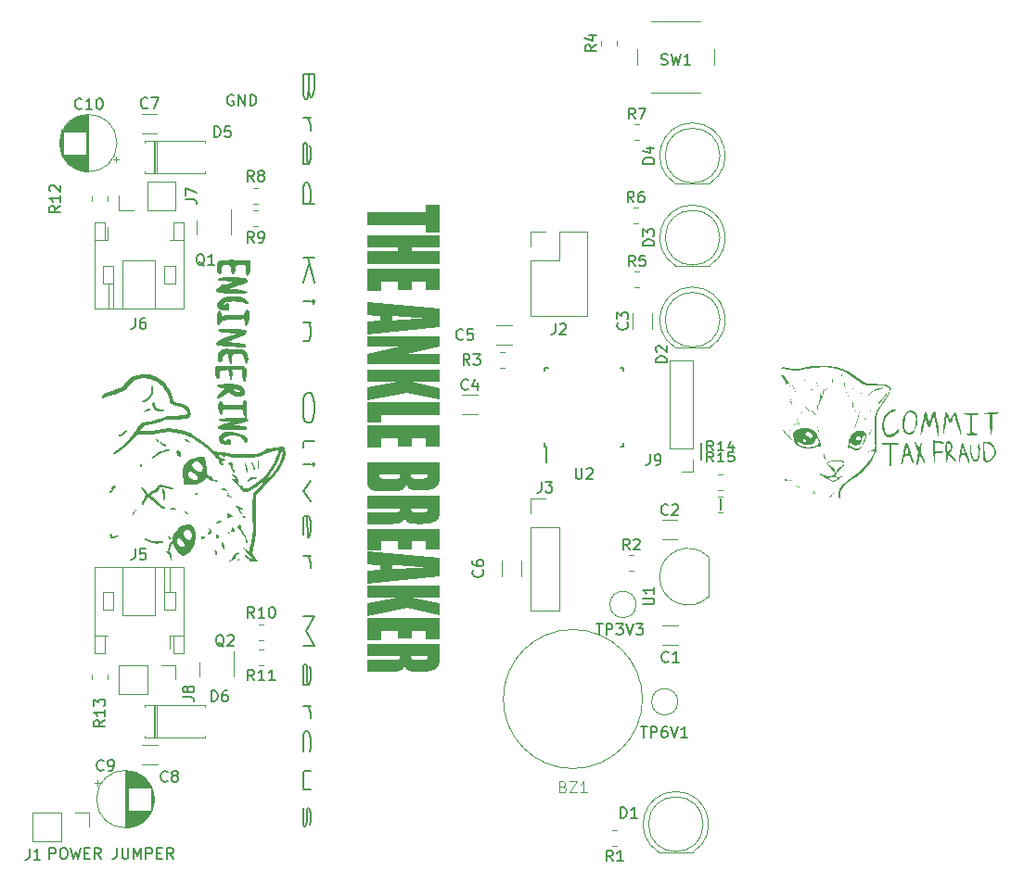
<source format=gbr>
%TF.GenerationSoftware,KiCad,Pcbnew,7.0.2-0*%
%TF.CreationDate,2023-09-22T13:09:17+12:00*%
%TF.ProjectId,MainBoard,4d61696e-426f-4617-9264-2e6b69636164,rev?*%
%TF.SameCoordinates,PX48ab840PY7b0df40*%
%TF.FileFunction,Legend,Top*%
%TF.FilePolarity,Positive*%
%FSLAX46Y46*%
G04 Gerber Fmt 4.6, Leading zero omitted, Abs format (unit mm)*
G04 Created by KiCad (PCBNEW 7.0.2-0) date 2023-09-22 13:09:17*
%MOMM*%
%LPD*%
G01*
G04 APERTURE LIST*
%ADD10C,0.150000*%
%ADD11C,0.100000*%
%ADD12C,0.300000*%
%ADD13C,0.120000*%
G04 APERTURE END LIST*
D10*
X62484000Y38608000D02*
X62484000Y37084000D01*
X64262000Y32512000D02*
X64262000Y33528000D01*
X19811904Y70416762D02*
X19716666Y70464381D01*
X19716666Y70464381D02*
X19573809Y70464381D01*
X19573809Y70464381D02*
X19430952Y70416762D01*
X19430952Y70416762D02*
X19335714Y70321524D01*
X19335714Y70321524D02*
X19288095Y70226286D01*
X19288095Y70226286D02*
X19240476Y70035810D01*
X19240476Y70035810D02*
X19240476Y69892953D01*
X19240476Y69892953D02*
X19288095Y69702477D01*
X19288095Y69702477D02*
X19335714Y69607239D01*
X19335714Y69607239D02*
X19430952Y69512000D01*
X19430952Y69512000D02*
X19573809Y69464381D01*
X19573809Y69464381D02*
X19669047Y69464381D01*
X19669047Y69464381D02*
X19811904Y69512000D01*
X19811904Y69512000D02*
X19859523Y69559620D01*
X19859523Y69559620D02*
X19859523Y69892953D01*
X19859523Y69892953D02*
X19669047Y69892953D01*
X20288095Y69464381D02*
X20288095Y70464381D01*
X20288095Y70464381D02*
X20859523Y69464381D01*
X20859523Y69464381D02*
X20859523Y70464381D01*
X21335714Y69464381D02*
X21335714Y70464381D01*
X21335714Y70464381D02*
X21573809Y70464381D01*
X21573809Y70464381D02*
X21716666Y70416762D01*
X21716666Y70416762D02*
X21811904Y70321524D01*
X21811904Y70321524D02*
X21859523Y70226286D01*
X21859523Y70226286D02*
X21907142Y70035810D01*
X21907142Y70035810D02*
X21907142Y69892953D01*
X21907142Y69892953D02*
X21859523Y69702477D01*
X21859523Y69702477D02*
X21811904Y69607239D01*
X21811904Y69607239D02*
X21716666Y69512000D01*
X21716666Y69512000D02*
X21573809Y69464381D01*
X21573809Y69464381D02*
X21335714Y69464381D01*
X3032095Y630381D02*
X3032095Y1630381D01*
X3032095Y1630381D02*
X3413047Y1630381D01*
X3413047Y1630381D02*
X3508285Y1582762D01*
X3508285Y1582762D02*
X3555904Y1535143D01*
X3555904Y1535143D02*
X3603523Y1439905D01*
X3603523Y1439905D02*
X3603523Y1297048D01*
X3603523Y1297048D02*
X3555904Y1201810D01*
X3555904Y1201810D02*
X3508285Y1154191D01*
X3508285Y1154191D02*
X3413047Y1106572D01*
X3413047Y1106572D02*
X3032095Y1106572D01*
X4222571Y1630381D02*
X4413047Y1630381D01*
X4413047Y1630381D02*
X4508285Y1582762D01*
X4508285Y1582762D02*
X4603523Y1487524D01*
X4603523Y1487524D02*
X4651142Y1297048D01*
X4651142Y1297048D02*
X4651142Y963715D01*
X4651142Y963715D02*
X4603523Y773239D01*
X4603523Y773239D02*
X4508285Y678000D01*
X4508285Y678000D02*
X4413047Y630381D01*
X4413047Y630381D02*
X4222571Y630381D01*
X4222571Y630381D02*
X4127333Y678000D01*
X4127333Y678000D02*
X4032095Y773239D01*
X4032095Y773239D02*
X3984476Y963715D01*
X3984476Y963715D02*
X3984476Y1297048D01*
X3984476Y1297048D02*
X4032095Y1487524D01*
X4032095Y1487524D02*
X4127333Y1582762D01*
X4127333Y1582762D02*
X4222571Y1630381D01*
X4984476Y1630381D02*
X5222571Y630381D01*
X5222571Y630381D02*
X5413047Y1344667D01*
X5413047Y1344667D02*
X5603523Y630381D01*
X5603523Y630381D02*
X5841619Y1630381D01*
X6222571Y1154191D02*
X6555904Y1154191D01*
X6698761Y630381D02*
X6222571Y630381D01*
X6222571Y630381D02*
X6222571Y1630381D01*
X6222571Y1630381D02*
X6698761Y1630381D01*
X7698761Y630381D02*
X7365428Y1106572D01*
X7127333Y630381D02*
X7127333Y1630381D01*
X7127333Y1630381D02*
X7508285Y1630381D01*
X7508285Y1630381D02*
X7603523Y1582762D01*
X7603523Y1582762D02*
X7651142Y1535143D01*
X7651142Y1535143D02*
X7698761Y1439905D01*
X7698761Y1439905D02*
X7698761Y1297048D01*
X7698761Y1297048D02*
X7651142Y1201810D01*
X7651142Y1201810D02*
X7603523Y1154191D01*
X7603523Y1154191D02*
X7508285Y1106572D01*
X7508285Y1106572D02*
X7127333Y1106572D01*
X9174952Y1630381D02*
X9174952Y916096D01*
X9174952Y916096D02*
X9127333Y773239D01*
X9127333Y773239D02*
X9032095Y678000D01*
X9032095Y678000D02*
X8889238Y630381D01*
X8889238Y630381D02*
X8794000Y630381D01*
X9651143Y1630381D02*
X9651143Y820858D01*
X9651143Y820858D02*
X9698762Y725620D01*
X9698762Y725620D02*
X9746381Y678000D01*
X9746381Y678000D02*
X9841619Y630381D01*
X9841619Y630381D02*
X10032095Y630381D01*
X10032095Y630381D02*
X10127333Y678000D01*
X10127333Y678000D02*
X10174952Y725620D01*
X10174952Y725620D02*
X10222571Y820858D01*
X10222571Y820858D02*
X10222571Y1630381D01*
X10698762Y630381D02*
X10698762Y1630381D01*
X10698762Y1630381D02*
X11032095Y916096D01*
X11032095Y916096D02*
X11365428Y1630381D01*
X11365428Y1630381D02*
X11365428Y630381D01*
X11841619Y630381D02*
X11841619Y1630381D01*
X11841619Y1630381D02*
X12222571Y1630381D01*
X12222571Y1630381D02*
X12317809Y1582762D01*
X12317809Y1582762D02*
X12365428Y1535143D01*
X12365428Y1535143D02*
X12413047Y1439905D01*
X12413047Y1439905D02*
X12413047Y1297048D01*
X12413047Y1297048D02*
X12365428Y1201810D01*
X12365428Y1201810D02*
X12317809Y1154191D01*
X12317809Y1154191D02*
X12222571Y1106572D01*
X12222571Y1106572D02*
X11841619Y1106572D01*
X12841619Y1154191D02*
X13174952Y1154191D01*
X13317809Y630381D02*
X12841619Y630381D01*
X12841619Y630381D02*
X12841619Y1630381D01*
X12841619Y1630381D02*
X13317809Y1630381D01*
X14317809Y630381D02*
X13984476Y1106572D01*
X13746381Y630381D02*
X13746381Y1630381D01*
X13746381Y1630381D02*
X14127333Y1630381D01*
X14127333Y1630381D02*
X14222571Y1582762D01*
X14222571Y1582762D02*
X14270190Y1535143D01*
X14270190Y1535143D02*
X14317809Y1439905D01*
X14317809Y1439905D02*
X14317809Y1297048D01*
X14317809Y1297048D02*
X14270190Y1201810D01*
X14270190Y1201810D02*
X14222571Y1154191D01*
X14222571Y1154191D02*
X14127333Y1106572D01*
X14127333Y1106572D02*
X13746381Y1106572D01*
X26696190Y70996286D02*
X26648571Y70424858D01*
X26648571Y70424858D02*
X26600952Y70234381D01*
X26600952Y70234381D02*
X26505714Y70043905D01*
X26505714Y70043905D02*
X26362857Y70043905D01*
X26362857Y70043905D02*
X26267619Y70234381D01*
X26267619Y70234381D02*
X26220000Y70424858D01*
X26220000Y70424858D02*
X26172380Y70805810D01*
X26172380Y70805810D02*
X26172380Y72329620D01*
X26172380Y72329620D02*
X27172380Y72329620D01*
X27172380Y72329620D02*
X27172380Y70996286D01*
X27172380Y70996286D02*
X27124761Y70615334D01*
X27124761Y70615334D02*
X27077142Y70424858D01*
X27077142Y70424858D02*
X26981904Y70234381D01*
X26981904Y70234381D02*
X26886666Y70234381D01*
X26886666Y70234381D02*
X26791428Y70424858D01*
X26791428Y70424858D02*
X26743809Y70615334D01*
X26743809Y70615334D02*
X26696190Y70996286D01*
X26696190Y70996286D02*
X26696190Y72329620D01*
X26172380Y68329620D02*
X26839047Y68329620D01*
X26648571Y68329620D02*
X26743809Y68139143D01*
X26743809Y68139143D02*
X26791428Y67948667D01*
X26791428Y67948667D02*
X26839047Y67567715D01*
X26839047Y67567715D02*
X26839047Y67186762D01*
X26172380Y64139144D02*
X26696190Y64139144D01*
X26696190Y64139144D02*
X26791428Y64329620D01*
X26791428Y64329620D02*
X26839047Y64710572D01*
X26839047Y64710572D02*
X26839047Y65472477D01*
X26839047Y65472477D02*
X26791428Y65853430D01*
X26220000Y64139144D02*
X26172380Y64520096D01*
X26172380Y64520096D02*
X26172380Y65472477D01*
X26172380Y65472477D02*
X26220000Y65853430D01*
X26220000Y65853430D02*
X26315238Y66043906D01*
X26315238Y66043906D02*
X26410476Y66043906D01*
X26410476Y66043906D02*
X26505714Y65853430D01*
X26505714Y65853430D02*
X26553333Y65472477D01*
X26553333Y65472477D02*
X26553333Y64520096D01*
X26553333Y64520096D02*
X26600952Y64139144D01*
X26172380Y60520096D02*
X27172380Y60520096D01*
X26220000Y60520096D02*
X26172380Y60901048D01*
X26172380Y60901048D02*
X26172380Y61662953D01*
X26172380Y61662953D02*
X26220000Y62043905D01*
X26220000Y62043905D02*
X26267619Y62234382D01*
X26267619Y62234382D02*
X26362857Y62424858D01*
X26362857Y62424858D02*
X26648571Y62424858D01*
X26648571Y62424858D02*
X26743809Y62234382D01*
X26743809Y62234382D02*
X26791428Y62043905D01*
X26791428Y62043905D02*
X26839047Y61662953D01*
X26839047Y61662953D02*
X26839047Y60901048D01*
X26839047Y60901048D02*
X26791428Y60520096D01*
X26172380Y55567715D02*
X27172380Y55567715D01*
X26172380Y53282000D02*
X26743809Y54996286D01*
X27172380Y53282000D02*
X26600952Y55567715D01*
X26172380Y51567715D02*
X26839047Y51567715D01*
X27172380Y51567715D02*
X27124761Y51758191D01*
X27124761Y51758191D02*
X27077142Y51567715D01*
X27077142Y51567715D02*
X27124761Y51377238D01*
X27124761Y51377238D02*
X27172380Y51567715D01*
X27172380Y51567715D02*
X27077142Y51567715D01*
X26839047Y49662953D02*
X26172380Y49662953D01*
X26743809Y49662953D02*
X26791428Y49472476D01*
X26791428Y49472476D02*
X26839047Y49091524D01*
X26839047Y49091524D02*
X26839047Y48520095D01*
X26839047Y48520095D02*
X26791428Y48139143D01*
X26791428Y48139143D02*
X26696190Y47948667D01*
X26696190Y47948667D02*
X26172380Y47948667D01*
X27172380Y42234381D02*
X27172380Y41472476D01*
X27172380Y41472476D02*
X27124761Y41091524D01*
X27124761Y41091524D02*
X27029523Y40710571D01*
X27029523Y40710571D02*
X26839047Y40520095D01*
X26839047Y40520095D02*
X26505714Y40520095D01*
X26505714Y40520095D02*
X26315238Y40710571D01*
X26315238Y40710571D02*
X26220000Y41091524D01*
X26220000Y41091524D02*
X26172380Y41472476D01*
X26172380Y41472476D02*
X26172380Y42234381D01*
X26172380Y42234381D02*
X26220000Y42615333D01*
X26220000Y42615333D02*
X26315238Y42996286D01*
X26315238Y42996286D02*
X26505714Y43186762D01*
X26505714Y43186762D02*
X26839047Y43186762D01*
X26839047Y43186762D02*
X27029523Y42996286D01*
X27029523Y42996286D02*
X27124761Y42615333D01*
X27124761Y42615333D02*
X27172380Y42234381D01*
X26172380Y38234381D02*
X26220000Y38615333D01*
X26220000Y38615333D02*
X26315238Y38805810D01*
X26315238Y38805810D02*
X27172380Y38805810D01*
X26172380Y36710572D02*
X26839047Y36710572D01*
X27172380Y36710572D02*
X27124761Y36901048D01*
X27124761Y36901048D02*
X27077142Y36710572D01*
X27077142Y36710572D02*
X27124761Y36520095D01*
X27124761Y36520095D02*
X27172380Y36710572D01*
X27172380Y36710572D02*
X27077142Y36710572D01*
X26839047Y35186762D02*
X26172380Y34234381D01*
X26172380Y34234381D02*
X26839047Y33282000D01*
X26220000Y30234381D02*
X26172380Y30615333D01*
X26172380Y30615333D02*
X26172380Y31377238D01*
X26172380Y31377238D02*
X26220000Y31758191D01*
X26220000Y31758191D02*
X26315238Y31948667D01*
X26315238Y31948667D02*
X26696190Y31948667D01*
X26696190Y31948667D02*
X26791428Y31758191D01*
X26791428Y31758191D02*
X26839047Y31377238D01*
X26839047Y31377238D02*
X26839047Y30615333D01*
X26839047Y30615333D02*
X26791428Y30234381D01*
X26791428Y30234381D02*
X26696190Y30043905D01*
X26696190Y30043905D02*
X26600952Y30043905D01*
X26600952Y30043905D02*
X26505714Y31948667D01*
X26172380Y28329620D02*
X26839047Y28329620D01*
X26648571Y28329620D02*
X26743809Y28139143D01*
X26743809Y28139143D02*
X26791428Y27948667D01*
X26791428Y27948667D02*
X26839047Y27567715D01*
X26839047Y27567715D02*
X26839047Y27186762D01*
X26172380Y22805811D02*
X27172380Y22805811D01*
X27172380Y22805811D02*
X26458095Y21472477D01*
X26458095Y21472477D02*
X27172380Y20139144D01*
X27172380Y20139144D02*
X26172380Y20139144D01*
X26172380Y16520096D02*
X26696190Y16520096D01*
X26696190Y16520096D02*
X26791428Y16710572D01*
X26791428Y16710572D02*
X26839047Y17091524D01*
X26839047Y17091524D02*
X26839047Y17853429D01*
X26839047Y17853429D02*
X26791428Y18234382D01*
X26220000Y16520096D02*
X26172380Y16901048D01*
X26172380Y16901048D02*
X26172380Y17853429D01*
X26172380Y17853429D02*
X26220000Y18234382D01*
X26220000Y18234382D02*
X26315238Y18424858D01*
X26315238Y18424858D02*
X26410476Y18424858D01*
X26410476Y18424858D02*
X26505714Y18234382D01*
X26505714Y18234382D02*
X26553333Y17853429D01*
X26553333Y17853429D02*
X26553333Y16901048D01*
X26553333Y16901048D02*
X26600952Y16520096D01*
X26172380Y14615334D02*
X26839047Y14615334D01*
X26648571Y14615334D02*
X26743809Y14424857D01*
X26743809Y14424857D02*
X26791428Y14234381D01*
X26791428Y14234381D02*
X26839047Y13853429D01*
X26839047Y13853429D02*
X26839047Y13472476D01*
X26220000Y10424858D02*
X26172380Y10805810D01*
X26172380Y10805810D02*
X26172380Y11567715D01*
X26172380Y11567715D02*
X26220000Y11948667D01*
X26220000Y11948667D02*
X26267619Y12139144D01*
X26267619Y12139144D02*
X26362857Y12329620D01*
X26362857Y12329620D02*
X26648571Y12329620D01*
X26648571Y12329620D02*
X26743809Y12139144D01*
X26743809Y12139144D02*
X26791428Y11948667D01*
X26791428Y11948667D02*
X26839047Y11567715D01*
X26839047Y11567715D02*
X26839047Y10805810D01*
X26839047Y10805810D02*
X26791428Y10424858D01*
X26839047Y6996287D02*
X26172380Y6996287D01*
X26839047Y8710573D02*
X26315238Y8710573D01*
X26315238Y8710573D02*
X26220000Y8520096D01*
X26220000Y8520096D02*
X26172380Y8139144D01*
X26172380Y8139144D02*
X26172380Y7567715D01*
X26172380Y7567715D02*
X26220000Y7186763D01*
X26220000Y7186763D02*
X26267619Y6996287D01*
X26220000Y5282001D02*
X26172380Y4901048D01*
X26172380Y4901048D02*
X26172380Y4139144D01*
X26172380Y4139144D02*
X26220000Y3758191D01*
X26220000Y3758191D02*
X26315238Y3567715D01*
X26315238Y3567715D02*
X26362857Y3567715D01*
X26362857Y3567715D02*
X26458095Y3758191D01*
X26458095Y3758191D02*
X26505714Y4139144D01*
X26505714Y4139144D02*
X26505714Y4710572D01*
X26505714Y4710572D02*
X26553333Y5091525D01*
X26553333Y5091525D02*
X26648571Y5282001D01*
X26648571Y5282001D02*
X26696190Y5282001D01*
X26696190Y5282001D02*
X26791428Y5091525D01*
X26791428Y5091525D02*
X26839047Y4710572D01*
X26839047Y4710572D02*
X26839047Y4139144D01*
X26839047Y4139144D02*
X26791428Y3758191D01*
G36*
X38667036Y57891358D02*
G01*
X37353987Y57891358D01*
X37353987Y58578169D01*
X32008000Y58578169D01*
X32008000Y59734904D01*
X37353987Y59734904D01*
X37353987Y60418783D01*
X38667036Y60418783D01*
X38667036Y57891358D01*
G37*
G36*
X38667036Y54981938D02*
G01*
X32008000Y54981938D01*
X32008000Y56138672D01*
X34821677Y56138672D01*
X34821677Y56485497D01*
X32008000Y56485497D01*
X32008000Y57642231D01*
X38667036Y57642231D01*
X38667036Y56485497D01*
X36134727Y56485497D01*
X36134727Y56138672D01*
X38667036Y56138672D01*
X38667036Y54981938D01*
G37*
G36*
X38667036Y54535462D02*
G01*
X38667036Y52605943D01*
X37353987Y52605943D01*
X37353987Y53378728D01*
X36134727Y53378728D01*
X36134727Y52655769D01*
X34821677Y52655769D01*
X34821677Y53378728D01*
X33321049Y53378728D01*
X33321049Y52529740D01*
X32008000Y52529740D01*
X32008000Y54535462D01*
X38667036Y54535462D01*
G37*
G36*
X38667036Y50901128D02*
G01*
X38667036Y49227576D01*
X32008000Y48565190D01*
X32008000Y49749279D01*
X33227260Y49806920D01*
X33227260Y50222133D01*
X32983401Y50235811D01*
X34352731Y50235811D01*
X34352731Y49840137D01*
X34426653Y49845633D01*
X34501692Y49851128D01*
X34577847Y49856624D01*
X34655119Y49862119D01*
X34733506Y49867615D01*
X34813010Y49873110D01*
X34893630Y49878606D01*
X34975367Y49884101D01*
X35058220Y49889596D01*
X35142189Y49895092D01*
X35227274Y49900587D01*
X35313475Y49906083D01*
X35400793Y49911578D01*
X35489227Y49917074D01*
X35578777Y49922569D01*
X35669444Y49928065D01*
X35761227Y49933560D01*
X35854126Y49939056D01*
X35948141Y49944551D01*
X36043273Y49950047D01*
X36139521Y49955542D01*
X36236885Y49961037D01*
X36335365Y49966533D01*
X36434962Y49972028D01*
X36535675Y49977524D01*
X36637504Y49983019D01*
X36740450Y49988515D01*
X36844512Y49994010D01*
X36949690Y49999506D01*
X37055984Y50005001D01*
X37163395Y50010497D01*
X37271921Y50015992D01*
X37147956Y50026854D01*
X37026102Y50037459D01*
X36906361Y50047806D01*
X36788733Y50057895D01*
X36673216Y50067727D01*
X36559812Y50077301D01*
X36448521Y50086617D01*
X36339341Y50095676D01*
X36232274Y50104478D01*
X36127319Y50113021D01*
X36024477Y50121308D01*
X35923747Y50129336D01*
X35825129Y50137107D01*
X35728623Y50144620D01*
X35634230Y50151876D01*
X35541949Y50158874D01*
X35451781Y50165615D01*
X35363724Y50172098D01*
X35277781Y50178323D01*
X35193949Y50184291D01*
X35112230Y50190001D01*
X35032623Y50195453D01*
X34955128Y50200648D01*
X34879746Y50205586D01*
X34806476Y50210265D01*
X34735318Y50214687D01*
X34666273Y50218852D01*
X34599340Y50222759D01*
X34534519Y50226408D01*
X34471811Y50229800D01*
X34411215Y50232934D01*
X34352731Y50235811D01*
X32983401Y50235811D01*
X32008000Y50290521D01*
X32008000Y51489265D01*
X38667036Y50901128D01*
G37*
G36*
X38667036Y45801338D02*
G01*
X32008000Y45801338D01*
X32008000Y46815434D01*
X35035634Y47417248D01*
X32008000Y47417248D01*
X32008000Y48384450D01*
X38667036Y48384450D01*
X38667036Y47417248D01*
X35668711Y46768539D01*
X38667036Y46768539D01*
X38667036Y45801338D01*
G37*
G36*
X38667036Y42595894D02*
G01*
X35659919Y43258281D01*
X32008000Y42532391D01*
X32008000Y43728204D01*
X34862710Y44195197D01*
X32008000Y44195197D01*
X32008000Y45351931D01*
X38667036Y45351931D01*
X38667036Y44195197D01*
X36080505Y44195197D01*
X38667036Y43681310D01*
X38667036Y42595894D01*
G37*
G36*
X38667036Y41190033D02*
G01*
X33321049Y41190033D01*
X33321049Y40486613D01*
X32008000Y40486613D01*
X32008000Y42346767D01*
X38667036Y42346767D01*
X38667036Y41190033D01*
G37*
G36*
X38667036Y40216969D02*
G01*
X38667036Y38287451D01*
X37353987Y38287451D01*
X37353987Y39060235D01*
X36134727Y39060235D01*
X36134727Y38337276D01*
X34821677Y38337276D01*
X34821677Y39060235D01*
X33321049Y39060235D01*
X33321049Y38211247D01*
X32008000Y38211247D01*
X32008000Y40216969D01*
X38667036Y40216969D01*
G37*
G36*
X38667036Y35753187D02*
G01*
X38666538Y35685837D01*
X38665044Y35620563D01*
X38662554Y35557365D01*
X38659068Y35496243D01*
X38654586Y35437198D01*
X38649108Y35380228D01*
X38642633Y35325334D01*
X38635163Y35272517D01*
X38626696Y35221775D01*
X38617234Y35173110D01*
X38606775Y35126521D01*
X38595321Y35082007D01*
X38582870Y35039570D01*
X38569423Y34999209D01*
X38554981Y34960924D01*
X38539542Y34924715D01*
X38513619Y34872737D01*
X38483110Y34822683D01*
X38448016Y34774552D01*
X38408338Y34728344D01*
X38364073Y34684060D01*
X38315224Y34641699D01*
X38261789Y34601261D01*
X38203769Y34562747D01*
X38141164Y34526157D01*
X38073973Y34491489D01*
X38026632Y34469446D01*
X37976428Y34448506D01*
X37922538Y34428917D01*
X37864962Y34410679D01*
X37803699Y34393792D01*
X37738750Y34378256D01*
X37670114Y34364071D01*
X37597791Y34351237D01*
X37521782Y34339753D01*
X37442086Y34329621D01*
X37358704Y34320840D01*
X37271635Y34313410D01*
X37180880Y34307330D01*
X37086438Y34302602D01*
X36988310Y34299224D01*
X36886495Y34297198D01*
X36780993Y34296522D01*
X36709650Y34297000D01*
X36641065Y34298431D01*
X36575240Y34300816D01*
X36512173Y34304155D01*
X36451866Y34308448D01*
X36366579Y34316677D01*
X36287501Y34327053D01*
X36214630Y34339575D01*
X36147967Y34354244D01*
X36087513Y34371059D01*
X36033267Y34390022D01*
X35970595Y34418644D01*
X35915091Y34452899D01*
X35875627Y34483479D01*
X35838017Y34518249D01*
X35802263Y34557210D01*
X35768362Y34600361D01*
X35736317Y34647702D01*
X35706126Y34699233D01*
X35677790Y34754955D01*
X35659930Y34794431D01*
X35642894Y34835769D01*
X35626682Y34878969D01*
X35618886Y34901268D01*
X35601146Y34852087D01*
X35581997Y34804929D01*
X35561441Y34759794D01*
X35539476Y34716681D01*
X35516103Y34675591D01*
X35491322Y34636524D01*
X35465133Y34599479D01*
X35437535Y34564457D01*
X35393499Y34515716D01*
X35346294Y34471526D01*
X35295920Y34431887D01*
X35242378Y34396799D01*
X35185667Y34366262D01*
X35166060Y34357095D01*
X35104008Y34331429D01*
X35036006Y34308288D01*
X34962053Y34287672D01*
X34882150Y34269579D01*
X34825575Y34258921D01*
X34766356Y34249384D01*
X34704492Y34240969D01*
X34639983Y34233676D01*
X34572830Y34227505D01*
X34503032Y34222456D01*
X34430589Y34218529D01*
X34355501Y34215724D01*
X34277769Y34214041D01*
X34197392Y34213480D01*
X33577504Y34213480D01*
X33494242Y34213884D01*
X33413716Y34215098D01*
X33335927Y34217121D01*
X33260874Y34219952D01*
X33188557Y34223593D01*
X33118976Y34228043D01*
X33052132Y34233302D01*
X32988024Y34239370D01*
X32926652Y34246247D01*
X32868017Y34253933D01*
X32785194Y34266979D01*
X32708528Y34281845D01*
X32638019Y34298532D01*
X32573666Y34317039D01*
X32514469Y34337355D01*
X32458879Y34359835D01*
X32406896Y34384479D01*
X32358519Y34411286D01*
X32313748Y34440257D01*
X32272583Y34471393D01*
X32235025Y34504692D01*
X32201073Y34540155D01*
X32170728Y34577781D01*
X32143989Y34617572D01*
X32128167Y34645301D01*
X32106692Y34691598D01*
X32087329Y34746223D01*
X32075594Y34787267D01*
X32064797Y34832013D01*
X32054940Y34880461D01*
X32046021Y34932611D01*
X32038041Y34988462D01*
X32031000Y35048016D01*
X32024898Y35111271D01*
X32019735Y35178228D01*
X32015510Y35248886D01*
X32012224Y35323247D01*
X32009877Y35401309D01*
X32009056Y35441729D01*
X32008469Y35483073D01*
X32008117Y35525344D01*
X32008000Y35568539D01*
X32008000Y35750256D01*
X33133471Y35750256D01*
X33136480Y35706015D01*
X33141113Y35664882D01*
X33149814Y35614873D01*
X33161400Y35570390D01*
X33175871Y35531433D01*
X33198018Y35490508D01*
X33230544Y35452796D01*
X33249242Y35438602D01*
X33298873Y35415693D01*
X33356446Y35400223D01*
X33413118Y35390216D01*
X33479224Y35382316D01*
X33554764Y35376523D01*
X33617609Y35373561D01*
X33685762Y35371783D01*
X33759221Y35371191D01*
X34383505Y35371191D01*
X34461301Y35371723D01*
X34533119Y35373321D01*
X34598962Y35375982D01*
X34658828Y35379709D01*
X34729353Y35386334D01*
X34789254Y35394852D01*
X34849189Y35408161D01*
X34905208Y35431763D01*
X34941743Y35467707D01*
X34963117Y35504944D01*
X34980555Y35551818D01*
X34991672Y35596255D01*
X35000270Y35646859D01*
X35005065Y35688859D01*
X35008444Y35734329D01*
X35009256Y35750256D01*
X36040937Y35750256D01*
X36043063Y35711118D01*
X36044716Y35670419D01*
X36045334Y35634973D01*
X36047303Y35594398D01*
X36055303Y35549089D01*
X36069457Y35509791D01*
X36094564Y35470567D01*
X36135056Y35435746D01*
X36171363Y35418086D01*
X36235815Y35402149D01*
X36297272Y35393356D01*
X36373522Y35386029D01*
X36440416Y35381495D01*
X36515631Y35377786D01*
X36599166Y35374900D01*
X36659479Y35373435D01*
X36723490Y35372336D01*
X36791198Y35371603D01*
X36862605Y35371237D01*
X36899695Y35371191D01*
X36975876Y35371802D01*
X37046149Y35373633D01*
X37110515Y35376686D01*
X37168973Y35380961D01*
X37233738Y35388021D01*
X37299271Y35399012D01*
X37343729Y35410270D01*
X37401523Y35430786D01*
X37452309Y35457371D01*
X37491063Y35491259D01*
X37503464Y35509921D01*
X37518484Y35548023D01*
X37528622Y35593383D01*
X37534147Y35632653D01*
X37538240Y35677647D01*
X37540484Y35717764D01*
X37541565Y35750256D01*
X36040937Y35750256D01*
X35009256Y35750256D01*
X33133471Y35750256D01*
X32008000Y35750256D01*
X32008000Y36906990D01*
X38667036Y36906990D01*
X38667036Y35753187D01*
G37*
G36*
X38667036Y32997151D02*
G01*
X38666943Y32946498D01*
X38666664Y32896877D01*
X38666199Y32848289D01*
X38665548Y32800733D01*
X38664711Y32754210D01*
X38663688Y32708719D01*
X38662478Y32664260D01*
X38661083Y32620833D01*
X38659502Y32578439D01*
X38657734Y32537077D01*
X38655781Y32496748D01*
X38653641Y32457450D01*
X38648804Y32381952D01*
X38643223Y32310584D01*
X38636897Y32243345D01*
X38629828Y32180235D01*
X38622014Y32121254D01*
X38613456Y32066402D01*
X38604153Y32015680D01*
X38594107Y31969087D01*
X38583317Y31926623D01*
X38571782Y31888288D01*
X38551595Y31834827D01*
X38526204Y31783256D01*
X38495609Y31733574D01*
X38459812Y31685780D01*
X38418810Y31639876D01*
X38372606Y31595861D01*
X38321197Y31553734D01*
X38264585Y31513497D01*
X38202770Y31475149D01*
X38135751Y31438690D01*
X38088181Y31415434D01*
X38037823Y31393311D01*
X37983836Y31372615D01*
X37926219Y31353347D01*
X37864974Y31335505D01*
X37800098Y31319092D01*
X37731594Y31304105D01*
X37659460Y31290546D01*
X37583697Y31278414D01*
X37504305Y31267709D01*
X37421283Y31258432D01*
X37334633Y31250581D01*
X37244352Y31244159D01*
X37150443Y31239163D01*
X37052904Y31235595D01*
X36951736Y31233454D01*
X36846939Y31232740D01*
X36751661Y31233244D01*
X36660368Y31234755D01*
X36573059Y31237274D01*
X36489734Y31240800D01*
X36410393Y31245334D01*
X36335036Y31250875D01*
X36263664Y31257424D01*
X36196276Y31264980D01*
X36132872Y31273544D01*
X36073452Y31283115D01*
X35991793Y31299361D01*
X35919098Y31317874D01*
X35855368Y31338654D01*
X35800602Y31361700D01*
X35752461Y31388079D01*
X35708055Y31418853D01*
X35667385Y31454024D01*
X35630449Y31493592D01*
X35597249Y31537555D01*
X35567784Y31585915D01*
X35542054Y31638672D01*
X35520059Y31695825D01*
X35507471Y31736369D01*
X35496543Y31778867D01*
X35487275Y31823319D01*
X35479667Y31869726D01*
X35463393Y31827739D01*
X35446443Y31787507D01*
X35428817Y31749031D01*
X35401112Y31694609D01*
X35371888Y31644137D01*
X35341143Y31597614D01*
X35308879Y31555042D01*
X35275094Y31516419D01*
X35239790Y31481746D01*
X35202966Y31451023D01*
X35151504Y31416203D01*
X35138216Y31408595D01*
X35085620Y31380446D01*
X35034077Y31355106D01*
X34983587Y31332574D01*
X34921956Y31308360D01*
X34861971Y31288534D01*
X34803632Y31273098D01*
X34746939Y31262049D01*
X34675755Y31253606D01*
X34596758Y31247881D01*
X34524647Y31244189D01*
X34441511Y31241012D01*
X34379962Y31239180D01*
X34313513Y31237577D01*
X34242163Y31236203D01*
X34165914Y31235059D01*
X34084764Y31234143D01*
X33998714Y31233456D01*
X33907764Y31232998D01*
X33811914Y31232769D01*
X33762152Y31232740D01*
X32008000Y31232740D01*
X32008000Y32307409D01*
X34219374Y32307409D01*
X34284644Y32307630D01*
X34346732Y32308294D01*
X34405636Y32309401D01*
X34488025Y32311891D01*
X34563253Y32315377D01*
X34631319Y32319859D01*
X34692225Y32325338D01*
X34762292Y32334191D01*
X34819628Y32344816D01*
X34873395Y32360587D01*
X34881761Y32364073D01*
X34925089Y32391413D01*
X34959453Y32431667D01*
X34981242Y32475078D01*
X34994190Y32516263D01*
X35003155Y32563188D01*
X35008135Y32615853D01*
X35009256Y32659118D01*
X36040937Y32659118D01*
X36042197Y32612102D01*
X36045975Y32568749D01*
X36052272Y32529059D01*
X36063685Y32484599D01*
X36079034Y32445864D01*
X36102647Y32406938D01*
X36121538Y32385566D01*
X36165089Y32359005D01*
X36220902Y32341068D01*
X36278330Y32329467D01*
X36347115Y32320308D01*
X36406157Y32315041D01*
X36471587Y32311149D01*
X36543406Y32308630D01*
X36621613Y32307485D01*
X36649102Y32307409D01*
X37019863Y32307409D01*
X37096639Y32308599D01*
X37166500Y32312171D01*
X37229446Y32318125D01*
X37298404Y32328915D01*
X37356557Y32343427D01*
X37412079Y32365752D01*
X37440449Y32383613D01*
X37474813Y32416219D01*
X37502067Y32457618D01*
X37519347Y32498834D01*
X37531691Y32546156D01*
X37538011Y32588410D01*
X37541170Y32634572D01*
X37541565Y32659118D01*
X36040937Y32659118D01*
X35009256Y32659118D01*
X32008000Y32659118D01*
X32008000Y33815853D01*
X38667036Y33815853D01*
X38667036Y32997151D01*
G37*
G36*
X38667036Y30802873D02*
G01*
X38667036Y28873354D01*
X37353987Y28873354D01*
X37353987Y29646139D01*
X36134727Y29646139D01*
X36134727Y28923180D01*
X34821677Y28923180D01*
X34821677Y29646139D01*
X33321049Y29646139D01*
X33321049Y28797151D01*
X32008000Y28797151D01*
X32008000Y30802873D01*
X38667036Y30802873D01*
G37*
G36*
X38667036Y28153326D02*
G01*
X38667036Y26479774D01*
X32008000Y25817388D01*
X32008000Y27001477D01*
X33227260Y27059118D01*
X33227260Y27474331D01*
X32983401Y27488009D01*
X34352731Y27488009D01*
X34352731Y27092335D01*
X34426653Y27097831D01*
X34501692Y27103326D01*
X34577847Y27108822D01*
X34655119Y27114317D01*
X34733506Y27119813D01*
X34813010Y27125308D01*
X34893630Y27130804D01*
X34975367Y27136299D01*
X35058220Y27141795D01*
X35142189Y27147290D01*
X35227274Y27152786D01*
X35313475Y27158281D01*
X35400793Y27163776D01*
X35489227Y27169272D01*
X35578777Y27174767D01*
X35669444Y27180263D01*
X35761227Y27185758D01*
X35854126Y27191254D01*
X35948141Y27196749D01*
X36043273Y27202245D01*
X36139521Y27207740D01*
X36236885Y27213236D01*
X36335365Y27218731D01*
X36434962Y27224227D01*
X36535675Y27229722D01*
X36637504Y27235218D01*
X36740450Y27240713D01*
X36844512Y27246208D01*
X36949690Y27251704D01*
X37055984Y27257199D01*
X37163395Y27262695D01*
X37271921Y27268190D01*
X37147956Y27279052D01*
X37026102Y27289657D01*
X36906361Y27300004D01*
X36788733Y27310093D01*
X36673216Y27319925D01*
X36559812Y27329499D01*
X36448521Y27338816D01*
X36339341Y27347875D01*
X36232274Y27356676D01*
X36127319Y27365220D01*
X36024477Y27373506D01*
X35923747Y27381534D01*
X35825129Y27389305D01*
X35728623Y27396819D01*
X35634230Y27404074D01*
X35541949Y27411072D01*
X35451781Y27417813D01*
X35363724Y27424296D01*
X35277781Y27430521D01*
X35193949Y27436489D01*
X35112230Y27442199D01*
X35032623Y27447652D01*
X34955128Y27452846D01*
X34879746Y27457784D01*
X34806476Y27462464D01*
X34735318Y27466886D01*
X34666273Y27471050D01*
X34599340Y27474957D01*
X34534519Y27478606D01*
X34471811Y27481998D01*
X34411215Y27485132D01*
X34352731Y27488009D01*
X32983401Y27488009D01*
X32008000Y27542719D01*
X32008000Y28741463D01*
X38667036Y28153326D01*
G37*
G36*
X38667036Y22880612D02*
G01*
X35659919Y23542998D01*
X32008000Y22817109D01*
X32008000Y24012922D01*
X34862710Y24479914D01*
X32008000Y24479914D01*
X32008000Y25636648D01*
X38667036Y25636648D01*
X38667036Y24479914D01*
X36080505Y24479914D01*
X38667036Y23966027D01*
X38667036Y22880612D01*
G37*
G36*
X38667036Y22631484D02*
G01*
X38667036Y20701966D01*
X37353987Y20701966D01*
X37353987Y21474750D01*
X36134727Y21474750D01*
X36134727Y20751791D01*
X34821677Y20751791D01*
X34821677Y21474750D01*
X33321049Y21474750D01*
X33321049Y20625762D01*
X32008000Y20625762D01*
X32008000Y22631484D01*
X38667036Y22631484D01*
G37*
G36*
X38667036Y19487590D02*
G01*
X38666943Y19436937D01*
X38666664Y19387317D01*
X38666199Y19338729D01*
X38665548Y19291173D01*
X38664711Y19244650D01*
X38663688Y19199158D01*
X38662478Y19154700D01*
X38661083Y19111273D01*
X38659502Y19068879D01*
X38657734Y19027517D01*
X38655781Y18987187D01*
X38653641Y18947890D01*
X38648804Y18872392D01*
X38643223Y18801024D01*
X38636897Y18733784D01*
X38629828Y18670674D01*
X38622014Y18611693D01*
X38613456Y18556842D01*
X38604153Y18506119D01*
X38594107Y18459526D01*
X38583317Y18417062D01*
X38571782Y18378728D01*
X38551595Y18325267D01*
X38526204Y18273696D01*
X38495609Y18224013D01*
X38459812Y18176220D01*
X38418810Y18130315D01*
X38372606Y18086300D01*
X38321197Y18044174D01*
X38264585Y18003937D01*
X38202770Y17965589D01*
X38135751Y17929130D01*
X38088181Y17905873D01*
X38037823Y17883750D01*
X37983836Y17863055D01*
X37926219Y17843786D01*
X37864974Y17825945D01*
X37800098Y17809531D01*
X37731594Y17794545D01*
X37659460Y17780985D01*
X37583697Y17768853D01*
X37504305Y17758149D01*
X37421283Y17748871D01*
X37334633Y17741021D01*
X37244352Y17734598D01*
X37150443Y17729603D01*
X37052904Y17726034D01*
X36951736Y17723893D01*
X36846939Y17723180D01*
X36751661Y17723684D01*
X36660368Y17725195D01*
X36573059Y17727714D01*
X36489734Y17731240D01*
X36410393Y17735774D01*
X36335036Y17741315D01*
X36263664Y17747864D01*
X36196276Y17755420D01*
X36132872Y17763984D01*
X36073452Y17773555D01*
X35991793Y17789801D01*
X35919098Y17808314D01*
X35855368Y17829093D01*
X35800602Y17852140D01*
X35752461Y17878518D01*
X35708055Y17909293D01*
X35667385Y17944464D01*
X35630449Y17984031D01*
X35597249Y18027995D01*
X35567784Y18076355D01*
X35542054Y18129111D01*
X35520059Y18186264D01*
X35507471Y18226809D01*
X35496543Y18269307D01*
X35487275Y18313759D01*
X35479667Y18360165D01*
X35463393Y18318178D01*
X35446443Y18277947D01*
X35428817Y18239471D01*
X35401112Y18185049D01*
X35371888Y18134576D01*
X35341143Y18088054D01*
X35308879Y18045481D01*
X35275094Y18006858D01*
X35239790Y17972185D01*
X35202966Y17941462D01*
X35151504Y17906642D01*
X35138216Y17899035D01*
X35085620Y17870886D01*
X35034077Y17845546D01*
X34983587Y17823014D01*
X34921956Y17798800D01*
X34861971Y17778974D01*
X34803632Y17763537D01*
X34746939Y17752489D01*
X34675755Y17744045D01*
X34596758Y17738321D01*
X34524647Y17734629D01*
X34441511Y17731452D01*
X34379962Y17729620D01*
X34313513Y17728017D01*
X34242163Y17726643D01*
X34165914Y17725498D01*
X34084764Y17724582D01*
X33998714Y17723895D01*
X33907764Y17723437D01*
X33811914Y17723208D01*
X33762152Y17723180D01*
X32008000Y17723180D01*
X32008000Y18797848D01*
X34219374Y18797848D01*
X34284644Y18798070D01*
X34346732Y18798734D01*
X34405636Y18799840D01*
X34488025Y18802331D01*
X34563253Y18805817D01*
X34631319Y18810299D01*
X34692225Y18815777D01*
X34762292Y18824631D01*
X34819628Y18835256D01*
X34873395Y18851027D01*
X34881761Y18854513D01*
X34925089Y18881853D01*
X34959453Y18922107D01*
X34981242Y18965517D01*
X34994190Y19006703D01*
X35003155Y19053628D01*
X35008135Y19106293D01*
X35009256Y19149558D01*
X36040937Y19149558D01*
X36042197Y19102541D01*
X36045975Y19059188D01*
X36052272Y19019499D01*
X36063685Y18975039D01*
X36079034Y18936304D01*
X36102647Y18897377D01*
X36121538Y18876006D01*
X36165089Y18849445D01*
X36220902Y18831508D01*
X36278330Y18819907D01*
X36347115Y18810747D01*
X36406157Y18805481D01*
X36471587Y18801588D01*
X36543406Y18799070D01*
X36621613Y18797925D01*
X36649102Y18797848D01*
X37019863Y18797848D01*
X37096639Y18799039D01*
X37166500Y18802611D01*
X37229446Y18808565D01*
X37298404Y18819355D01*
X37356557Y18833867D01*
X37412079Y18856192D01*
X37440449Y18874052D01*
X37474813Y18906659D01*
X37502067Y18948058D01*
X37519347Y18989274D01*
X37531691Y19036596D01*
X37538011Y19078850D01*
X37541170Y19125012D01*
X37541565Y19149558D01*
X36040937Y19149558D01*
X35009256Y19149558D01*
X32008000Y19149558D01*
X32008000Y20306292D01*
X38667036Y20306292D01*
X38667036Y19487590D01*
G37*
%TO.C,R9*%
X21677333Y56941381D02*
X21344000Y57417572D01*
X21105905Y56941381D02*
X21105905Y57941381D01*
X21105905Y57941381D02*
X21486857Y57941381D01*
X21486857Y57941381D02*
X21582095Y57893762D01*
X21582095Y57893762D02*
X21629714Y57846143D01*
X21629714Y57846143D02*
X21677333Y57750905D01*
X21677333Y57750905D02*
X21677333Y57608048D01*
X21677333Y57608048D02*
X21629714Y57512810D01*
X21629714Y57512810D02*
X21582095Y57465191D01*
X21582095Y57465191D02*
X21486857Y57417572D01*
X21486857Y57417572D02*
X21105905Y57417572D01*
X22153524Y56941381D02*
X22344000Y56941381D01*
X22344000Y56941381D02*
X22439238Y56989000D01*
X22439238Y56989000D02*
X22486857Y57036620D01*
X22486857Y57036620D02*
X22582095Y57179477D01*
X22582095Y57179477D02*
X22629714Y57369953D01*
X22629714Y57369953D02*
X22629714Y57750905D01*
X22629714Y57750905D02*
X22582095Y57846143D01*
X22582095Y57846143D02*
X22534476Y57893762D01*
X22534476Y57893762D02*
X22439238Y57941381D01*
X22439238Y57941381D02*
X22248762Y57941381D01*
X22248762Y57941381D02*
X22153524Y57893762D01*
X22153524Y57893762D02*
X22105905Y57846143D01*
X22105905Y57846143D02*
X22058286Y57750905D01*
X22058286Y57750905D02*
X22058286Y57512810D01*
X22058286Y57512810D02*
X22105905Y57417572D01*
X22105905Y57417572D02*
X22153524Y57369953D01*
X22153524Y57369953D02*
X22248762Y57322334D01*
X22248762Y57322334D02*
X22439238Y57322334D01*
X22439238Y57322334D02*
X22534476Y57369953D01*
X22534476Y57369953D02*
X22582095Y57417572D01*
X22582095Y57417572D02*
X22629714Y57512810D01*
%TO.C,R10*%
X21709142Y22651381D02*
X21375809Y23127572D01*
X21137714Y22651381D02*
X21137714Y23651381D01*
X21137714Y23651381D02*
X21518666Y23651381D01*
X21518666Y23651381D02*
X21613904Y23603762D01*
X21613904Y23603762D02*
X21661523Y23556143D01*
X21661523Y23556143D02*
X21709142Y23460905D01*
X21709142Y23460905D02*
X21709142Y23318048D01*
X21709142Y23318048D02*
X21661523Y23222810D01*
X21661523Y23222810D02*
X21613904Y23175191D01*
X21613904Y23175191D02*
X21518666Y23127572D01*
X21518666Y23127572D02*
X21137714Y23127572D01*
X22661523Y22651381D02*
X22090095Y22651381D01*
X22375809Y22651381D02*
X22375809Y23651381D01*
X22375809Y23651381D02*
X22280571Y23508524D01*
X22280571Y23508524D02*
X22185333Y23413286D01*
X22185333Y23413286D02*
X22090095Y23365667D01*
X23280571Y23651381D02*
X23375809Y23651381D01*
X23375809Y23651381D02*
X23471047Y23603762D01*
X23471047Y23603762D02*
X23518666Y23556143D01*
X23518666Y23556143D02*
X23566285Y23460905D01*
X23566285Y23460905D02*
X23613904Y23270429D01*
X23613904Y23270429D02*
X23613904Y23032334D01*
X23613904Y23032334D02*
X23566285Y22841858D01*
X23566285Y22841858D02*
X23518666Y22746620D01*
X23518666Y22746620D02*
X23471047Y22699000D01*
X23471047Y22699000D02*
X23375809Y22651381D01*
X23375809Y22651381D02*
X23280571Y22651381D01*
X23280571Y22651381D02*
X23185333Y22699000D01*
X23185333Y22699000D02*
X23137714Y22746620D01*
X23137714Y22746620D02*
X23090095Y22841858D01*
X23090095Y22841858D02*
X23042476Y23032334D01*
X23042476Y23032334D02*
X23042476Y23270429D01*
X23042476Y23270429D02*
X23090095Y23460905D01*
X23090095Y23460905D02*
X23137714Y23556143D01*
X23137714Y23556143D02*
X23185333Y23603762D01*
X23185333Y23603762D02*
X23280571Y23651381D01*
%TO.C,D2*%
X59390619Y45997906D02*
X58390619Y45997906D01*
X58390619Y45997906D02*
X58390619Y46236001D01*
X58390619Y46236001D02*
X58438238Y46378858D01*
X58438238Y46378858D02*
X58533476Y46474096D01*
X58533476Y46474096D02*
X58628714Y46521715D01*
X58628714Y46521715D02*
X58819190Y46569334D01*
X58819190Y46569334D02*
X58962047Y46569334D01*
X58962047Y46569334D02*
X59152523Y46521715D01*
X59152523Y46521715D02*
X59247761Y46474096D01*
X59247761Y46474096D02*
X59343000Y46378858D01*
X59343000Y46378858D02*
X59390619Y46236001D01*
X59390619Y46236001D02*
X59390619Y45997906D01*
X58485857Y46950287D02*
X58438238Y46997906D01*
X58438238Y46997906D02*
X58390619Y47093144D01*
X58390619Y47093144D02*
X58390619Y47331239D01*
X58390619Y47331239D02*
X58438238Y47426477D01*
X58438238Y47426477D02*
X58485857Y47474096D01*
X58485857Y47474096D02*
X58581095Y47521715D01*
X58581095Y47521715D02*
X58676333Y47521715D01*
X58676333Y47521715D02*
X58819190Y47474096D01*
X58819190Y47474096D02*
X59390619Y46902668D01*
X59390619Y46902668D02*
X59390619Y47521715D01*
D11*
%TO.C,BZ1*%
X49919047Y7233191D02*
X50061904Y7185572D01*
X50061904Y7185572D02*
X50109523Y7137953D01*
X50109523Y7137953D02*
X50157142Y7042715D01*
X50157142Y7042715D02*
X50157142Y6899858D01*
X50157142Y6899858D02*
X50109523Y6804620D01*
X50109523Y6804620D02*
X50061904Y6757000D01*
X50061904Y6757000D02*
X49966666Y6709381D01*
X49966666Y6709381D02*
X49585714Y6709381D01*
X49585714Y6709381D02*
X49585714Y7709381D01*
X49585714Y7709381D02*
X49919047Y7709381D01*
X49919047Y7709381D02*
X50014285Y7661762D01*
X50014285Y7661762D02*
X50061904Y7614143D01*
X50061904Y7614143D02*
X50109523Y7518905D01*
X50109523Y7518905D02*
X50109523Y7423667D01*
X50109523Y7423667D02*
X50061904Y7328429D01*
X50061904Y7328429D02*
X50014285Y7280810D01*
X50014285Y7280810D02*
X49919047Y7233191D01*
X49919047Y7233191D02*
X49585714Y7233191D01*
X50490476Y7709381D02*
X51157142Y7709381D01*
X51157142Y7709381D02*
X50490476Y6709381D01*
X50490476Y6709381D02*
X51157142Y6709381D01*
X52061904Y6709381D02*
X51490476Y6709381D01*
X51776190Y6709381D02*
X51776190Y7709381D01*
X51776190Y7709381D02*
X51680952Y7566524D01*
X51680952Y7566524D02*
X51585714Y7471286D01*
X51585714Y7471286D02*
X51490476Y7423667D01*
D10*
%TO.C,J9*%
X57832666Y37621381D02*
X57832666Y36907096D01*
X57832666Y36907096D02*
X57785047Y36764239D01*
X57785047Y36764239D02*
X57689809Y36669000D01*
X57689809Y36669000D02*
X57546952Y36621381D01*
X57546952Y36621381D02*
X57451714Y36621381D01*
X58356476Y36621381D02*
X58546952Y36621381D01*
X58546952Y36621381D02*
X58642190Y36669000D01*
X58642190Y36669000D02*
X58689809Y36716620D01*
X58689809Y36716620D02*
X58785047Y36859477D01*
X58785047Y36859477D02*
X58832666Y37049953D01*
X58832666Y37049953D02*
X58832666Y37430905D01*
X58832666Y37430905D02*
X58785047Y37526143D01*
X58785047Y37526143D02*
X58737428Y37573762D01*
X58737428Y37573762D02*
X58642190Y37621381D01*
X58642190Y37621381D02*
X58451714Y37621381D01*
X58451714Y37621381D02*
X58356476Y37573762D01*
X58356476Y37573762D02*
X58308857Y37526143D01*
X58308857Y37526143D02*
X58261238Y37430905D01*
X58261238Y37430905D02*
X58261238Y37192810D01*
X58261238Y37192810D02*
X58308857Y37097572D01*
X58308857Y37097572D02*
X58356476Y37049953D01*
X58356476Y37049953D02*
X58451714Y37002334D01*
X58451714Y37002334D02*
X58642190Y37002334D01*
X58642190Y37002334D02*
X58737428Y37049953D01*
X58737428Y37049953D02*
X58785047Y37097572D01*
X58785047Y37097572D02*
X58832666Y37192810D01*
%TO.C,R15*%
X63619142Y36967905D02*
X63285809Y37348858D01*
X63047714Y36967905D02*
X63047714Y37767905D01*
X63047714Y37767905D02*
X63428666Y37767905D01*
X63428666Y37767905D02*
X63523904Y37729810D01*
X63523904Y37729810D02*
X63571523Y37691715D01*
X63571523Y37691715D02*
X63619142Y37615524D01*
X63619142Y37615524D02*
X63619142Y37501239D01*
X63619142Y37501239D02*
X63571523Y37425048D01*
X63571523Y37425048D02*
X63523904Y37386953D01*
X63523904Y37386953D02*
X63428666Y37348858D01*
X63428666Y37348858D02*
X63047714Y37348858D01*
X64571523Y36967905D02*
X64000095Y36967905D01*
X64285809Y36967905D02*
X64285809Y37767905D01*
X64285809Y37767905D02*
X64190571Y37653620D01*
X64190571Y37653620D02*
X64095333Y37577429D01*
X64095333Y37577429D02*
X64000095Y37539334D01*
X65476285Y37767905D02*
X65000095Y37767905D01*
X65000095Y37767905D02*
X64952476Y37386953D01*
X64952476Y37386953D02*
X65000095Y37425048D01*
X65000095Y37425048D02*
X65095333Y37463143D01*
X65095333Y37463143D02*
X65333428Y37463143D01*
X65333428Y37463143D02*
X65428666Y37425048D01*
X65428666Y37425048D02*
X65476285Y37386953D01*
X65476285Y37386953D02*
X65523904Y37310762D01*
X65523904Y37310762D02*
X65523904Y37120286D01*
X65523904Y37120286D02*
X65476285Y37044096D01*
X65476285Y37044096D02*
X65428666Y37006000D01*
X65428666Y37006000D02*
X65333428Y36967905D01*
X65333428Y36967905D02*
X65095333Y36967905D01*
X65095333Y36967905D02*
X65000095Y37006000D01*
X65000095Y37006000D02*
X64952476Y37044096D01*
%TO.C,TP6V1*%
X57015333Y12729381D02*
X57586761Y12729381D01*
X57301047Y11729381D02*
X57301047Y12729381D01*
X57920095Y11729381D02*
X57920095Y12729381D01*
X57920095Y12729381D02*
X58301047Y12729381D01*
X58301047Y12729381D02*
X58396285Y12681762D01*
X58396285Y12681762D02*
X58443904Y12634143D01*
X58443904Y12634143D02*
X58491523Y12538905D01*
X58491523Y12538905D02*
X58491523Y12396048D01*
X58491523Y12396048D02*
X58443904Y12300810D01*
X58443904Y12300810D02*
X58396285Y12253191D01*
X58396285Y12253191D02*
X58301047Y12205572D01*
X58301047Y12205572D02*
X57920095Y12205572D01*
X59348666Y12729381D02*
X59158190Y12729381D01*
X59158190Y12729381D02*
X59062952Y12681762D01*
X59062952Y12681762D02*
X59015333Y12634143D01*
X59015333Y12634143D02*
X58920095Y12491286D01*
X58920095Y12491286D02*
X58872476Y12300810D01*
X58872476Y12300810D02*
X58872476Y11919858D01*
X58872476Y11919858D02*
X58920095Y11824620D01*
X58920095Y11824620D02*
X58967714Y11777000D01*
X58967714Y11777000D02*
X59062952Y11729381D01*
X59062952Y11729381D02*
X59253428Y11729381D01*
X59253428Y11729381D02*
X59348666Y11777000D01*
X59348666Y11777000D02*
X59396285Y11824620D01*
X59396285Y11824620D02*
X59443904Y11919858D01*
X59443904Y11919858D02*
X59443904Y12157953D01*
X59443904Y12157953D02*
X59396285Y12253191D01*
X59396285Y12253191D02*
X59348666Y12300810D01*
X59348666Y12300810D02*
X59253428Y12348429D01*
X59253428Y12348429D02*
X59062952Y12348429D01*
X59062952Y12348429D02*
X58967714Y12300810D01*
X58967714Y12300810D02*
X58920095Y12253191D01*
X58920095Y12253191D02*
X58872476Y12157953D01*
X59729619Y12729381D02*
X60062952Y11729381D01*
X60062952Y11729381D02*
X60396285Y12729381D01*
X61253428Y11729381D02*
X60682000Y11729381D01*
X60967714Y11729381D02*
X60967714Y12729381D01*
X60967714Y12729381D02*
X60872476Y12586524D01*
X60872476Y12586524D02*
X60777238Y12491286D01*
X60777238Y12491286D02*
X60682000Y12443667D01*
%TO.C,Q1*%
X17176761Y54814143D02*
X17081523Y54861762D01*
X17081523Y54861762D02*
X16986285Y54957000D01*
X16986285Y54957000D02*
X16843428Y55099858D01*
X16843428Y55099858D02*
X16748190Y55147477D01*
X16748190Y55147477D02*
X16652952Y55147477D01*
X16700571Y54909381D02*
X16605333Y54957000D01*
X16605333Y54957000D02*
X16510095Y55052239D01*
X16510095Y55052239D02*
X16462476Y55242715D01*
X16462476Y55242715D02*
X16462476Y55576048D01*
X16462476Y55576048D02*
X16510095Y55766524D01*
X16510095Y55766524D02*
X16605333Y55861762D01*
X16605333Y55861762D02*
X16700571Y55909381D01*
X16700571Y55909381D02*
X16891047Y55909381D01*
X16891047Y55909381D02*
X16986285Y55861762D01*
X16986285Y55861762D02*
X17081523Y55766524D01*
X17081523Y55766524D02*
X17129142Y55576048D01*
X17129142Y55576048D02*
X17129142Y55242715D01*
X17129142Y55242715D02*
X17081523Y55052239D01*
X17081523Y55052239D02*
X16986285Y54957000D01*
X16986285Y54957000D02*
X16891047Y54909381D01*
X16891047Y54909381D02*
X16700571Y54909381D01*
X18081523Y54909381D02*
X17510095Y54909381D01*
X17795809Y54909381D02*
X17795809Y55909381D01*
X17795809Y55909381D02*
X17700571Y55766524D01*
X17700571Y55766524D02*
X17605333Y55671286D01*
X17605333Y55671286D02*
X17510095Y55623667D01*
%TO.C,R12*%
X4018619Y60317143D02*
X3542428Y59983810D01*
X4018619Y59745715D02*
X3018619Y59745715D01*
X3018619Y59745715D02*
X3018619Y60126667D01*
X3018619Y60126667D02*
X3066238Y60221905D01*
X3066238Y60221905D02*
X3113857Y60269524D01*
X3113857Y60269524D02*
X3209095Y60317143D01*
X3209095Y60317143D02*
X3351952Y60317143D01*
X3351952Y60317143D02*
X3447190Y60269524D01*
X3447190Y60269524D02*
X3494809Y60221905D01*
X3494809Y60221905D02*
X3542428Y60126667D01*
X3542428Y60126667D02*
X3542428Y59745715D01*
X4018619Y61269524D02*
X4018619Y60698096D01*
X4018619Y60983810D02*
X3018619Y60983810D01*
X3018619Y60983810D02*
X3161476Y60888572D01*
X3161476Y60888572D02*
X3256714Y60793334D01*
X3256714Y60793334D02*
X3304333Y60698096D01*
X3113857Y61650477D02*
X3066238Y61698096D01*
X3066238Y61698096D02*
X3018619Y61793334D01*
X3018619Y61793334D02*
X3018619Y62031429D01*
X3018619Y62031429D02*
X3066238Y62126667D01*
X3066238Y62126667D02*
X3113857Y62174286D01*
X3113857Y62174286D02*
X3209095Y62221905D01*
X3209095Y62221905D02*
X3304333Y62221905D01*
X3304333Y62221905D02*
X3447190Y62174286D01*
X3447190Y62174286D02*
X4018619Y61602858D01*
X4018619Y61602858D02*
X4018619Y62221905D01*
%TO.C,R14*%
X63619142Y37983905D02*
X63285809Y38364858D01*
X63047714Y37983905D02*
X63047714Y38783905D01*
X63047714Y38783905D02*
X63428666Y38783905D01*
X63428666Y38783905D02*
X63523904Y38745810D01*
X63523904Y38745810D02*
X63571523Y38707715D01*
X63571523Y38707715D02*
X63619142Y38631524D01*
X63619142Y38631524D02*
X63619142Y38517239D01*
X63619142Y38517239D02*
X63571523Y38441048D01*
X63571523Y38441048D02*
X63523904Y38402953D01*
X63523904Y38402953D02*
X63428666Y38364858D01*
X63428666Y38364858D02*
X63047714Y38364858D01*
X64571523Y37983905D02*
X64000095Y37983905D01*
X64285809Y37983905D02*
X64285809Y38783905D01*
X64285809Y38783905D02*
X64190571Y38669620D01*
X64190571Y38669620D02*
X64095333Y38593429D01*
X64095333Y38593429D02*
X64000095Y38555334D01*
X65428666Y38517239D02*
X65428666Y37983905D01*
X65190571Y38822000D02*
X64952476Y38250572D01*
X64952476Y38250572D02*
X65571523Y38250572D01*
%TO.C,C7*%
X11976333Y69300620D02*
X11928714Y69253000D01*
X11928714Y69253000D02*
X11785857Y69205381D01*
X11785857Y69205381D02*
X11690619Y69205381D01*
X11690619Y69205381D02*
X11547762Y69253000D01*
X11547762Y69253000D02*
X11452524Y69348239D01*
X11452524Y69348239D02*
X11404905Y69443477D01*
X11404905Y69443477D02*
X11357286Y69633953D01*
X11357286Y69633953D02*
X11357286Y69776810D01*
X11357286Y69776810D02*
X11404905Y69967286D01*
X11404905Y69967286D02*
X11452524Y70062524D01*
X11452524Y70062524D02*
X11547762Y70157762D01*
X11547762Y70157762D02*
X11690619Y70205381D01*
X11690619Y70205381D02*
X11785857Y70205381D01*
X11785857Y70205381D02*
X11928714Y70157762D01*
X11928714Y70157762D02*
X11976333Y70110143D01*
X12309667Y70205381D02*
X12976333Y70205381D01*
X12976333Y70205381D02*
X12547762Y69205381D01*
D12*
%TO.C,*%
D10*
%TO.C,R4*%
X52914619Y75017334D02*
X52438428Y74684001D01*
X52914619Y74445906D02*
X51914619Y74445906D01*
X51914619Y74445906D02*
X51914619Y74826858D01*
X51914619Y74826858D02*
X51962238Y74922096D01*
X51962238Y74922096D02*
X52009857Y74969715D01*
X52009857Y74969715D02*
X52105095Y75017334D01*
X52105095Y75017334D02*
X52247952Y75017334D01*
X52247952Y75017334D02*
X52343190Y74969715D01*
X52343190Y74969715D02*
X52390809Y74922096D01*
X52390809Y74922096D02*
X52438428Y74826858D01*
X52438428Y74826858D02*
X52438428Y74445906D01*
X52247952Y75874477D02*
X52914619Y75874477D01*
X51867000Y75636382D02*
X52581285Y75398287D01*
X52581285Y75398287D02*
X52581285Y76017334D01*
%TO.C,D3*%
X58224619Y56660906D02*
X57224619Y56660906D01*
X57224619Y56660906D02*
X57224619Y56899001D01*
X57224619Y56899001D02*
X57272238Y57041858D01*
X57272238Y57041858D02*
X57367476Y57137096D01*
X57367476Y57137096D02*
X57462714Y57184715D01*
X57462714Y57184715D02*
X57653190Y57232334D01*
X57653190Y57232334D02*
X57796047Y57232334D01*
X57796047Y57232334D02*
X57986523Y57184715D01*
X57986523Y57184715D02*
X58081761Y57137096D01*
X58081761Y57137096D02*
X58177000Y57041858D01*
X58177000Y57041858D02*
X58224619Y56899001D01*
X58224619Y56899001D02*
X58224619Y56660906D01*
X57224619Y57565668D02*
X57224619Y58184715D01*
X57224619Y58184715D02*
X57605571Y57851382D01*
X57605571Y57851382D02*
X57605571Y57994239D01*
X57605571Y57994239D02*
X57653190Y58089477D01*
X57653190Y58089477D02*
X57700809Y58137096D01*
X57700809Y58137096D02*
X57796047Y58184715D01*
X57796047Y58184715D02*
X58034142Y58184715D01*
X58034142Y58184715D02*
X58129380Y58137096D01*
X58129380Y58137096D02*
X58177000Y58089477D01*
X58177000Y58089477D02*
X58224619Y57994239D01*
X58224619Y57994239D02*
X58224619Y57708525D01*
X58224619Y57708525D02*
X58177000Y57613287D01*
X58177000Y57613287D02*
X58129380Y57565668D01*
%TO.C,SW1*%
X58864667Y73245000D02*
X59007524Y73197381D01*
X59007524Y73197381D02*
X59245619Y73197381D01*
X59245619Y73197381D02*
X59340857Y73245000D01*
X59340857Y73245000D02*
X59388476Y73292620D01*
X59388476Y73292620D02*
X59436095Y73387858D01*
X59436095Y73387858D02*
X59436095Y73483096D01*
X59436095Y73483096D02*
X59388476Y73578334D01*
X59388476Y73578334D02*
X59340857Y73625953D01*
X59340857Y73625953D02*
X59245619Y73673572D01*
X59245619Y73673572D02*
X59055143Y73721191D01*
X59055143Y73721191D02*
X58959905Y73768810D01*
X58959905Y73768810D02*
X58912286Y73816429D01*
X58912286Y73816429D02*
X58864667Y73911667D01*
X58864667Y73911667D02*
X58864667Y74006905D01*
X58864667Y74006905D02*
X58912286Y74102143D01*
X58912286Y74102143D02*
X58959905Y74149762D01*
X58959905Y74149762D02*
X59055143Y74197381D01*
X59055143Y74197381D02*
X59293238Y74197381D01*
X59293238Y74197381D02*
X59436095Y74149762D01*
X59769429Y74197381D02*
X60007524Y73197381D01*
X60007524Y73197381D02*
X60198000Y73911667D01*
X60198000Y73911667D02*
X60388476Y73197381D01*
X60388476Y73197381D02*
X60626572Y74197381D01*
X61531333Y73197381D02*
X60959905Y73197381D01*
X61245619Y73197381D02*
X61245619Y74197381D01*
X61245619Y74197381D02*
X61150381Y74054524D01*
X61150381Y74054524D02*
X61055143Y73959286D01*
X61055143Y73959286D02*
X60959905Y73911667D01*
%TO.C,R2*%
X55967333Y28873381D02*
X55634000Y29349572D01*
X55395905Y28873381D02*
X55395905Y29873381D01*
X55395905Y29873381D02*
X55776857Y29873381D01*
X55776857Y29873381D02*
X55872095Y29825762D01*
X55872095Y29825762D02*
X55919714Y29778143D01*
X55919714Y29778143D02*
X55967333Y29682905D01*
X55967333Y29682905D02*
X55967333Y29540048D01*
X55967333Y29540048D02*
X55919714Y29444810D01*
X55919714Y29444810D02*
X55872095Y29397191D01*
X55872095Y29397191D02*
X55776857Y29349572D01*
X55776857Y29349572D02*
X55395905Y29349572D01*
X56348286Y29778143D02*
X56395905Y29825762D01*
X56395905Y29825762D02*
X56491143Y29873381D01*
X56491143Y29873381D02*
X56729238Y29873381D01*
X56729238Y29873381D02*
X56824476Y29825762D01*
X56824476Y29825762D02*
X56872095Y29778143D01*
X56872095Y29778143D02*
X56919714Y29682905D01*
X56919714Y29682905D02*
X56919714Y29587667D01*
X56919714Y29587667D02*
X56872095Y29444810D01*
X56872095Y29444810D02*
X56300667Y28873381D01*
X56300667Y28873381D02*
X56919714Y28873381D01*
%TO.C,R11*%
X21709142Y16937381D02*
X21375809Y17413572D01*
X21137714Y16937381D02*
X21137714Y17937381D01*
X21137714Y17937381D02*
X21518666Y17937381D01*
X21518666Y17937381D02*
X21613904Y17889762D01*
X21613904Y17889762D02*
X21661523Y17842143D01*
X21661523Y17842143D02*
X21709142Y17746905D01*
X21709142Y17746905D02*
X21709142Y17604048D01*
X21709142Y17604048D02*
X21661523Y17508810D01*
X21661523Y17508810D02*
X21613904Y17461191D01*
X21613904Y17461191D02*
X21518666Y17413572D01*
X21518666Y17413572D02*
X21137714Y17413572D01*
X22661523Y16937381D02*
X22090095Y16937381D01*
X22375809Y16937381D02*
X22375809Y17937381D01*
X22375809Y17937381D02*
X22280571Y17794524D01*
X22280571Y17794524D02*
X22185333Y17699286D01*
X22185333Y17699286D02*
X22090095Y17651667D01*
X23613904Y16937381D02*
X23042476Y16937381D01*
X23328190Y16937381D02*
X23328190Y17937381D01*
X23328190Y17937381D02*
X23232952Y17794524D01*
X23232952Y17794524D02*
X23137714Y17699286D01*
X23137714Y17699286D02*
X23042476Y17651667D01*
%TO.C,C3*%
X55739380Y49617334D02*
X55787000Y49569715D01*
X55787000Y49569715D02*
X55834619Y49426858D01*
X55834619Y49426858D02*
X55834619Y49331620D01*
X55834619Y49331620D02*
X55787000Y49188763D01*
X55787000Y49188763D02*
X55691761Y49093525D01*
X55691761Y49093525D02*
X55596523Y49045906D01*
X55596523Y49045906D02*
X55406047Y48998287D01*
X55406047Y48998287D02*
X55263190Y48998287D01*
X55263190Y48998287D02*
X55072714Y49045906D01*
X55072714Y49045906D02*
X54977476Y49093525D01*
X54977476Y49093525D02*
X54882238Y49188763D01*
X54882238Y49188763D02*
X54834619Y49331620D01*
X54834619Y49331620D02*
X54834619Y49426858D01*
X54834619Y49426858D02*
X54882238Y49569715D01*
X54882238Y49569715D02*
X54929857Y49617334D01*
X54834619Y49950668D02*
X54834619Y50569715D01*
X54834619Y50569715D02*
X55215571Y50236382D01*
X55215571Y50236382D02*
X55215571Y50379239D01*
X55215571Y50379239D02*
X55263190Y50474477D01*
X55263190Y50474477D02*
X55310809Y50522096D01*
X55310809Y50522096D02*
X55406047Y50569715D01*
X55406047Y50569715D02*
X55644142Y50569715D01*
X55644142Y50569715D02*
X55739380Y50522096D01*
X55739380Y50522096D02*
X55787000Y50474477D01*
X55787000Y50474477D02*
X55834619Y50379239D01*
X55834619Y50379239D02*
X55834619Y50093525D01*
X55834619Y50093525D02*
X55787000Y49998287D01*
X55787000Y49998287D02*
X55739380Y49950668D01*
%TO.C,Q2*%
X18954761Y20016143D02*
X18859523Y20063762D01*
X18859523Y20063762D02*
X18764285Y20159000D01*
X18764285Y20159000D02*
X18621428Y20301858D01*
X18621428Y20301858D02*
X18526190Y20349477D01*
X18526190Y20349477D02*
X18430952Y20349477D01*
X18478571Y20111381D02*
X18383333Y20159000D01*
X18383333Y20159000D02*
X18288095Y20254239D01*
X18288095Y20254239D02*
X18240476Y20444715D01*
X18240476Y20444715D02*
X18240476Y20778048D01*
X18240476Y20778048D02*
X18288095Y20968524D01*
X18288095Y20968524D02*
X18383333Y21063762D01*
X18383333Y21063762D02*
X18478571Y21111381D01*
X18478571Y21111381D02*
X18669047Y21111381D01*
X18669047Y21111381D02*
X18764285Y21063762D01*
X18764285Y21063762D02*
X18859523Y20968524D01*
X18859523Y20968524D02*
X18907142Y20778048D01*
X18907142Y20778048D02*
X18907142Y20444715D01*
X18907142Y20444715D02*
X18859523Y20254239D01*
X18859523Y20254239D02*
X18764285Y20159000D01*
X18764285Y20159000D02*
X18669047Y20111381D01*
X18669047Y20111381D02*
X18478571Y20111381D01*
X19288095Y21016143D02*
X19335714Y21063762D01*
X19335714Y21063762D02*
X19430952Y21111381D01*
X19430952Y21111381D02*
X19669047Y21111381D01*
X19669047Y21111381D02*
X19764285Y21063762D01*
X19764285Y21063762D02*
X19811904Y21016143D01*
X19811904Y21016143D02*
X19859523Y20920905D01*
X19859523Y20920905D02*
X19859523Y20825667D01*
X19859523Y20825667D02*
X19811904Y20682810D01*
X19811904Y20682810D02*
X19240476Y20111381D01*
X19240476Y20111381D02*
X19859523Y20111381D01*
%TO.C,J2*%
X49191666Y49559381D02*
X49191666Y48845096D01*
X49191666Y48845096D02*
X49144047Y48702239D01*
X49144047Y48702239D02*
X49048809Y48607000D01*
X49048809Y48607000D02*
X48905952Y48559381D01*
X48905952Y48559381D02*
X48810714Y48559381D01*
X49620238Y49464143D02*
X49667857Y49511762D01*
X49667857Y49511762D02*
X49763095Y49559381D01*
X49763095Y49559381D02*
X50001190Y49559381D01*
X50001190Y49559381D02*
X50096428Y49511762D01*
X50096428Y49511762D02*
X50144047Y49464143D01*
X50144047Y49464143D02*
X50191666Y49368905D01*
X50191666Y49368905D02*
X50191666Y49273667D01*
X50191666Y49273667D02*
X50144047Y49130810D01*
X50144047Y49130810D02*
X49572619Y48559381D01*
X49572619Y48559381D02*
X50191666Y48559381D01*
%TO.C,U2*%
X51054095Y36351381D02*
X51054095Y35541858D01*
X51054095Y35541858D02*
X51101714Y35446620D01*
X51101714Y35446620D02*
X51149333Y35399000D01*
X51149333Y35399000D02*
X51244571Y35351381D01*
X51244571Y35351381D02*
X51435047Y35351381D01*
X51435047Y35351381D02*
X51530285Y35399000D01*
X51530285Y35399000D02*
X51577904Y35446620D01*
X51577904Y35446620D02*
X51625523Y35541858D01*
X51625523Y35541858D02*
X51625523Y36351381D01*
X52054095Y36256143D02*
X52101714Y36303762D01*
X52101714Y36303762D02*
X52196952Y36351381D01*
X52196952Y36351381D02*
X52435047Y36351381D01*
X52435047Y36351381D02*
X52530285Y36303762D01*
X52530285Y36303762D02*
X52577904Y36256143D01*
X52577904Y36256143D02*
X52625523Y36160905D01*
X52625523Y36160905D02*
X52625523Y36065667D01*
X52625523Y36065667D02*
X52577904Y35922810D01*
X52577904Y35922810D02*
X52006476Y35351381D01*
X52006476Y35351381D02*
X52625523Y35351381D01*
%TO.C,R3*%
X41385833Y45765381D02*
X41052500Y46241572D01*
X40814405Y45765381D02*
X40814405Y46765381D01*
X40814405Y46765381D02*
X41195357Y46765381D01*
X41195357Y46765381D02*
X41290595Y46717762D01*
X41290595Y46717762D02*
X41338214Y46670143D01*
X41338214Y46670143D02*
X41385833Y46574905D01*
X41385833Y46574905D02*
X41385833Y46432048D01*
X41385833Y46432048D02*
X41338214Y46336810D01*
X41338214Y46336810D02*
X41290595Y46289191D01*
X41290595Y46289191D02*
X41195357Y46241572D01*
X41195357Y46241572D02*
X40814405Y46241572D01*
X41719167Y46765381D02*
X42338214Y46765381D01*
X42338214Y46765381D02*
X42004881Y46384429D01*
X42004881Y46384429D02*
X42147738Y46384429D01*
X42147738Y46384429D02*
X42242976Y46336810D01*
X42242976Y46336810D02*
X42290595Y46289191D01*
X42290595Y46289191D02*
X42338214Y46193953D01*
X42338214Y46193953D02*
X42338214Y45955858D01*
X42338214Y45955858D02*
X42290595Y45860620D01*
X42290595Y45860620D02*
X42242976Y45813000D01*
X42242976Y45813000D02*
X42147738Y45765381D01*
X42147738Y45765381D02*
X41862024Y45765381D01*
X41862024Y45765381D02*
X41766786Y45813000D01*
X41766786Y45813000D02*
X41719167Y45860620D01*
%TO.C,D1*%
X55141905Y4363381D02*
X55141905Y5363381D01*
X55141905Y5363381D02*
X55380000Y5363381D01*
X55380000Y5363381D02*
X55522857Y5315762D01*
X55522857Y5315762D02*
X55618095Y5220524D01*
X55618095Y5220524D02*
X55665714Y5125286D01*
X55665714Y5125286D02*
X55713333Y4934810D01*
X55713333Y4934810D02*
X55713333Y4791953D01*
X55713333Y4791953D02*
X55665714Y4601477D01*
X55665714Y4601477D02*
X55618095Y4506239D01*
X55618095Y4506239D02*
X55522857Y4411000D01*
X55522857Y4411000D02*
X55380000Y4363381D01*
X55380000Y4363381D02*
X55141905Y4363381D01*
X56665714Y4363381D02*
X56094286Y4363381D01*
X56380000Y4363381D02*
X56380000Y5363381D01*
X56380000Y5363381D02*
X56284762Y5220524D01*
X56284762Y5220524D02*
X56189524Y5125286D01*
X56189524Y5125286D02*
X56094286Y5077667D01*
%TO.C,R5*%
X56475333Y54781381D02*
X56142000Y55257572D01*
X55903905Y54781381D02*
X55903905Y55781381D01*
X55903905Y55781381D02*
X56284857Y55781381D01*
X56284857Y55781381D02*
X56380095Y55733762D01*
X56380095Y55733762D02*
X56427714Y55686143D01*
X56427714Y55686143D02*
X56475333Y55590905D01*
X56475333Y55590905D02*
X56475333Y55448048D01*
X56475333Y55448048D02*
X56427714Y55352810D01*
X56427714Y55352810D02*
X56380095Y55305191D01*
X56380095Y55305191D02*
X56284857Y55257572D01*
X56284857Y55257572D02*
X55903905Y55257572D01*
X57380095Y55781381D02*
X56903905Y55781381D01*
X56903905Y55781381D02*
X56856286Y55305191D01*
X56856286Y55305191D02*
X56903905Y55352810D01*
X56903905Y55352810D02*
X56999143Y55400429D01*
X56999143Y55400429D02*
X57237238Y55400429D01*
X57237238Y55400429D02*
X57332476Y55352810D01*
X57332476Y55352810D02*
X57380095Y55305191D01*
X57380095Y55305191D02*
X57427714Y55209953D01*
X57427714Y55209953D02*
X57427714Y54971858D01*
X57427714Y54971858D02*
X57380095Y54876620D01*
X57380095Y54876620D02*
X57332476Y54829000D01*
X57332476Y54829000D02*
X57237238Y54781381D01*
X57237238Y54781381D02*
X56999143Y54781381D01*
X56999143Y54781381D02*
X56903905Y54829000D01*
X56903905Y54829000D02*
X56856286Y54876620D01*
%TO.C,R6*%
X56371833Y60623381D02*
X56038500Y61099572D01*
X55800405Y60623381D02*
X55800405Y61623381D01*
X55800405Y61623381D02*
X56181357Y61623381D01*
X56181357Y61623381D02*
X56276595Y61575762D01*
X56276595Y61575762D02*
X56324214Y61528143D01*
X56324214Y61528143D02*
X56371833Y61432905D01*
X56371833Y61432905D02*
X56371833Y61290048D01*
X56371833Y61290048D02*
X56324214Y61194810D01*
X56324214Y61194810D02*
X56276595Y61147191D01*
X56276595Y61147191D02*
X56181357Y61099572D01*
X56181357Y61099572D02*
X55800405Y61099572D01*
X57228976Y61623381D02*
X57038500Y61623381D01*
X57038500Y61623381D02*
X56943262Y61575762D01*
X56943262Y61575762D02*
X56895643Y61528143D01*
X56895643Y61528143D02*
X56800405Y61385286D01*
X56800405Y61385286D02*
X56752786Y61194810D01*
X56752786Y61194810D02*
X56752786Y60813858D01*
X56752786Y60813858D02*
X56800405Y60718620D01*
X56800405Y60718620D02*
X56848024Y60671000D01*
X56848024Y60671000D02*
X56943262Y60623381D01*
X56943262Y60623381D02*
X57133738Y60623381D01*
X57133738Y60623381D02*
X57228976Y60671000D01*
X57228976Y60671000D02*
X57276595Y60718620D01*
X57276595Y60718620D02*
X57324214Y60813858D01*
X57324214Y60813858D02*
X57324214Y61051953D01*
X57324214Y61051953D02*
X57276595Y61147191D01*
X57276595Y61147191D02*
X57228976Y61194810D01*
X57228976Y61194810D02*
X57133738Y61242429D01*
X57133738Y61242429D02*
X56943262Y61242429D01*
X56943262Y61242429D02*
X56848024Y61194810D01*
X56848024Y61194810D02*
X56800405Y61147191D01*
X56800405Y61147191D02*
X56752786Y61051953D01*
%TO.C,J1*%
X1190666Y1553381D02*
X1190666Y839096D01*
X1190666Y839096D02*
X1143047Y696239D01*
X1143047Y696239D02*
X1047809Y601000D01*
X1047809Y601000D02*
X904952Y553381D01*
X904952Y553381D02*
X809714Y553381D01*
X2190666Y553381D02*
X1619238Y553381D01*
X1904952Y553381D02*
X1904952Y1553381D01*
X1904952Y1553381D02*
X1809714Y1410524D01*
X1809714Y1410524D02*
X1714476Y1315286D01*
X1714476Y1315286D02*
X1619238Y1267667D01*
%TO.C,C8*%
X13803333Y7760620D02*
X13755714Y7713000D01*
X13755714Y7713000D02*
X13612857Y7665381D01*
X13612857Y7665381D02*
X13517619Y7665381D01*
X13517619Y7665381D02*
X13374762Y7713000D01*
X13374762Y7713000D02*
X13279524Y7808239D01*
X13279524Y7808239D02*
X13231905Y7903477D01*
X13231905Y7903477D02*
X13184286Y8093953D01*
X13184286Y8093953D02*
X13184286Y8236810D01*
X13184286Y8236810D02*
X13231905Y8427286D01*
X13231905Y8427286D02*
X13279524Y8522524D01*
X13279524Y8522524D02*
X13374762Y8617762D01*
X13374762Y8617762D02*
X13517619Y8665381D01*
X13517619Y8665381D02*
X13612857Y8665381D01*
X13612857Y8665381D02*
X13755714Y8617762D01*
X13755714Y8617762D02*
X13803333Y8570143D01*
X14374762Y8236810D02*
X14279524Y8284429D01*
X14279524Y8284429D02*
X14231905Y8332048D01*
X14231905Y8332048D02*
X14184286Y8427286D01*
X14184286Y8427286D02*
X14184286Y8474905D01*
X14184286Y8474905D02*
X14231905Y8570143D01*
X14231905Y8570143D02*
X14279524Y8617762D01*
X14279524Y8617762D02*
X14374762Y8665381D01*
X14374762Y8665381D02*
X14565238Y8665381D01*
X14565238Y8665381D02*
X14660476Y8617762D01*
X14660476Y8617762D02*
X14708095Y8570143D01*
X14708095Y8570143D02*
X14755714Y8474905D01*
X14755714Y8474905D02*
X14755714Y8427286D01*
X14755714Y8427286D02*
X14708095Y8332048D01*
X14708095Y8332048D02*
X14660476Y8284429D01*
X14660476Y8284429D02*
X14565238Y8236810D01*
X14565238Y8236810D02*
X14374762Y8236810D01*
X14374762Y8236810D02*
X14279524Y8189191D01*
X14279524Y8189191D02*
X14231905Y8141572D01*
X14231905Y8141572D02*
X14184286Y8046334D01*
X14184286Y8046334D02*
X14184286Y7855858D01*
X14184286Y7855858D02*
X14231905Y7760620D01*
X14231905Y7760620D02*
X14279524Y7713000D01*
X14279524Y7713000D02*
X14374762Y7665381D01*
X14374762Y7665381D02*
X14565238Y7665381D01*
X14565238Y7665381D02*
X14660476Y7713000D01*
X14660476Y7713000D02*
X14708095Y7760620D01*
X14708095Y7760620D02*
X14755714Y7855858D01*
X14755714Y7855858D02*
X14755714Y8046334D01*
X14755714Y8046334D02*
X14708095Y8141572D01*
X14708095Y8141572D02*
X14660476Y8189191D01*
X14660476Y8189191D02*
X14565238Y8236810D01*
%TO.C,D5*%
X18057905Y66593381D02*
X18057905Y67593381D01*
X18057905Y67593381D02*
X18296000Y67593381D01*
X18296000Y67593381D02*
X18438857Y67545762D01*
X18438857Y67545762D02*
X18534095Y67450524D01*
X18534095Y67450524D02*
X18581714Y67355286D01*
X18581714Y67355286D02*
X18629333Y67164810D01*
X18629333Y67164810D02*
X18629333Y67021953D01*
X18629333Y67021953D02*
X18581714Y66831477D01*
X18581714Y66831477D02*
X18534095Y66736239D01*
X18534095Y66736239D02*
X18438857Y66641000D01*
X18438857Y66641000D02*
X18296000Y66593381D01*
X18296000Y66593381D02*
X18057905Y66593381D01*
X19534095Y67593381D02*
X19057905Y67593381D01*
X19057905Y67593381D02*
X19010286Y67117191D01*
X19010286Y67117191D02*
X19057905Y67164810D01*
X19057905Y67164810D02*
X19153143Y67212429D01*
X19153143Y67212429D02*
X19391238Y67212429D01*
X19391238Y67212429D02*
X19486476Y67164810D01*
X19486476Y67164810D02*
X19534095Y67117191D01*
X19534095Y67117191D02*
X19581714Y67021953D01*
X19581714Y67021953D02*
X19581714Y66783858D01*
X19581714Y66783858D02*
X19534095Y66688620D01*
X19534095Y66688620D02*
X19486476Y66641000D01*
X19486476Y66641000D02*
X19391238Y66593381D01*
X19391238Y66593381D02*
X19153143Y66593381D01*
X19153143Y66593381D02*
X19057905Y66641000D01*
X19057905Y66641000D02*
X19010286Y66688620D01*
%TO.C,U1*%
X57222619Y23876096D02*
X58032142Y23876096D01*
X58032142Y23876096D02*
X58127380Y23923715D01*
X58127380Y23923715D02*
X58175000Y23971334D01*
X58175000Y23971334D02*
X58222619Y24066572D01*
X58222619Y24066572D02*
X58222619Y24257048D01*
X58222619Y24257048D02*
X58175000Y24352286D01*
X58175000Y24352286D02*
X58127380Y24399905D01*
X58127380Y24399905D02*
X58032142Y24447524D01*
X58032142Y24447524D02*
X57222619Y24447524D01*
X58222619Y25447524D02*
X58222619Y24876096D01*
X58222619Y25161810D02*
X57222619Y25161810D01*
X57222619Y25161810D02*
X57365476Y25066572D01*
X57365476Y25066572D02*
X57460714Y24971334D01*
X57460714Y24971334D02*
X57508333Y24876096D01*
%TO.C,D4*%
X58224619Y64160906D02*
X57224619Y64160906D01*
X57224619Y64160906D02*
X57224619Y64399001D01*
X57224619Y64399001D02*
X57272238Y64541858D01*
X57272238Y64541858D02*
X57367476Y64637096D01*
X57367476Y64637096D02*
X57462714Y64684715D01*
X57462714Y64684715D02*
X57653190Y64732334D01*
X57653190Y64732334D02*
X57796047Y64732334D01*
X57796047Y64732334D02*
X57986523Y64684715D01*
X57986523Y64684715D02*
X58081761Y64637096D01*
X58081761Y64637096D02*
X58177000Y64541858D01*
X58177000Y64541858D02*
X58224619Y64399001D01*
X58224619Y64399001D02*
X58224619Y64160906D01*
X57557952Y65589477D02*
X58224619Y65589477D01*
X57177000Y65351382D02*
X57891285Y65113287D01*
X57891285Y65113287D02*
X57891285Y65732334D01*
%TO.C,C5*%
X40776333Y48146620D02*
X40728714Y48099000D01*
X40728714Y48099000D02*
X40585857Y48051381D01*
X40585857Y48051381D02*
X40490619Y48051381D01*
X40490619Y48051381D02*
X40347762Y48099000D01*
X40347762Y48099000D02*
X40252524Y48194239D01*
X40252524Y48194239D02*
X40204905Y48289477D01*
X40204905Y48289477D02*
X40157286Y48479953D01*
X40157286Y48479953D02*
X40157286Y48622810D01*
X40157286Y48622810D02*
X40204905Y48813286D01*
X40204905Y48813286D02*
X40252524Y48908524D01*
X40252524Y48908524D02*
X40347762Y49003762D01*
X40347762Y49003762D02*
X40490619Y49051381D01*
X40490619Y49051381D02*
X40585857Y49051381D01*
X40585857Y49051381D02*
X40728714Y49003762D01*
X40728714Y49003762D02*
X40776333Y48956143D01*
X41681095Y49051381D02*
X41204905Y49051381D01*
X41204905Y49051381D02*
X41157286Y48575191D01*
X41157286Y48575191D02*
X41204905Y48622810D01*
X41204905Y48622810D02*
X41300143Y48670429D01*
X41300143Y48670429D02*
X41538238Y48670429D01*
X41538238Y48670429D02*
X41633476Y48622810D01*
X41633476Y48622810D02*
X41681095Y48575191D01*
X41681095Y48575191D02*
X41728714Y48479953D01*
X41728714Y48479953D02*
X41728714Y48241858D01*
X41728714Y48241858D02*
X41681095Y48146620D01*
X41681095Y48146620D02*
X41633476Y48099000D01*
X41633476Y48099000D02*
X41538238Y48051381D01*
X41538238Y48051381D02*
X41300143Y48051381D01*
X41300143Y48051381D02*
X41204905Y48099000D01*
X41204905Y48099000D02*
X41157286Y48146620D01*
%TO.C,C6*%
X42531380Y27011334D02*
X42579000Y26963715D01*
X42579000Y26963715D02*
X42626619Y26820858D01*
X42626619Y26820858D02*
X42626619Y26725620D01*
X42626619Y26725620D02*
X42579000Y26582763D01*
X42579000Y26582763D02*
X42483761Y26487525D01*
X42483761Y26487525D02*
X42388523Y26439906D01*
X42388523Y26439906D02*
X42198047Y26392287D01*
X42198047Y26392287D02*
X42055190Y26392287D01*
X42055190Y26392287D02*
X41864714Y26439906D01*
X41864714Y26439906D02*
X41769476Y26487525D01*
X41769476Y26487525D02*
X41674238Y26582763D01*
X41674238Y26582763D02*
X41626619Y26725620D01*
X41626619Y26725620D02*
X41626619Y26820858D01*
X41626619Y26820858D02*
X41674238Y26963715D01*
X41674238Y26963715D02*
X41721857Y27011334D01*
X41626619Y27868477D02*
X41626619Y27678001D01*
X41626619Y27678001D02*
X41674238Y27582763D01*
X41674238Y27582763D02*
X41721857Y27535144D01*
X41721857Y27535144D02*
X41864714Y27439906D01*
X41864714Y27439906D02*
X42055190Y27392287D01*
X42055190Y27392287D02*
X42436142Y27392287D01*
X42436142Y27392287D02*
X42531380Y27439906D01*
X42531380Y27439906D02*
X42579000Y27487525D01*
X42579000Y27487525D02*
X42626619Y27582763D01*
X42626619Y27582763D02*
X42626619Y27773239D01*
X42626619Y27773239D02*
X42579000Y27868477D01*
X42579000Y27868477D02*
X42531380Y27916096D01*
X42531380Y27916096D02*
X42436142Y27963715D01*
X42436142Y27963715D02*
X42198047Y27963715D01*
X42198047Y27963715D02*
X42102809Y27916096D01*
X42102809Y27916096D02*
X42055190Y27868477D01*
X42055190Y27868477D02*
X42007571Y27773239D01*
X42007571Y27773239D02*
X42007571Y27582763D01*
X42007571Y27582763D02*
X42055190Y27487525D01*
X42055190Y27487525D02*
X42102809Y27439906D01*
X42102809Y27439906D02*
X42198047Y27392287D01*
%TO.C,R8*%
X21677333Y62529381D02*
X21344000Y63005572D01*
X21105905Y62529381D02*
X21105905Y63529381D01*
X21105905Y63529381D02*
X21486857Y63529381D01*
X21486857Y63529381D02*
X21582095Y63481762D01*
X21582095Y63481762D02*
X21629714Y63434143D01*
X21629714Y63434143D02*
X21677333Y63338905D01*
X21677333Y63338905D02*
X21677333Y63196048D01*
X21677333Y63196048D02*
X21629714Y63100810D01*
X21629714Y63100810D02*
X21582095Y63053191D01*
X21582095Y63053191D02*
X21486857Y63005572D01*
X21486857Y63005572D02*
X21105905Y63005572D01*
X22248762Y63100810D02*
X22153524Y63148429D01*
X22153524Y63148429D02*
X22105905Y63196048D01*
X22105905Y63196048D02*
X22058286Y63291286D01*
X22058286Y63291286D02*
X22058286Y63338905D01*
X22058286Y63338905D02*
X22105905Y63434143D01*
X22105905Y63434143D02*
X22153524Y63481762D01*
X22153524Y63481762D02*
X22248762Y63529381D01*
X22248762Y63529381D02*
X22439238Y63529381D01*
X22439238Y63529381D02*
X22534476Y63481762D01*
X22534476Y63481762D02*
X22582095Y63434143D01*
X22582095Y63434143D02*
X22629714Y63338905D01*
X22629714Y63338905D02*
X22629714Y63291286D01*
X22629714Y63291286D02*
X22582095Y63196048D01*
X22582095Y63196048D02*
X22534476Y63148429D01*
X22534476Y63148429D02*
X22439238Y63100810D01*
X22439238Y63100810D02*
X22248762Y63100810D01*
X22248762Y63100810D02*
X22153524Y63053191D01*
X22153524Y63053191D02*
X22105905Y63005572D01*
X22105905Y63005572D02*
X22058286Y62910334D01*
X22058286Y62910334D02*
X22058286Y62719858D01*
X22058286Y62719858D02*
X22105905Y62624620D01*
X22105905Y62624620D02*
X22153524Y62577000D01*
X22153524Y62577000D02*
X22248762Y62529381D01*
X22248762Y62529381D02*
X22439238Y62529381D01*
X22439238Y62529381D02*
X22534476Y62577000D01*
X22534476Y62577000D02*
X22582095Y62624620D01*
X22582095Y62624620D02*
X22629714Y62719858D01*
X22629714Y62719858D02*
X22629714Y62910334D01*
X22629714Y62910334D02*
X22582095Y63005572D01*
X22582095Y63005572D02*
X22534476Y63053191D01*
X22534476Y63053191D02*
X22439238Y63100810D01*
%TO.C,C2*%
X59474333Y32144620D02*
X59426714Y32097000D01*
X59426714Y32097000D02*
X59283857Y32049381D01*
X59283857Y32049381D02*
X59188619Y32049381D01*
X59188619Y32049381D02*
X59045762Y32097000D01*
X59045762Y32097000D02*
X58950524Y32192239D01*
X58950524Y32192239D02*
X58902905Y32287477D01*
X58902905Y32287477D02*
X58855286Y32477953D01*
X58855286Y32477953D02*
X58855286Y32620810D01*
X58855286Y32620810D02*
X58902905Y32811286D01*
X58902905Y32811286D02*
X58950524Y32906524D01*
X58950524Y32906524D02*
X59045762Y33001762D01*
X59045762Y33001762D02*
X59188619Y33049381D01*
X59188619Y33049381D02*
X59283857Y33049381D01*
X59283857Y33049381D02*
X59426714Y33001762D01*
X59426714Y33001762D02*
X59474333Y32954143D01*
X59855286Y32954143D02*
X59902905Y33001762D01*
X59902905Y33001762D02*
X59998143Y33049381D01*
X59998143Y33049381D02*
X60236238Y33049381D01*
X60236238Y33049381D02*
X60331476Y33001762D01*
X60331476Y33001762D02*
X60379095Y32954143D01*
X60379095Y32954143D02*
X60426714Y32858905D01*
X60426714Y32858905D02*
X60426714Y32763667D01*
X60426714Y32763667D02*
X60379095Y32620810D01*
X60379095Y32620810D02*
X59807667Y32049381D01*
X59807667Y32049381D02*
X60426714Y32049381D01*
%TO.C,J8*%
X15210619Y15414667D02*
X15924904Y15414667D01*
X15924904Y15414667D02*
X16067761Y15367048D01*
X16067761Y15367048D02*
X16163000Y15271810D01*
X16163000Y15271810D02*
X16210619Y15128953D01*
X16210619Y15128953D02*
X16210619Y15033715D01*
X15639190Y16033715D02*
X15591571Y15938477D01*
X15591571Y15938477D02*
X15543952Y15890858D01*
X15543952Y15890858D02*
X15448714Y15843239D01*
X15448714Y15843239D02*
X15401095Y15843239D01*
X15401095Y15843239D02*
X15305857Y15890858D01*
X15305857Y15890858D02*
X15258238Y15938477D01*
X15258238Y15938477D02*
X15210619Y16033715D01*
X15210619Y16033715D02*
X15210619Y16224191D01*
X15210619Y16224191D02*
X15258238Y16319429D01*
X15258238Y16319429D02*
X15305857Y16367048D01*
X15305857Y16367048D02*
X15401095Y16414667D01*
X15401095Y16414667D02*
X15448714Y16414667D01*
X15448714Y16414667D02*
X15543952Y16367048D01*
X15543952Y16367048D02*
X15591571Y16319429D01*
X15591571Y16319429D02*
X15639190Y16224191D01*
X15639190Y16224191D02*
X15639190Y16033715D01*
X15639190Y16033715D02*
X15686809Y15938477D01*
X15686809Y15938477D02*
X15734428Y15890858D01*
X15734428Y15890858D02*
X15829666Y15843239D01*
X15829666Y15843239D02*
X16020142Y15843239D01*
X16020142Y15843239D02*
X16115380Y15890858D01*
X16115380Y15890858D02*
X16163000Y15938477D01*
X16163000Y15938477D02*
X16210619Y16033715D01*
X16210619Y16033715D02*
X16210619Y16224191D01*
X16210619Y16224191D02*
X16163000Y16319429D01*
X16163000Y16319429D02*
X16115380Y16367048D01*
X16115380Y16367048D02*
X16020142Y16414667D01*
X16020142Y16414667D02*
X15829666Y16414667D01*
X15829666Y16414667D02*
X15734428Y16367048D01*
X15734428Y16367048D02*
X15686809Y16319429D01*
X15686809Y16319429D02*
X15639190Y16224191D01*
%TO.C,R7*%
X56475333Y68243381D02*
X56142000Y68719572D01*
X55903905Y68243381D02*
X55903905Y69243381D01*
X55903905Y69243381D02*
X56284857Y69243381D01*
X56284857Y69243381D02*
X56380095Y69195762D01*
X56380095Y69195762D02*
X56427714Y69148143D01*
X56427714Y69148143D02*
X56475333Y69052905D01*
X56475333Y69052905D02*
X56475333Y68910048D01*
X56475333Y68910048D02*
X56427714Y68814810D01*
X56427714Y68814810D02*
X56380095Y68767191D01*
X56380095Y68767191D02*
X56284857Y68719572D01*
X56284857Y68719572D02*
X55903905Y68719572D01*
X56808667Y69243381D02*
X57475333Y69243381D01*
X57475333Y69243381D02*
X57046762Y68243381D01*
%TO.C,J3*%
X47926666Y35115381D02*
X47926666Y34401096D01*
X47926666Y34401096D02*
X47879047Y34258239D01*
X47879047Y34258239D02*
X47783809Y34163000D01*
X47783809Y34163000D02*
X47640952Y34115381D01*
X47640952Y34115381D02*
X47545714Y34115381D01*
X48307619Y35115381D02*
X48926666Y35115381D01*
X48926666Y35115381D02*
X48593333Y34734429D01*
X48593333Y34734429D02*
X48736190Y34734429D01*
X48736190Y34734429D02*
X48831428Y34686810D01*
X48831428Y34686810D02*
X48879047Y34639191D01*
X48879047Y34639191D02*
X48926666Y34543953D01*
X48926666Y34543953D02*
X48926666Y34305858D01*
X48926666Y34305858D02*
X48879047Y34210620D01*
X48879047Y34210620D02*
X48831428Y34163000D01*
X48831428Y34163000D02*
X48736190Y34115381D01*
X48736190Y34115381D02*
X48450476Y34115381D01*
X48450476Y34115381D02*
X48355238Y34163000D01*
X48355238Y34163000D02*
X48307619Y34210620D01*
%TO.C,R1*%
X54443333Y427381D02*
X54110000Y903572D01*
X53871905Y427381D02*
X53871905Y1427381D01*
X53871905Y1427381D02*
X54252857Y1427381D01*
X54252857Y1427381D02*
X54348095Y1379762D01*
X54348095Y1379762D02*
X54395714Y1332143D01*
X54395714Y1332143D02*
X54443333Y1236905D01*
X54443333Y1236905D02*
X54443333Y1094048D01*
X54443333Y1094048D02*
X54395714Y998810D01*
X54395714Y998810D02*
X54348095Y951191D01*
X54348095Y951191D02*
X54252857Y903572D01*
X54252857Y903572D02*
X53871905Y903572D01*
X55395714Y427381D02*
X54824286Y427381D01*
X55110000Y427381D02*
X55110000Y1427381D01*
X55110000Y1427381D02*
X55014762Y1284524D01*
X55014762Y1284524D02*
X54919524Y1189286D01*
X54919524Y1189286D02*
X54824286Y1141667D01*
%TO.C,TP3V3*%
X52951333Y22127381D02*
X53522761Y22127381D01*
X53237047Y21127381D02*
X53237047Y22127381D01*
X53856095Y21127381D02*
X53856095Y22127381D01*
X53856095Y22127381D02*
X54237047Y22127381D01*
X54237047Y22127381D02*
X54332285Y22079762D01*
X54332285Y22079762D02*
X54379904Y22032143D01*
X54379904Y22032143D02*
X54427523Y21936905D01*
X54427523Y21936905D02*
X54427523Y21794048D01*
X54427523Y21794048D02*
X54379904Y21698810D01*
X54379904Y21698810D02*
X54332285Y21651191D01*
X54332285Y21651191D02*
X54237047Y21603572D01*
X54237047Y21603572D02*
X53856095Y21603572D01*
X54760857Y22127381D02*
X55379904Y22127381D01*
X55379904Y22127381D02*
X55046571Y21746429D01*
X55046571Y21746429D02*
X55189428Y21746429D01*
X55189428Y21746429D02*
X55284666Y21698810D01*
X55284666Y21698810D02*
X55332285Y21651191D01*
X55332285Y21651191D02*
X55379904Y21555953D01*
X55379904Y21555953D02*
X55379904Y21317858D01*
X55379904Y21317858D02*
X55332285Y21222620D01*
X55332285Y21222620D02*
X55284666Y21175000D01*
X55284666Y21175000D02*
X55189428Y21127381D01*
X55189428Y21127381D02*
X54903714Y21127381D01*
X54903714Y21127381D02*
X54808476Y21175000D01*
X54808476Y21175000D02*
X54760857Y21222620D01*
X55665619Y22127381D02*
X55998952Y21127381D01*
X55998952Y21127381D02*
X56332285Y22127381D01*
X56570381Y22127381D02*
X57189428Y22127381D01*
X57189428Y22127381D02*
X56856095Y21746429D01*
X56856095Y21746429D02*
X56998952Y21746429D01*
X56998952Y21746429D02*
X57094190Y21698810D01*
X57094190Y21698810D02*
X57141809Y21651191D01*
X57141809Y21651191D02*
X57189428Y21555953D01*
X57189428Y21555953D02*
X57189428Y21317858D01*
X57189428Y21317858D02*
X57141809Y21222620D01*
X57141809Y21222620D02*
X57094190Y21175000D01*
X57094190Y21175000D02*
X56998952Y21127381D01*
X56998952Y21127381D02*
X56713238Y21127381D01*
X56713238Y21127381D02*
X56618000Y21175000D01*
X56618000Y21175000D02*
X56570381Y21222620D01*
%TO.C,C9*%
X7961333Y8776620D02*
X7913714Y8729000D01*
X7913714Y8729000D02*
X7770857Y8681381D01*
X7770857Y8681381D02*
X7675619Y8681381D01*
X7675619Y8681381D02*
X7532762Y8729000D01*
X7532762Y8729000D02*
X7437524Y8824239D01*
X7437524Y8824239D02*
X7389905Y8919477D01*
X7389905Y8919477D02*
X7342286Y9109953D01*
X7342286Y9109953D02*
X7342286Y9252810D01*
X7342286Y9252810D02*
X7389905Y9443286D01*
X7389905Y9443286D02*
X7437524Y9538524D01*
X7437524Y9538524D02*
X7532762Y9633762D01*
X7532762Y9633762D02*
X7675619Y9681381D01*
X7675619Y9681381D02*
X7770857Y9681381D01*
X7770857Y9681381D02*
X7913714Y9633762D01*
X7913714Y9633762D02*
X7961333Y9586143D01*
X8437524Y8681381D02*
X8628000Y8681381D01*
X8628000Y8681381D02*
X8723238Y8729000D01*
X8723238Y8729000D02*
X8770857Y8776620D01*
X8770857Y8776620D02*
X8866095Y8919477D01*
X8866095Y8919477D02*
X8913714Y9109953D01*
X8913714Y9109953D02*
X8913714Y9490905D01*
X8913714Y9490905D02*
X8866095Y9586143D01*
X8866095Y9586143D02*
X8818476Y9633762D01*
X8818476Y9633762D02*
X8723238Y9681381D01*
X8723238Y9681381D02*
X8532762Y9681381D01*
X8532762Y9681381D02*
X8437524Y9633762D01*
X8437524Y9633762D02*
X8389905Y9586143D01*
X8389905Y9586143D02*
X8342286Y9490905D01*
X8342286Y9490905D02*
X8342286Y9252810D01*
X8342286Y9252810D02*
X8389905Y9157572D01*
X8389905Y9157572D02*
X8437524Y9109953D01*
X8437524Y9109953D02*
X8532762Y9062334D01*
X8532762Y9062334D02*
X8723238Y9062334D01*
X8723238Y9062334D02*
X8818476Y9109953D01*
X8818476Y9109953D02*
X8866095Y9157572D01*
X8866095Y9157572D02*
X8913714Y9252810D01*
D12*
%TO.C,*%
D10*
%TO.C,C1*%
X59523333Y18682620D02*
X59475714Y18635000D01*
X59475714Y18635000D02*
X59332857Y18587381D01*
X59332857Y18587381D02*
X59237619Y18587381D01*
X59237619Y18587381D02*
X59094762Y18635000D01*
X59094762Y18635000D02*
X58999524Y18730239D01*
X58999524Y18730239D02*
X58951905Y18825477D01*
X58951905Y18825477D02*
X58904286Y19015953D01*
X58904286Y19015953D02*
X58904286Y19158810D01*
X58904286Y19158810D02*
X58951905Y19349286D01*
X58951905Y19349286D02*
X58999524Y19444524D01*
X58999524Y19444524D02*
X59094762Y19539762D01*
X59094762Y19539762D02*
X59237619Y19587381D01*
X59237619Y19587381D02*
X59332857Y19587381D01*
X59332857Y19587381D02*
X59475714Y19539762D01*
X59475714Y19539762D02*
X59523333Y19492143D01*
X60475714Y18587381D02*
X59904286Y18587381D01*
X60190000Y18587381D02*
X60190000Y19587381D01*
X60190000Y19587381D02*
X60094762Y19444524D01*
X60094762Y19444524D02*
X59999524Y19349286D01*
X59999524Y19349286D02*
X59904286Y19301667D01*
%TO.C,D6*%
X17803905Y15031381D02*
X17803905Y16031381D01*
X17803905Y16031381D02*
X18042000Y16031381D01*
X18042000Y16031381D02*
X18184857Y15983762D01*
X18184857Y15983762D02*
X18280095Y15888524D01*
X18280095Y15888524D02*
X18327714Y15793286D01*
X18327714Y15793286D02*
X18375333Y15602810D01*
X18375333Y15602810D02*
X18375333Y15459953D01*
X18375333Y15459953D02*
X18327714Y15269477D01*
X18327714Y15269477D02*
X18280095Y15174239D01*
X18280095Y15174239D02*
X18184857Y15079000D01*
X18184857Y15079000D02*
X18042000Y15031381D01*
X18042000Y15031381D02*
X17803905Y15031381D01*
X19232476Y16031381D02*
X19042000Y16031381D01*
X19042000Y16031381D02*
X18946762Y15983762D01*
X18946762Y15983762D02*
X18899143Y15936143D01*
X18899143Y15936143D02*
X18803905Y15793286D01*
X18803905Y15793286D02*
X18756286Y15602810D01*
X18756286Y15602810D02*
X18756286Y15221858D01*
X18756286Y15221858D02*
X18803905Y15126620D01*
X18803905Y15126620D02*
X18851524Y15079000D01*
X18851524Y15079000D02*
X18946762Y15031381D01*
X18946762Y15031381D02*
X19137238Y15031381D01*
X19137238Y15031381D02*
X19232476Y15079000D01*
X19232476Y15079000D02*
X19280095Y15126620D01*
X19280095Y15126620D02*
X19327714Y15221858D01*
X19327714Y15221858D02*
X19327714Y15459953D01*
X19327714Y15459953D02*
X19280095Y15555191D01*
X19280095Y15555191D02*
X19232476Y15602810D01*
X19232476Y15602810D02*
X19137238Y15650429D01*
X19137238Y15650429D02*
X18946762Y15650429D01*
X18946762Y15650429D02*
X18851524Y15602810D01*
X18851524Y15602810D02*
X18803905Y15555191D01*
X18803905Y15555191D02*
X18756286Y15459953D01*
%TO.C,C4*%
X41235333Y43574620D02*
X41187714Y43527000D01*
X41187714Y43527000D02*
X41044857Y43479381D01*
X41044857Y43479381D02*
X40949619Y43479381D01*
X40949619Y43479381D02*
X40806762Y43527000D01*
X40806762Y43527000D02*
X40711524Y43622239D01*
X40711524Y43622239D02*
X40663905Y43717477D01*
X40663905Y43717477D02*
X40616286Y43907953D01*
X40616286Y43907953D02*
X40616286Y44050810D01*
X40616286Y44050810D02*
X40663905Y44241286D01*
X40663905Y44241286D02*
X40711524Y44336524D01*
X40711524Y44336524D02*
X40806762Y44431762D01*
X40806762Y44431762D02*
X40949619Y44479381D01*
X40949619Y44479381D02*
X41044857Y44479381D01*
X41044857Y44479381D02*
X41187714Y44431762D01*
X41187714Y44431762D02*
X41235333Y44384143D01*
X42092476Y44146048D02*
X42092476Y43479381D01*
X41854381Y44527000D02*
X41616286Y43812715D01*
X41616286Y43812715D02*
X42235333Y43812715D01*
%TO.C,J5*%
X10842666Y28985381D02*
X10842666Y28271096D01*
X10842666Y28271096D02*
X10795047Y28128239D01*
X10795047Y28128239D02*
X10699809Y28033000D01*
X10699809Y28033000D02*
X10556952Y27985381D01*
X10556952Y27985381D02*
X10461714Y27985381D01*
X11795047Y28985381D02*
X11318857Y28985381D01*
X11318857Y28985381D02*
X11271238Y28509191D01*
X11271238Y28509191D02*
X11318857Y28556810D01*
X11318857Y28556810D02*
X11414095Y28604429D01*
X11414095Y28604429D02*
X11652190Y28604429D01*
X11652190Y28604429D02*
X11747428Y28556810D01*
X11747428Y28556810D02*
X11795047Y28509191D01*
X11795047Y28509191D02*
X11842666Y28413953D01*
X11842666Y28413953D02*
X11842666Y28175858D01*
X11842666Y28175858D02*
X11795047Y28080620D01*
X11795047Y28080620D02*
X11747428Y28033000D01*
X11747428Y28033000D02*
X11652190Y27985381D01*
X11652190Y27985381D02*
X11414095Y27985381D01*
X11414095Y27985381D02*
X11318857Y28033000D01*
X11318857Y28033000D02*
X11271238Y28080620D01*
%TO.C,J6*%
X10842666Y50067381D02*
X10842666Y49353096D01*
X10842666Y49353096D02*
X10795047Y49210239D01*
X10795047Y49210239D02*
X10699809Y49115000D01*
X10699809Y49115000D02*
X10556952Y49067381D01*
X10556952Y49067381D02*
X10461714Y49067381D01*
X11747428Y50067381D02*
X11556952Y50067381D01*
X11556952Y50067381D02*
X11461714Y50019762D01*
X11461714Y50019762D02*
X11414095Y49972143D01*
X11414095Y49972143D02*
X11318857Y49829286D01*
X11318857Y49829286D02*
X11271238Y49638810D01*
X11271238Y49638810D02*
X11271238Y49257858D01*
X11271238Y49257858D02*
X11318857Y49162620D01*
X11318857Y49162620D02*
X11366476Y49115000D01*
X11366476Y49115000D02*
X11461714Y49067381D01*
X11461714Y49067381D02*
X11652190Y49067381D01*
X11652190Y49067381D02*
X11747428Y49115000D01*
X11747428Y49115000D02*
X11795047Y49162620D01*
X11795047Y49162620D02*
X11842666Y49257858D01*
X11842666Y49257858D02*
X11842666Y49495953D01*
X11842666Y49495953D02*
X11795047Y49591191D01*
X11795047Y49591191D02*
X11747428Y49638810D01*
X11747428Y49638810D02*
X11652190Y49686429D01*
X11652190Y49686429D02*
X11461714Y49686429D01*
X11461714Y49686429D02*
X11366476Y49638810D01*
X11366476Y49638810D02*
X11318857Y49591191D01*
X11318857Y49591191D02*
X11271238Y49495953D01*
%TO.C,C10*%
X5961142Y69228620D02*
X5913523Y69181000D01*
X5913523Y69181000D02*
X5770666Y69133381D01*
X5770666Y69133381D02*
X5675428Y69133381D01*
X5675428Y69133381D02*
X5532571Y69181000D01*
X5532571Y69181000D02*
X5437333Y69276239D01*
X5437333Y69276239D02*
X5389714Y69371477D01*
X5389714Y69371477D02*
X5342095Y69561953D01*
X5342095Y69561953D02*
X5342095Y69704810D01*
X5342095Y69704810D02*
X5389714Y69895286D01*
X5389714Y69895286D02*
X5437333Y69990524D01*
X5437333Y69990524D02*
X5532571Y70085762D01*
X5532571Y70085762D02*
X5675428Y70133381D01*
X5675428Y70133381D02*
X5770666Y70133381D01*
X5770666Y70133381D02*
X5913523Y70085762D01*
X5913523Y70085762D02*
X5961142Y70038143D01*
X6913523Y69133381D02*
X6342095Y69133381D01*
X6627809Y69133381D02*
X6627809Y70133381D01*
X6627809Y70133381D02*
X6532571Y69990524D01*
X6532571Y69990524D02*
X6437333Y69895286D01*
X6437333Y69895286D02*
X6342095Y69847667D01*
X7532571Y70133381D02*
X7627809Y70133381D01*
X7627809Y70133381D02*
X7723047Y70085762D01*
X7723047Y70085762D02*
X7770666Y70038143D01*
X7770666Y70038143D02*
X7818285Y69942905D01*
X7818285Y69942905D02*
X7865904Y69752429D01*
X7865904Y69752429D02*
X7865904Y69514334D01*
X7865904Y69514334D02*
X7818285Y69323858D01*
X7818285Y69323858D02*
X7770666Y69228620D01*
X7770666Y69228620D02*
X7723047Y69181000D01*
X7723047Y69181000D02*
X7627809Y69133381D01*
X7627809Y69133381D02*
X7532571Y69133381D01*
X7532571Y69133381D02*
X7437333Y69181000D01*
X7437333Y69181000D02*
X7389714Y69228620D01*
X7389714Y69228620D02*
X7342095Y69323858D01*
X7342095Y69323858D02*
X7294476Y69514334D01*
X7294476Y69514334D02*
X7294476Y69752429D01*
X7294476Y69752429D02*
X7342095Y69942905D01*
X7342095Y69942905D02*
X7389714Y70038143D01*
X7389714Y70038143D02*
X7437333Y70085762D01*
X7437333Y70085762D02*
X7532571Y70133381D01*
%TO.C,R13*%
X8082619Y13327143D02*
X7606428Y12993810D01*
X8082619Y12755715D02*
X7082619Y12755715D01*
X7082619Y12755715D02*
X7082619Y13136667D01*
X7082619Y13136667D02*
X7130238Y13231905D01*
X7130238Y13231905D02*
X7177857Y13279524D01*
X7177857Y13279524D02*
X7273095Y13327143D01*
X7273095Y13327143D02*
X7415952Y13327143D01*
X7415952Y13327143D02*
X7511190Y13279524D01*
X7511190Y13279524D02*
X7558809Y13231905D01*
X7558809Y13231905D02*
X7606428Y13136667D01*
X7606428Y13136667D02*
X7606428Y12755715D01*
X8082619Y14279524D02*
X8082619Y13708096D01*
X8082619Y13993810D02*
X7082619Y13993810D01*
X7082619Y13993810D02*
X7225476Y13898572D01*
X7225476Y13898572D02*
X7320714Y13803334D01*
X7320714Y13803334D02*
X7368333Y13708096D01*
X7082619Y14612858D02*
X7082619Y15231905D01*
X7082619Y15231905D02*
X7463571Y14898572D01*
X7463571Y14898572D02*
X7463571Y15041429D01*
X7463571Y15041429D02*
X7511190Y15136667D01*
X7511190Y15136667D02*
X7558809Y15184286D01*
X7558809Y15184286D02*
X7654047Y15231905D01*
X7654047Y15231905D02*
X7892142Y15231905D01*
X7892142Y15231905D02*
X7987380Y15184286D01*
X7987380Y15184286D02*
X8035000Y15136667D01*
X8035000Y15136667D02*
X8082619Y15041429D01*
X8082619Y15041429D02*
X8082619Y14755715D01*
X8082619Y14755715D02*
X8035000Y14660477D01*
X8035000Y14660477D02*
X7987380Y14612858D01*
%TO.C,J7*%
X15464619Y60880667D02*
X16178904Y60880667D01*
X16178904Y60880667D02*
X16321761Y60833048D01*
X16321761Y60833048D02*
X16417000Y60737810D01*
X16417000Y60737810D02*
X16464619Y60594953D01*
X16464619Y60594953D02*
X16464619Y60499715D01*
X15464619Y61261620D02*
X15464619Y61928286D01*
X15464619Y61928286D02*
X16464619Y61499715D01*
D13*
%TO.C,R9*%
X22071064Y58447000D02*
X21616936Y58447000D01*
X22071064Y59917000D02*
X21616936Y59917000D01*
%TO.C,R10*%
X22579064Y20601000D02*
X22124936Y20601000D01*
X22579064Y22071000D02*
X22124936Y22071000D01*
%TO.C,D2*%
X60177000Y47339000D02*
X63267000Y47339000D01*
X61722462Y52888999D02*
G75*
G03*
X60177170Y47339001I-462J-2989999D01*
G01*
X63266830Y47339000D02*
G75*
G03*
X61721538Y52889000I-1544830J2560000D01*
G01*
X64222000Y49899000D02*
G75*
G03*
X64222000Y49899000I-2500000J0D01*
G01*
D11*
%TO.C,BZ1*%
X57150000Y15240000D02*
G75*
G03*
X57150000Y15240000I-6350000J0D01*
G01*
D13*
%TO.C,J9*%
X61766000Y36056000D02*
X60706000Y36056000D01*
X61766000Y37116000D02*
X61766000Y36056000D01*
X61766000Y38116000D02*
X61766000Y46176000D01*
X61766000Y38116000D02*
X59646000Y38116000D01*
X61766000Y46176000D02*
X59646000Y46176000D01*
X59646000Y38116000D02*
X59646000Y46176000D01*
%TO.C,R15*%
X64034936Y33755000D02*
X64489064Y33755000D01*
X64034936Y32285000D02*
X64489064Y32285000D01*
%TO.C,TP6V1*%
X60382000Y14986000D02*
G75*
G03*
X60382000Y14986000I-1200000J0D01*
G01*
%TO.C,Q1*%
X19594000Y58341500D02*
X19594000Y60016500D01*
X19594000Y58341500D02*
X19594000Y57691500D01*
X16474000Y58341500D02*
X16474000Y58991500D01*
X16474000Y58341500D02*
X16474000Y57691500D01*
%TO.C,R12*%
X8355000Y61187064D02*
X8355000Y60732936D01*
X6885000Y61187064D02*
X6885000Y60732936D01*
%TO.C,R14*%
X64034936Y35787000D02*
X64489064Y35787000D01*
X64034936Y34317000D02*
X64489064Y34317000D01*
%TO.C,C7*%
X11431748Y68728000D02*
X12854252Y68728000D01*
X11431748Y66908000D02*
X12854252Y66908000D01*
%TO.C,*%
G36*
X70529000Y40004250D02*
G01*
X70497250Y39972500D01*
X70465500Y40004250D01*
X70497250Y40036000D01*
X70529000Y40004250D01*
G37*
G36*
X70656000Y43877750D02*
G01*
X70624250Y43846000D01*
X70592500Y43877750D01*
X70624250Y43909500D01*
X70656000Y43877750D01*
G37*
G36*
X70656000Y42734750D02*
G01*
X70624250Y42703000D01*
X70592500Y42734750D01*
X70624250Y42766500D01*
X70656000Y42734750D01*
G37*
G36*
X70656000Y39813750D02*
G01*
X70624250Y39782000D01*
X70592500Y39813750D01*
X70624250Y39845500D01*
X70656000Y39813750D01*
G37*
G36*
X70656000Y35241750D02*
G01*
X70624250Y35210000D01*
X70592500Y35241750D01*
X70624250Y35273500D01*
X70656000Y35241750D01*
G37*
G36*
X70719500Y42607750D02*
G01*
X70687750Y42576000D01*
X70656000Y42607750D01*
X70687750Y42639500D01*
X70719500Y42607750D01*
G37*
G36*
X70783000Y42163250D02*
G01*
X70751250Y42131500D01*
X70719500Y42163250D01*
X70751250Y42195000D01*
X70783000Y42163250D01*
G37*
G36*
X70783000Y35241750D02*
G01*
X70751250Y35210000D01*
X70719500Y35241750D01*
X70751250Y35273500D01*
X70783000Y35241750D01*
G37*
G36*
X70846500Y42036250D02*
G01*
X70814750Y42004500D01*
X70783000Y42036250D01*
X70814750Y42068000D01*
X70846500Y42036250D01*
G37*
G36*
X70910000Y43877750D02*
G01*
X70878250Y43846000D01*
X70846500Y43877750D01*
X70878250Y43909500D01*
X70910000Y43877750D01*
G37*
G36*
X71227500Y40385250D02*
G01*
X71195750Y40353500D01*
X71164000Y40385250D01*
X71195750Y40417000D01*
X71227500Y40385250D01*
G37*
G36*
X71227500Y34733750D02*
G01*
X71195750Y34702000D01*
X71164000Y34733750D01*
X71195750Y34765500D01*
X71227500Y34733750D01*
G37*
G36*
X71291000Y40829750D02*
G01*
X71259250Y40798000D01*
X71227500Y40829750D01*
X71259250Y40861500D01*
X71291000Y40829750D01*
G37*
G36*
X71672000Y41528250D02*
G01*
X71640250Y41496500D01*
X71608500Y41528250D01*
X71640250Y41560000D01*
X71672000Y41528250D01*
G37*
G36*
X71735500Y41401250D02*
G01*
X71703750Y41369500D01*
X71672000Y41401250D01*
X71703750Y41433000D01*
X71735500Y41401250D01*
G37*
G36*
X72815000Y43242750D02*
G01*
X72783250Y43211000D01*
X72751500Y43242750D01*
X72783250Y43274500D01*
X72815000Y43242750D01*
G37*
G36*
X72942000Y34035250D02*
G01*
X72910250Y34003500D01*
X72878500Y34035250D01*
X72910250Y34067000D01*
X72942000Y34035250D01*
G37*
G36*
X73005500Y44258750D02*
G01*
X72973750Y44227000D01*
X72942000Y44258750D01*
X72973750Y44290500D01*
X73005500Y44258750D01*
G37*
G36*
X73069000Y44131750D02*
G01*
X73037250Y44100000D01*
X73005500Y44131750D01*
X73037250Y44163500D01*
X73069000Y44131750D01*
G37*
G36*
X73132500Y44004750D02*
G01*
X73100750Y43973000D01*
X73069000Y44004750D01*
X73100750Y44036500D01*
X73132500Y44004750D01*
G37*
G36*
X73132500Y40448750D02*
G01*
X73100750Y40417000D01*
X73069000Y40448750D01*
X73100750Y40480500D01*
X73132500Y40448750D01*
G37*
G36*
X73196000Y43877750D02*
G01*
X73164250Y43846000D01*
X73132500Y43877750D01*
X73164250Y43909500D01*
X73196000Y43877750D01*
G37*
G36*
X73323000Y44830250D02*
G01*
X73291250Y44798500D01*
X73259500Y44830250D01*
X73291250Y44862000D01*
X73323000Y44830250D01*
G37*
G36*
X74148500Y40512250D02*
G01*
X74116750Y40480500D01*
X74085000Y40512250D01*
X74116750Y40544000D01*
X74148500Y40512250D01*
G37*
G36*
X74593000Y34035250D02*
G01*
X74561250Y34003500D01*
X74529500Y34035250D01*
X74561250Y34067000D01*
X74593000Y34035250D01*
G37*
G36*
X75672500Y37273750D02*
G01*
X75640750Y37242000D01*
X75609000Y37273750D01*
X75640750Y37305500D01*
X75672500Y37273750D01*
G37*
G36*
X77069500Y43052250D02*
G01*
X77037750Y43020500D01*
X77006000Y43052250D01*
X77037750Y43084000D01*
X77069500Y43052250D01*
G37*
G36*
X77133000Y43179250D02*
G01*
X77101250Y43147500D01*
X77069500Y43179250D01*
X77101250Y43211000D01*
X77133000Y43179250D01*
G37*
G36*
X77196500Y43306250D02*
G01*
X77164750Y43274500D01*
X77133000Y43306250D01*
X77164750Y43338000D01*
X77196500Y43306250D01*
G37*
G36*
X77704500Y41972750D02*
G01*
X77672750Y41941000D01*
X77641000Y41972750D01*
X77672750Y42004500D01*
X77704500Y41972750D01*
G37*
G36*
X77831500Y37845250D02*
G01*
X77799750Y37813500D01*
X77768000Y37845250D01*
X77799750Y37877000D01*
X77831500Y37845250D01*
G37*
G36*
X78085500Y41782250D02*
G01*
X78053750Y41750500D01*
X78022000Y41782250D01*
X78053750Y41814000D01*
X78085500Y41782250D01*
G37*
G36*
X78085500Y39813750D02*
G01*
X78053750Y39782000D01*
X78022000Y39813750D01*
X78053750Y39845500D01*
X78085500Y39813750D01*
G37*
G36*
X71269833Y40268834D02*
G01*
X71277433Y40193474D01*
X71269833Y40184167D01*
X71232082Y40192884D01*
X71227500Y40226500D01*
X71250733Y40278768D01*
X71269833Y40268834D01*
G37*
G36*
X71968333Y44396334D02*
G01*
X71975933Y44320974D01*
X71968333Y44311667D01*
X71930582Y44320384D01*
X71926000Y44354000D01*
X71949233Y44406268D01*
X71968333Y44396334D01*
G37*
G36*
X73175877Y40111407D02*
G01*
X73183447Y40012164D01*
X73170864Y39989698D01*
X73142003Y40008637D01*
X73137513Y40073042D01*
X73153021Y40140799D01*
X73175877Y40111407D01*
G37*
G36*
X73238054Y39861375D02*
G01*
X73246441Y39731369D01*
X73238054Y39702625D01*
X73214877Y39694648D01*
X73206026Y39782000D01*
X73216005Y39872147D01*
X73238054Y39861375D01*
G37*
G36*
X75778333Y43316834D02*
G01*
X75785933Y43241474D01*
X75778333Y43232167D01*
X75740582Y43240884D01*
X75736000Y43274500D01*
X75759233Y43326768D01*
X75778333Y43316834D01*
G37*
G36*
X75969877Y43032407D02*
G01*
X75977447Y42933164D01*
X75964864Y42910698D01*
X75936003Y42929637D01*
X75931513Y42994042D01*
X75947021Y43061799D01*
X75969877Y43032407D01*
G37*
G36*
X78000833Y39697334D02*
G01*
X78008433Y39621974D01*
X78000833Y39612667D01*
X77963082Y39621384D01*
X77958500Y39655000D01*
X77981733Y39707268D01*
X78000833Y39697334D01*
G37*
G36*
X78000833Y38808334D02*
G01*
X78008433Y38732974D01*
X78000833Y38723667D01*
X77963082Y38732384D01*
X77958500Y38766000D01*
X77981733Y38818268D01*
X78000833Y38808334D01*
G37*
G36*
X70519188Y39438814D02*
G01*
X70587358Y39374876D01*
X70573374Y39338119D01*
X70564497Y39337500D01*
X70510788Y39382603D01*
X70491186Y39410812D01*
X70483701Y39454265D01*
X70519188Y39438814D01*
G37*
G36*
X70780151Y42402702D02*
G01*
X70733810Y42310911D01*
X70655889Y42288669D01*
X70623281Y42323567D01*
X70626350Y42416647D01*
X70663739Y42454065D01*
X70749746Y42466464D01*
X70780151Y42402702D01*
G37*
G36*
X71436157Y34655795D02*
G01*
X71449750Y34638500D01*
X71472100Y34581388D01*
X71412022Y34602898D01*
X71354500Y34638500D01*
X71305682Y34689477D01*
X71334877Y34701028D01*
X71436157Y34655795D01*
G37*
G36*
X72878016Y44696638D02*
G01*
X72886379Y44688434D01*
X72936537Y44605178D01*
X72929736Y44574570D01*
X72882500Y44593626D01*
X72850832Y44652887D01*
X72831499Y44727073D01*
X72878016Y44696638D01*
G37*
G36*
X70943365Y40460573D02*
G01*
X70989375Y40425100D01*
X71088097Y40332415D01*
X71087667Y40291043D01*
X71076525Y40290000D01*
X71023519Y40333395D01*
X70965400Y40401125D01*
X70910482Y40476341D01*
X70943365Y40460573D01*
G37*
G36*
X74016064Y43655500D02*
G01*
X73986079Y43519944D01*
X73958000Y43465000D01*
X73909217Y43414178D01*
X73899935Y43433250D01*
X73921307Y43535846D01*
X73961507Y43631742D01*
X73999967Y43681575D01*
X74016064Y43655500D01*
G37*
G36*
X74189362Y40855335D02*
G01*
X74192504Y40844417D01*
X74201801Y40706094D01*
X74190151Y40653917D01*
X74169305Y40651806D01*
X74160792Y40751213D01*
X74160879Y40766250D01*
X74170035Y40864736D01*
X74189362Y40855335D01*
G37*
G36*
X74192272Y38813625D02*
G01*
X74202147Y38652575D01*
X74192272Y38591375D01*
X74173866Y38571613D01*
X74163846Y38659417D01*
X74163232Y38702500D01*
X74169852Y38818027D01*
X74186335Y38831642D01*
X74192272Y38813625D01*
G37*
G36*
X76157862Y42696835D02*
G01*
X76161004Y42685917D01*
X76170301Y42547594D01*
X76158651Y42495417D01*
X76137805Y42493306D01*
X76129292Y42592713D01*
X76129379Y42607750D01*
X76138535Y42706236D01*
X76157862Y42696835D01*
G37*
G36*
X76433771Y43669871D02*
G01*
X76434500Y43655500D01*
X76385684Y43594441D01*
X76367252Y43592000D01*
X76329327Y43630903D01*
X76339250Y43655500D01*
X76396311Y43716078D01*
X76406497Y43719000D01*
X76433771Y43669871D01*
G37*
G36*
X76602362Y41744335D02*
G01*
X76605504Y41733417D01*
X76614801Y41595094D01*
X76603151Y41542917D01*
X76582305Y41540806D01*
X76573792Y41640213D01*
X76573879Y41655250D01*
X76583035Y41753736D01*
X76602362Y41744335D01*
G37*
G36*
X76733314Y41639375D02*
G01*
X76743819Y41454338D01*
X76733314Y41353625D01*
X76717610Y41323534D01*
X76707647Y41403314D01*
X76705795Y41496500D01*
X76710748Y41633841D01*
X76723413Y41671543D01*
X76733314Y41639375D01*
G37*
G36*
X77551517Y40953708D02*
G01*
X77508901Y40861500D01*
X77433123Y40713198D01*
X77395548Y40671908D01*
X77387000Y40711780D01*
X77423300Y40804986D01*
X77485753Y40896989D01*
X77551403Y40975053D01*
X77551517Y40953708D01*
G37*
G36*
X77593375Y38048815D02*
G01*
X77623466Y38033111D01*
X77543686Y38023148D01*
X77450500Y38021296D01*
X77313159Y38026249D01*
X77275457Y38038914D01*
X77307625Y38048815D01*
X77492662Y38059320D01*
X77593375Y38048815D01*
G37*
G36*
X77883535Y39660463D02*
G01*
X77913569Y39590850D01*
X77919271Y39475073D01*
X77896257Y39433528D01*
X77842964Y39459038D01*
X77812930Y39528651D01*
X77807228Y39644428D01*
X77830242Y39685973D01*
X77883535Y39660463D01*
G37*
G36*
X78020055Y41655250D02*
G01*
X77988438Y41550896D01*
X77958500Y41496500D01*
X77908184Y41445674D01*
X77896944Y41464750D01*
X77928561Y41569105D01*
X77958500Y41623500D01*
X78008815Y41674327D01*
X78020055Y41655250D01*
G37*
G36*
X72227625Y41786245D02*
G01*
X72371894Y41650813D01*
X72430143Y41580440D01*
X72414839Y41560004D01*
X72414130Y41560000D01*
X72363667Y41602512D01*
X72259801Y41709635D01*
X72207755Y41766375D01*
X72021250Y41972750D01*
X72227625Y41786245D01*
G37*
G36*
X72807724Y34215680D02*
G01*
X72810536Y34150123D01*
X72788256Y34022252D01*
X72751500Y33971750D01*
X72695507Y33967396D01*
X72692463Y33983878D01*
X72719009Y34078988D01*
X72751500Y34162250D01*
X72793638Y34249362D01*
X72807724Y34215680D01*
G37*
G36*
X76340931Y42524735D02*
G01*
X76400362Y42297014D01*
X76423480Y42068960D01*
X76421465Y42016735D01*
X76401199Y41782250D01*
X76356754Y41972750D01*
X76322460Y42153147D01*
X76287993Y42385085D01*
X76276220Y42480750D01*
X76240131Y42798250D01*
X76340931Y42524735D01*
G37*
G36*
X70976748Y43731067D02*
G01*
X71053615Y43614953D01*
X71100500Y43528500D01*
X71188630Y43339556D01*
X71213030Y43252441D01*
X71178408Y43271865D01*
X71089476Y43402538D01*
X71046769Y43474770D01*
X70966219Y43632002D01*
X70929497Y43739605D01*
X70932250Y43762418D01*
X70976748Y43731067D01*
G37*
G36*
X74524452Y44516085D02*
G01*
X74524502Y44409355D01*
X74509584Y44260481D01*
X74483243Y44110925D01*
X74462886Y44036500D01*
X74435619Y43982725D01*
X74431883Y44051973D01*
X74445602Y44195250D01*
X74470957Y44382322D01*
X74495216Y44509474D01*
X74505886Y44539209D01*
X74524452Y44516085D01*
G37*
G36*
X74495935Y33864229D02*
G01*
X74488476Y33843481D01*
X74439946Y33775070D01*
X74416372Y33777961D01*
X74346846Y33772002D01*
X74285028Y33733075D01*
X74217788Y33686090D01*
X74230610Y33725724D01*
X74235097Y33733284D01*
X74327923Y33827294D01*
X74404607Y33877628D01*
X74491618Y33911911D01*
X74495935Y33864229D01*
G37*
G36*
X71318977Y40700294D02*
G01*
X71374321Y40625484D01*
X71434744Y40519903D01*
X71474737Y40425137D01*
X71479249Y40401125D01*
X71428831Y40361221D01*
X71370375Y40354473D01*
X71303821Y40370627D01*
X71335273Y40403774D01*
X71376185Y40488847D01*
X71352120Y40545676D01*
X71300744Y40661356D01*
X71294222Y40702750D01*
X71318977Y40700294D01*
G37*
G36*
X73732270Y37679397D02*
G01*
X73763123Y37606658D01*
X73800935Y37467446D01*
X73835655Y37308191D01*
X73857234Y37175324D01*
X73855623Y37115277D01*
X73854428Y37115000D01*
X73815284Y37166913D01*
X73765928Y37277884D01*
X73727604Y37414139D01*
X73706390Y37554676D01*
X73705773Y37657875D01*
X73729244Y37682118D01*
X73732270Y37679397D01*
G37*
G36*
X75346962Y44889051D02*
G01*
X75349495Y44886734D01*
X75395656Y44772823D01*
X75405692Y44567663D01*
X75402036Y44505734D01*
X75387474Y44326769D01*
X75378865Y44269648D01*
X75372492Y44329586D01*
X75366445Y44459932D01*
X75349422Y44657372D01*
X75321542Y44815462D01*
X75313904Y44840932D01*
X75297844Y44916840D01*
X75346962Y44889051D01*
G37*
G36*
X70089314Y35527500D02*
G01*
X70231510Y35386681D01*
X70357019Y35271233D01*
X70432818Y35198071D01*
X70403963Y35175346D01*
X70337626Y35173715D01*
X70196858Y35210044D01*
X70136707Y35255358D01*
X70098581Y35324568D01*
X70109938Y35337000D01*
X70109091Y35383298D01*
X70052455Y35496298D01*
X70043153Y35511625D01*
X69935378Y35686250D01*
X70089314Y35527500D01*
G37*
G36*
X72570039Y41631840D02*
G01*
X72606278Y41603844D01*
X72753554Y41496830D01*
X72865625Y41428389D01*
X72883401Y41420783D01*
X72929502Y41349086D01*
X72924864Y41271834D01*
X72897691Y41208047D01*
X72885866Y41235771D01*
X72837679Y41327279D01*
X72722975Y41462363D01*
X72640375Y41543415D01*
X72523566Y41653102D01*
X72500631Y41681672D01*
X72570039Y41631840D01*
G37*
G36*
X75542175Y44239863D02*
G01*
X75601586Y44045561D01*
X75611451Y44012141D01*
X75673948Y43781255D01*
X75707014Y43620629D01*
X75710232Y43543303D01*
X75683183Y43562316D01*
X75625450Y43690707D01*
X75621420Y43701089D01*
X75570200Y43878077D01*
X75526666Y44101099D01*
X75517975Y44163500D01*
X75504717Y44291793D01*
X75511334Y44319594D01*
X75542175Y44239863D01*
G37*
G36*
X79411321Y43052250D02*
G01*
X79295562Y42869477D01*
X79152036Y42676810D01*
X78999196Y42494333D01*
X78855490Y42342128D01*
X78739370Y42240278D01*
X78669286Y42208865D01*
X78657000Y42231198D01*
X78697152Y42297817D01*
X78802668Y42428535D01*
X78951133Y42595666D01*
X78958625Y42603772D01*
X79137577Y42801499D01*
X79303109Y42991848D01*
X79406825Y43117908D01*
X79553401Y43306250D01*
X79411321Y43052250D01*
G37*
G36*
X72600987Y43668237D02*
G01*
X72658899Y43570512D01*
X72719013Y43437326D01*
X72726957Y43356428D01*
X72724719Y43353553D01*
X72691173Y43366277D01*
X72688000Y43394665D01*
X72653061Y43444056D01*
X72628887Y43435962D01*
X72548593Y43445974D01*
X72523826Y43473776D01*
X72514882Y43517898D01*
X72557991Y43498610D01*
X72610150Y43491075D01*
X72601863Y43582250D01*
X72597233Y43599923D01*
X72578067Y43686207D01*
X72600987Y43668237D01*
G37*
G36*
X76954524Y41419650D02*
G01*
X76950798Y41275955D01*
X76911751Y41051492D01*
X76847606Y40784048D01*
X76768584Y40511408D01*
X76684907Y40271358D01*
X76606797Y40101686D01*
X76591516Y40077756D01*
X76522880Y39992061D01*
X76498000Y39982366D01*
X76520541Y40059706D01*
X76576963Y40207313D01*
X76601329Y40266371D01*
X76663148Y40446495D01*
X76734033Y40702688D01*
X76800690Y40986000D01*
X76813782Y41048651D01*
X76869951Y41303020D01*
X76911494Y41438197D01*
X76940933Y41460832D01*
X76954524Y41419650D01*
G37*
G36*
X79145071Y43708727D02*
G01*
X79145027Y43675477D01*
X79138404Y43663841D01*
X79059539Y43620473D01*
X78902777Y43577952D01*
X78836643Y43565880D01*
X78572839Y43492876D01*
X78288350Y43366361D01*
X78029571Y43210909D01*
X77842900Y43051093D01*
X77825677Y43030426D01*
X77743468Y42940594D01*
X77706131Y42928868D01*
X77705911Y42932562D01*
X77766097Y43076549D01*
X77922845Y43236105D01*
X78150258Y43393153D01*
X78422438Y43529614D01*
X78694303Y43622529D01*
X78939780Y43684120D01*
X79083345Y43712230D01*
X79145071Y43708727D01*
G37*
G36*
X70002729Y39852779D02*
G01*
X70118507Y39759624D01*
X70260156Y39601344D01*
X70340054Y39493992D01*
X70472889Y39327282D01*
X70575803Y39250217D01*
X70612324Y39251125D01*
X70653414Y39261644D01*
X70639544Y39241267D01*
X70644573Y39164163D01*
X70722210Y39049032D01*
X70729988Y39040586D01*
X70816445Y38940164D01*
X70841142Y38893429D01*
X70839306Y38893000D01*
X70784152Y38935598D01*
X70668530Y39046992D01*
X70525524Y39194625D01*
X70263450Y39474644D01*
X70083096Y39673213D01*
X69977192Y39799488D01*
X69938464Y39862624D01*
X69959640Y39871775D01*
X70002729Y39852779D01*
G37*
G36*
X69982827Y44819534D02*
G01*
X70101434Y44714709D01*
X70226198Y44581388D01*
X70326188Y44453433D01*
X70370472Y44364705D01*
X70368273Y44350802D01*
X70390704Y44291847D01*
X70434114Y44267397D01*
X70515647Y44195885D01*
X70519674Y44110217D01*
X70450461Y44063589D01*
X70417875Y44064875D01*
X70302884Y44049712D01*
X70267370Y44021225D01*
X70232361Y44034978D01*
X70194359Y44144742D01*
X70185468Y44187100D01*
X70112676Y44395176D01*
X69994244Y44590284D01*
X69986723Y44599423D01*
X69868507Y44752129D01*
X69836418Y44833832D01*
X69884949Y44861463D01*
X69901310Y44862000D01*
X69982827Y44819534D01*
G37*
G36*
X89528282Y41458557D02*
G01*
X89654457Y41441762D01*
X89676882Y41428741D01*
X89683143Y41380302D01*
X89618453Y41341422D01*
X89461686Y41303343D01*
X89309125Y41276321D01*
X89071000Y41236746D01*
X89071000Y40318873D01*
X89065746Y39904022D01*
X89049718Y39613600D01*
X89022517Y39445461D01*
X88983744Y39397460D01*
X88933001Y39467450D01*
X88919043Y39501444D01*
X88904478Y39600565D01*
X88892434Y39799010D01*
X88884069Y40069110D01*
X88880543Y40383196D01*
X88880500Y40422194D01*
X88880500Y41242500D01*
X88674125Y41243473D01*
X88488037Y41259308D01*
X88379095Y41296268D01*
X88361780Y41341640D01*
X88450575Y41382713D01*
X88503893Y41392892D01*
X88777933Y41427401D01*
X89060015Y41450460D01*
X89320133Y41461151D01*
X89528282Y41458557D01*
G37*
G36*
X80220040Y38673202D02*
G01*
X80398709Y38656810D01*
X80459681Y38641989D01*
X80584399Y38577518D01*
X80585585Y38528331D01*
X80465978Y38496094D01*
X80228314Y38482478D01*
X80197650Y38482202D01*
X79839980Y38480250D01*
X79856912Y37511875D01*
X79862036Y37138537D01*
X79861200Y36874065D01*
X79852848Y36700401D01*
X79835422Y36599490D01*
X79807366Y36553272D01*
X79773422Y36543500D01*
X79734245Y36558024D01*
X79706618Y36613695D01*
X79688615Y36728662D01*
X79678308Y36921074D01*
X79673773Y37209080D01*
X79673000Y37489766D01*
X79673000Y38436031D01*
X79292098Y38480239D01*
X79097559Y38510714D01*
X78971564Y38545898D01*
X78941867Y38574072D01*
X79021621Y38607041D01*
X79196770Y38635315D01*
X79435750Y38657480D01*
X79706997Y38672125D01*
X79978948Y38677836D01*
X80220040Y38673202D01*
G37*
G36*
X87916999Y38521291D02*
G01*
X87958539Y38355846D01*
X87966413Y38075041D01*
X87950225Y37781750D01*
X87907997Y37414049D01*
X87844110Y37158883D01*
X87752297Y37002723D01*
X87626291Y36932041D01*
X87553144Y36924500D01*
X87393495Y36955046D01*
X87295448Y37016800D01*
X87201458Y37190093D01*
X87124581Y37441681D01*
X87069667Y37733963D01*
X87041570Y38029339D01*
X87045142Y38290208D01*
X87085234Y38478969D01*
X87102500Y38512000D01*
X87139674Y38532416D01*
X87159687Y38443404D01*
X87165027Y38277001D01*
X87187195Y37922571D01*
X87246053Y37592215D01*
X87333263Y37321637D01*
X87425105Y37163355D01*
X87547000Y37019750D01*
X87679517Y37176474D01*
X87741049Y37262586D01*
X87778281Y37363290D01*
X87795507Y37508633D01*
X87797019Y37728665D01*
X87790642Y37954411D01*
X87785430Y38273245D01*
X87796461Y38474618D01*
X87824435Y38567115D01*
X87841218Y38575562D01*
X87916999Y38521291D01*
G37*
G36*
X80211738Y41689161D02*
G01*
X80275338Y41654529D01*
X80243686Y41618432D01*
X80103104Y41565730D01*
X80099000Y41564374D01*
X79745810Y41387419D01*
X79481512Y41121866D01*
X79309635Y40773152D01*
X79233712Y40346715D01*
X79230131Y40226500D01*
X79260100Y39862292D01*
X79350749Y39600527D01*
X79499712Y39445564D01*
X79678344Y39401000D01*
X79977845Y39457255D01*
X80241669Y39610322D01*
X80405684Y39798902D01*
X80486824Y39926683D01*
X80526309Y39953181D01*
X80546234Y39886951D01*
X80551000Y39855161D01*
X80515770Y39680846D01*
X80375440Y39499705D01*
X80148836Y39332680D01*
X80022250Y39267018D01*
X79805286Y39180309D01*
X79641971Y39158074D01*
X79479648Y39195304D01*
X79437752Y39211415D01*
X79325276Y39299842D01*
X79202807Y39458202D01*
X79154648Y39540765D01*
X79042303Y39879852D01*
X79019074Y40265991D01*
X79078666Y40662409D01*
X79214786Y41032337D01*
X79421141Y41339003D01*
X79471233Y41390416D01*
X79676617Y41546482D01*
X79902247Y41655753D01*
X80107185Y41701715D01*
X80211738Y41689161D01*
G37*
G36*
X83913310Y38853872D02*
G01*
X84117407Y38828835D01*
X84329470Y38797101D01*
X84510524Y38764109D01*
X84621591Y38735300D01*
X84633324Y38729724D01*
X84688442Y38641467D01*
X84689500Y38627855D01*
X84628732Y38592649D01*
X84446096Y38590369D01*
X84276750Y38604907D01*
X83864000Y38649109D01*
X83863884Y38247180D01*
X83863768Y37845250D01*
X84244884Y37866766D01*
X84467761Y37869187D01*
X84599245Y37848466D01*
X84626000Y37823031D01*
X84569881Y37776403D01*
X84430976Y37734178D01*
X84253456Y37703911D01*
X84081497Y37693153D01*
X83960029Y37709164D01*
X83907325Y37708974D01*
X83877842Y37642097D01*
X83865583Y37485414D01*
X83864000Y37339005D01*
X83855912Y37123710D01*
X83834809Y36963647D01*
X83808146Y36897477D01*
X83786319Y36945132D01*
X83762376Y37099163D01*
X83738521Y37339018D01*
X83716957Y37644145D01*
X83706036Y37849952D01*
X83691705Y38189976D01*
X83682415Y38482650D01*
X83678632Y38705719D01*
X83680819Y38836928D01*
X83684924Y38862092D01*
X83756157Y38866770D01*
X83913310Y38853872D01*
G37*
G36*
X73752254Y43491044D02*
G01*
X73727405Y43327186D01*
X73677438Y43122963D01*
X73612641Y42917440D01*
X73543302Y42749681D01*
X73508412Y42689697D01*
X73423592Y42546997D01*
X73386193Y42438602D01*
X73386108Y42435697D01*
X73356814Y42327004D01*
X73286218Y42174278D01*
X73280182Y42163250D01*
X73207265Y41982660D01*
X73147029Y41750505D01*
X73130764Y41655250D01*
X73086881Y41337750D01*
X73077940Y41738373D01*
X73081557Y41952796D01*
X73101675Y42079099D01*
X73129066Y42101873D01*
X73182586Y42128963D01*
X73237202Y42251115D01*
X73284288Y42436761D01*
X73315220Y42654337D01*
X73322645Y42810378D01*
X73338765Y42986240D01*
X73378646Y43103746D01*
X73395289Y43121182D01*
X73437534Y43113450D01*
X73438098Y43003061D01*
X73425604Y42918555D01*
X73403054Y42766679D01*
X73412135Y42722577D01*
X73460302Y42769343D01*
X73480315Y42794512D01*
X73556594Y42929748D01*
X73577354Y43016762D01*
X73592586Y43140275D01*
X73629375Y43299326D01*
X73675340Y43451827D01*
X73718102Y43555691D01*
X73741695Y43575471D01*
X73752254Y43491044D01*
G37*
G36*
X87204956Y41385224D02*
G01*
X87446977Y41373561D01*
X87648066Y41357471D01*
X87774710Y41337969D01*
X87799161Y41327747D01*
X87791078Y41276064D01*
X87693759Y41224576D01*
X87544099Y41188295D01*
X87435875Y41179973D01*
X87229500Y41179000D01*
X87230198Y40591625D01*
X87234696Y40300066D01*
X87246089Y40029344D01*
X87262252Y39824137D01*
X87269126Y39773094D01*
X87307448Y39619849D01*
X87383199Y39544105D01*
X87539593Y39504832D01*
X87554177Y39502468D01*
X87710325Y39463254D01*
X87795621Y39414129D01*
X87801000Y39400250D01*
X87743407Y39370097D01*
X87593433Y39350167D01*
X87385282Y39340439D01*
X87153158Y39340888D01*
X86931266Y39351494D01*
X86753810Y39372233D01*
X86658000Y39401000D01*
X86630383Y39440290D01*
X86711017Y39459710D01*
X86832625Y39463528D01*
X87102500Y39464500D01*
X87102500Y40316705D01*
X87102500Y41168910D01*
X86896125Y41210446D01*
X86662101Y41261902D01*
X86533824Y41303352D01*
X86491308Y41342663D01*
X86497856Y41367245D01*
X86568453Y41383468D01*
X86732179Y41391194D01*
X86955518Y41391441D01*
X87204956Y41385224D01*
G37*
G36*
X88816319Y38721257D02*
G01*
X89075174Y38578871D01*
X89273774Y38339678D01*
X89397772Y38016782D01*
X89414766Y37928731D01*
X89400728Y37640919D01*
X89281981Y37361630D01*
X89078310Y37124486D01*
X88858529Y36983561D01*
X88646591Y36895878D01*
X88511355Y36871747D01*
X88418513Y36913030D01*
X88340194Y37011686D01*
X88296963Y37105042D01*
X88269800Y37242169D01*
X88256687Y37446458D01*
X88255605Y37741303D01*
X88259355Y37948311D01*
X88272012Y38504204D01*
X88370179Y38504204D01*
X88370208Y38319495D01*
X88380875Y38063981D01*
X88399707Y37788169D01*
X88431462Y37443218D01*
X88468864Y37212107D01*
X88522654Y37081774D01*
X88603574Y37039163D01*
X88722364Y37071212D01*
X88889765Y37164863D01*
X88904754Y37174115D01*
X89139675Y37382448D01*
X89273140Y37637521D01*
X89301847Y37913078D01*
X89222492Y38182867D01*
X89058565Y38396616D01*
X88896080Y38511467D01*
X88707608Y38593476D01*
X88531914Y38631556D01*
X88407762Y38614621D01*
X88381421Y38590290D01*
X88370179Y38504204D01*
X88272012Y38504204D01*
X88277250Y38734250D01*
X88511556Y38753731D01*
X88816319Y38721257D01*
G37*
G36*
X81967807Y41499578D02*
G01*
X82141242Y41287387D01*
X82152178Y41269917D01*
X82236230Y41105285D01*
X82269339Y40938667D01*
X82262010Y40712341D01*
X82259226Y40681739D01*
X82203555Y40326083D01*
X82111875Y39998221D01*
X81995410Y39728674D01*
X81865384Y39547960D01*
X81832000Y39520184D01*
X81597322Y39388790D01*
X81399640Y39368021D01*
X81214217Y39457516D01*
X81152487Y39510263D01*
X80984362Y39744807D01*
X80899859Y40060370D01*
X80897599Y40407272D01*
X81093627Y40407272D01*
X81100967Y40107327D01*
X81138891Y39853228D01*
X81207999Y39680530D01*
X81222716Y39662019D01*
X81399799Y39545827D01*
X81603587Y39551108D01*
X81758378Y39629659D01*
X81879210Y39746353D01*
X81970772Y39918840D01*
X82043707Y40172825D01*
X82093865Y40440080D01*
X82117515Y40818331D01*
X82049413Y41114757D01*
X81887421Y41337530D01*
X81850589Y41368508D01*
X81646931Y41484938D01*
X81476034Y41480879D01*
X81327352Y41353842D01*
X81249115Y41226625D01*
X81168301Y41002477D01*
X81116272Y40717507D01*
X81093627Y40407272D01*
X80897599Y40407272D01*
X80897224Y40464824D01*
X80910707Y40593398D01*
X80990347Y41001371D01*
X81116450Y41297986D01*
X81294695Y41492156D01*
X81530760Y41592796D01*
X81549719Y41596591D01*
X81778372Y41598449D01*
X81967807Y41499578D01*
G37*
G36*
X86343716Y38690845D02*
G01*
X86396452Y38624238D01*
X86474063Y38468955D01*
X86560961Y38256706D01*
X86572641Y38225178D01*
X86682442Y37925872D01*
X86802443Y37600050D01*
X86887870Y37369000D01*
X86955921Y37160983D01*
X87000951Y36976953D01*
X87021787Y36836284D01*
X87017257Y36758351D01*
X86986191Y36762529D01*
X86927417Y36868193D01*
X86916670Y36892750D01*
X86836384Y37091574D01*
X86757062Y37303858D01*
X86756480Y37305500D01*
X86680000Y37461935D01*
X86570928Y37531627D01*
X86476959Y37547681D01*
X86315896Y37537982D01*
X86252065Y37484181D01*
X86221233Y37373866D01*
X86172955Y37197926D01*
X86154703Y37130875D01*
X86100317Y36967734D01*
X86048844Y36871750D01*
X86032200Y36861000D01*
X86024251Y36921626D01*
X86037738Y37096167D01*
X86071212Y37373614D01*
X86123221Y37742963D01*
X86129970Y37786944D01*
X86301956Y37786944D01*
X86304113Y37711484D01*
X86405771Y37686821D01*
X86428956Y37686500D01*
X86549745Y37702124D01*
X86589790Y37734125D01*
X86562240Y37816525D01*
X86498537Y37967384D01*
X86467500Y38035750D01*
X86349918Y38289750D01*
X86345209Y38088569D01*
X86329956Y37912808D01*
X86301956Y37786944D01*
X86129970Y37786944D01*
X86192316Y38193207D01*
X86273472Y38691917D01*
X86323789Y38696480D01*
X86343716Y38690845D01*
G37*
G36*
X81326728Y38643546D02*
G01*
X81384020Y38526972D01*
X81445751Y38330525D01*
X81456942Y38289750D01*
X81533737Y38028153D01*
X81633399Y37717841D01*
X81727772Y37444591D01*
X81808148Y37210444D01*
X81867508Y37015180D01*
X81894833Y36895558D01*
X81895500Y36885219D01*
X81876330Y36811660D01*
X81826375Y36842946D01*
X81756961Y36964108D01*
X81679415Y37160177D01*
X81673001Y37179247D01*
X81605881Y37364123D01*
X81542233Y37458074D01*
X81448918Y37491785D01*
X81330901Y37496000D01*
X81189158Y37488924D01*
X81108296Y37446507D01*
X81055974Y37336966D01*
X81014258Y37184831D01*
X80953032Y36988304D01*
X80883210Y36823933D01*
X80817944Y36714473D01*
X80770388Y36682683D01*
X80753705Y36734000D01*
X80765504Y36839313D01*
X80799273Y37029978D01*
X80848124Y37267669D01*
X80856435Y37305500D01*
X80944694Y37694018D01*
X81142032Y37694018D01*
X81199886Y37646394D01*
X81276375Y37658360D01*
X81391873Y37696143D01*
X81431882Y37712313D01*
X81425331Y37773660D01*
X81394257Y37917504D01*
X81373167Y38003435D01*
X81301820Y38284521D01*
X81222491Y38064886D01*
X81150055Y37829829D01*
X81142032Y37694018D01*
X80944694Y37694018D01*
X80969502Y37803226D01*
X81063463Y38182488D01*
X81142241Y38449720D01*
X81209763Y38611352D01*
X81269950Y38673817D01*
X81326728Y38643546D01*
G37*
G36*
X85212734Y38797250D02*
G01*
X85364191Y38660159D01*
X85388695Y38623125D01*
X85495155Y38386465D01*
X85491268Y38181898D01*
X85375114Y37975400D01*
X85350489Y37945235D01*
X85185978Y37749725D01*
X85477489Y37425495D01*
X85623806Y37255053D01*
X85728442Y37118469D01*
X85768993Y37045012D01*
X85769000Y37044633D01*
X85733526Y36988344D01*
X85642275Y37022223D01*
X85517997Y37136628D01*
X85498705Y37159185D01*
X85346699Y37332996D01*
X85197500Y37492560D01*
X85038750Y37654750D01*
X85007000Y37231264D01*
X84985550Y37010923D01*
X84960175Y36844602D01*
X84937041Y36769722D01*
X84914268Y36809177D01*
X84887998Y36947868D01*
X84863090Y37158306D01*
X84857666Y37218664D01*
X84829286Y37641756D01*
X84817645Y38024639D01*
X84819977Y38186725D01*
X84943500Y38186725D01*
X84951595Y37988103D01*
X84972601Y37852731D01*
X84995931Y37813500D01*
X85071245Y37855579D01*
X85183962Y37957978D01*
X85194368Y37968917D01*
X85315654Y38173283D01*
X85325761Y38388907D01*
X85227548Y38577380D01*
X85109745Y38661129D01*
X85021143Y38624750D01*
X84964752Y38472385D01*
X84943584Y38208176D01*
X84943500Y38186725D01*
X84819977Y38186725D01*
X84822289Y38347371D01*
X84842762Y38590005D01*
X84878609Y38732600D01*
X84892700Y38753300D01*
X85045615Y38830910D01*
X85212734Y38797250D01*
G37*
G36*
X82689003Y38712050D02*
G01*
X82677605Y38547820D01*
X82622241Y38269740D01*
X82585290Y38116164D01*
X82559006Y37898383D01*
X82612550Y37712379D01*
X82620040Y37697542D01*
X82677668Y37573508D01*
X82755695Y37390390D01*
X82839180Y37185406D01*
X82913186Y36995769D01*
X82962772Y36858695D01*
X82974967Y36813375D01*
X82923315Y36799109D01*
X82883161Y36797500D01*
X82810621Y36855097D01*
X82721175Y37012060D01*
X82650492Y37183740D01*
X82567382Y37388721D01*
X82504309Y37479654D01*
X82455238Y37453316D01*
X82414135Y37306484D01*
X82375048Y37036626D01*
X82332787Y36791345D01*
X82280012Y36650727D01*
X82221070Y36623601D01*
X82188835Y36658227D01*
X82182404Y36740923D01*
X82192809Y36910740D01*
X82215565Y37129599D01*
X82246188Y37359424D01*
X82280196Y37562136D01*
X82310525Y37691658D01*
X82300952Y37796072D01*
X82246449Y37976708D01*
X82158523Y38196018D01*
X82150377Y38214138D01*
X82035891Y38476593D01*
X81975834Y38644180D01*
X81965764Y38734563D01*
X82001241Y38765407D01*
X82011645Y38766000D01*
X82065391Y38713288D01*
X82148095Y38577533D01*
X82211924Y38450797D01*
X82300307Y38282868D01*
X82373394Y38180408D01*
X82405468Y38163967D01*
X82447089Y38237605D01*
X82499692Y38391398D01*
X82523604Y38479171D01*
X82578117Y38648581D01*
X82634111Y38751550D01*
X82656826Y38766000D01*
X82689003Y38712050D01*
G37*
G36*
X85735430Y41450857D02*
G01*
X85802924Y41275968D01*
X85852332Y41109290D01*
X85997714Y40582690D01*
X86112446Y40139627D01*
X86195256Y39786536D01*
X86244872Y39529852D01*
X86260022Y39376013D01*
X86239435Y39331453D01*
X86193226Y39383768D01*
X86155611Y39477220D01*
X86096612Y39660965D01*
X86026462Y39902297D01*
X85994573Y40018768D01*
X85910316Y40319813D01*
X85820396Y40621058D01*
X85741284Y40867748D01*
X85725067Y40914643D01*
X85605171Y41253536D01*
X85494023Y40900932D01*
X85423467Y40703311D01*
X85356584Y40558869D01*
X85319155Y40508947D01*
X85216800Y40509584D01*
X85111541Y40617586D01*
X85019032Y40814679D01*
X84997141Y40884773D01*
X84964412Y40994498D01*
X84940030Y41042401D01*
X84919167Y41014882D01*
X84896995Y40898344D01*
X84868686Y40679190D01*
X84841278Y40445800D01*
X84791132Y40070750D01*
X84737317Y39765953D01*
X84683314Y39545902D01*
X84632605Y39425088D01*
X84593095Y39412738D01*
X84586345Y39486344D01*
X84594359Y39659326D01*
X84614160Y39905307D01*
X84642771Y40197908D01*
X84677213Y40510752D01*
X84714511Y40817460D01*
X84751687Y41091654D01*
X84785762Y41306957D01*
X84813761Y41436989D01*
X84824350Y41461576D01*
X84902873Y41484265D01*
X84990309Y41388111D01*
X85088897Y41170078D01*
X85134077Y41041702D01*
X85246908Y40702750D01*
X85380878Y41020250D01*
X85505181Y41301766D01*
X85598048Y41465926D01*
X85670968Y41514900D01*
X85735430Y41450857D01*
G37*
G36*
X77265234Y39729247D02*
G01*
X77417778Y39644420D01*
X77523390Y39547128D01*
X77567413Y39444568D01*
X77565762Y39286307D01*
X77556799Y39203854D01*
X77484486Y38859225D01*
X77360199Y38539570D01*
X77198704Y38267440D01*
X77014768Y38065387D01*
X76823154Y37955963D01*
X76731252Y37942986D01*
X76575712Y37970068D01*
X76395048Y38031726D01*
X76394498Y38031965D01*
X76245377Y38111548D01*
X76153490Y38187183D01*
X76150719Y38191313D01*
X76086595Y38230997D01*
X76016096Y38189809D01*
X75951702Y38157775D01*
X75928256Y38224620D01*
X75926500Y38288684D01*
X75949438Y38505247D01*
X75975570Y38624056D01*
X76099432Y38624056D01*
X76100289Y38469063D01*
X76198427Y38332897D01*
X76364377Y38226413D01*
X76568672Y38160465D01*
X76781843Y38145906D01*
X76974421Y38193590D01*
X77075902Y38264403D01*
X77217182Y38456922D01*
X77350162Y38725485D01*
X77451934Y39019984D01*
X77482635Y39154008D01*
X77498168Y39320289D01*
X77459177Y39403287D01*
X77426488Y39420994D01*
X77353053Y39413979D01*
X77303259Y39310020D01*
X77284120Y39223486D01*
X77182592Y38858872D01*
X77038220Y38594677D01*
X76859390Y38436791D01*
X76654488Y38391108D01*
X76431898Y38463517D01*
X76317974Y38544681D01*
X76180155Y38641514D01*
X76108794Y38640883D01*
X76099432Y38624056D01*
X75975570Y38624056D01*
X76009013Y38776109D01*
X76091365Y39053070D01*
X76123101Y39134736D01*
X76669308Y39134736D01*
X76681698Y38992109D01*
X76727378Y38926694D01*
X76854884Y38865312D01*
X76974329Y38905019D01*
X77049670Y39023023D01*
X77057430Y39135396D01*
X77014710Y39265007D01*
X76906789Y39305309D01*
X76886274Y39305750D01*
X76744127Y39255092D01*
X76669308Y39134736D01*
X76123101Y39134736D01*
X76182632Y39287930D01*
X76247956Y39406557D01*
X76454531Y39605881D01*
X76716984Y39730994D01*
X76999242Y39774561D01*
X77265234Y39729247D01*
G37*
G36*
X83832198Y41511630D02*
G01*
X83897616Y41361627D01*
X83968183Y41102656D01*
X84046137Y40727378D01*
X84079721Y40544000D01*
X84162419Y40049333D01*
X84212750Y39676729D01*
X84230778Y39425462D01*
X84216568Y39294808D01*
X84193095Y39274000D01*
X84121486Y39326198D01*
X84094057Y39385125D01*
X84069534Y39494012D01*
X84030662Y39694106D01*
X83983923Y39951335D01*
X83958123Y40099500D01*
X83908675Y40387886D01*
X83863431Y40651729D01*
X83829386Y40850244D01*
X83819286Y40909125D01*
X83781776Y41049343D01*
X83737743Y41114855D01*
X83733655Y41115500D01*
X83697519Y41058149D01*
X83644514Y40905189D01*
X83584056Y40685264D01*
X83561443Y40591625D01*
X83486436Y40311504D01*
X83416792Y40132867D01*
X83357271Y40067821D01*
X83355510Y40067750D01*
X83294102Y40123637D01*
X83213912Y40270911D01*
X83131565Y40479000D01*
X83131054Y40480500D01*
X83056215Y40690101D01*
X83007744Y40791871D01*
X82975855Y40799726D01*
X82952392Y40734500D01*
X82921645Y40603323D01*
X82871457Y40385817D01*
X82810467Y40119507D01*
X82780579Y39988375D01*
X82717269Y39735277D01*
X82656772Y39536921D01*
X82607942Y39420407D01*
X82588709Y39401000D01*
X82531912Y39440225D01*
X82531106Y39448625D01*
X82543263Y39547879D01*
X82575194Y39738735D01*
X82621797Y39995253D01*
X82677972Y40291493D01*
X82738620Y40601513D01*
X82798639Y40899372D01*
X82852930Y41159129D01*
X82896392Y41354844D01*
X82923925Y41460575D01*
X82928828Y41471495D01*
X82998274Y41488078D01*
X83069299Y41394167D01*
X83145304Y41183649D01*
X83197111Y40989066D01*
X83252470Y40772420D01*
X83297255Y40614073D01*
X83322676Y40544853D01*
X83323990Y40544000D01*
X83351381Y40599500D01*
X83409079Y40747543D01*
X83486477Y40960444D01*
X83518641Y41052000D01*
X83607201Y41282950D01*
X83690251Y41458996D01*
X83753959Y41552147D01*
X83769689Y41560000D01*
X83832198Y41511630D01*
G37*
G36*
X72199856Y40028970D02*
G01*
X72507657Y39951363D01*
X72747266Y39809551D01*
X72966616Y39574645D01*
X72977716Y39560195D01*
X73093153Y39373783D01*
X73213937Y39123468D01*
X73323896Y38850309D01*
X73406857Y38595367D01*
X73446649Y38399700D01*
X73447980Y38366237D01*
X73439912Y38269259D01*
X73401584Y38286992D01*
X73357588Y38342868D01*
X73292796Y38413753D01*
X73226523Y38415858D01*
X73114709Y38345075D01*
X73075972Y38316615D01*
X72878133Y38225709D01*
X72598666Y38166328D01*
X72279660Y38141316D01*
X71963207Y38153516D01*
X71691395Y38205772D01*
X71648966Y38220205D01*
X71332282Y38387024D01*
X71104123Y38625719D01*
X71083609Y38670284D01*
X71300493Y38670284D01*
X71302218Y38659969D01*
X71366992Y38570248D01*
X71508742Y38460998D01*
X71602612Y38405969D01*
X71936871Y38290762D01*
X72317454Y38257589D01*
X72690873Y38309953D01*
X72757899Y38330297D01*
X72974480Y38431791D01*
X73147884Y38565467D01*
X73246115Y38703717D01*
X73257249Y38761194D01*
X73225917Y38889984D01*
X73168551Y39017372D01*
X73082103Y39173493D01*
X72941268Y38873878D01*
X72833117Y38679699D01*
X72710328Y38568652D01*
X72527575Y38508022D01*
X72405637Y38487281D01*
X72223675Y38486148D01*
X71995209Y38517479D01*
X71769967Y38570786D01*
X71597678Y38635582D01*
X71547821Y38668197D01*
X71418235Y38751799D01*
X71326166Y38752172D01*
X71300493Y38670284D01*
X71083609Y38670284D01*
X70965024Y38927906D01*
X71799000Y38927906D01*
X71845647Y38826522D01*
X71948829Y38756499D01*
X72053409Y38749975D01*
X72077306Y38765687D01*
X72106593Y38865633D01*
X72095174Y38920482D01*
X72019516Y38996555D01*
X71909020Y39017277D01*
X71819503Y38981248D01*
X71799000Y38927906D01*
X70965024Y38927906D01*
X70954813Y38950089D01*
X70881227Y39315154D01*
X70871309Y39493344D01*
X70876233Y39506513D01*
X72031397Y39506513D01*
X72060918Y39385293D01*
X72214338Y39244507D01*
X72237015Y39228905D01*
X72392459Y39128835D01*
X72486573Y39092030D01*
X72561890Y39108672D01*
X72617219Y39141157D01*
X72676213Y39249096D01*
X72665652Y39354396D01*
X72577800Y39495088D01*
X72423016Y39598323D01*
X72250259Y39640846D01*
X72124866Y39611269D01*
X72031397Y39506513D01*
X70876233Y39506513D01*
X70914256Y39608204D01*
X71035431Y39720389D01*
X71057926Y39737690D01*
X71392734Y39922904D01*
X71779971Y40026227D01*
X72165171Y40033767D01*
X72199856Y40028970D01*
G37*
G36*
X75119539Y37043530D02*
G01*
X75393910Y37002041D01*
X75550676Y36923769D01*
X75593262Y36802972D01*
X75525093Y36633905D01*
X75349594Y36410823D01*
X75200563Y36255008D01*
X74984650Y36032084D01*
X74853702Y35873941D01*
X74797575Y35761201D01*
X74806127Y35674481D01*
X74859700Y35603700D01*
X74981093Y35542469D01*
X75130937Y35531769D01*
X75245186Y35573633D01*
X75259750Y35591000D01*
X75350450Y35646741D01*
X75406372Y35654423D01*
X75452198Y35633361D01*
X75402174Y35562036D01*
X75323250Y35489695D01*
X74993819Y35256993D01*
X74652649Y35127162D01*
X74621687Y35120167D01*
X74503820Y35110614D01*
X74375927Y35143043D01*
X74206890Y35229585D01*
X73989665Y35366519D01*
X73847029Y35457727D01*
X74111720Y35457727D01*
X74116384Y35427445D01*
X74220368Y35352528D01*
X74243750Y35337000D01*
X74401549Y35243900D01*
X74527977Y35216959D01*
X74684129Y35249577D01*
X74774024Y35279712D01*
X74924603Y35340576D01*
X74960379Y35397043D01*
X74888563Y35479950D01*
X74831854Y35526996D01*
X74715079Y35601850D01*
X74608169Y35594913D01*
X74517508Y35553049D01*
X74341651Y35486919D01*
X74199278Y35463582D01*
X74111720Y35457727D01*
X73847029Y35457727D01*
X73781894Y35499377D01*
X73614377Y35599810D01*
X73515281Y35651156D01*
X73502836Y35654500D01*
X73439249Y35703883D01*
X73381385Y35791057D01*
X73340343Y35874321D01*
X73356305Y35887016D01*
X73448344Y35827691D01*
X73514264Y35780956D01*
X73778028Y35654745D01*
X74082079Y35601994D01*
X74374830Y35627846D01*
X74518984Y35680813D01*
X74651535Y35755068D01*
X74718146Y35803566D01*
X74720000Y35807623D01*
X74676258Y35925452D01*
X74559780Y36097910D01*
X74392684Y36295179D01*
X74255240Y36434147D01*
X74101422Y36589841D01*
X73994023Y36718417D01*
X73963607Y36775898D01*
X74051934Y36775898D01*
X74071331Y36725065D01*
X74182886Y36655037D01*
X74262136Y36613818D01*
X74460458Y36485529D01*
X74617933Y36334616D01*
X74706509Y36191530D01*
X74714942Y36122263D01*
X74723615Y35999770D01*
X74783500Y35972000D01*
X74841263Y36022784D01*
X74847000Y36058687D01*
X74886119Y36178744D01*
X74979825Y36311720D01*
X75092635Y36417955D01*
X75189069Y36457789D01*
X75201559Y36455000D01*
X75287250Y36479594D01*
X75399890Y36571568D01*
X75499303Y36690490D01*
X75545314Y36795928D01*
X75545500Y36801139D01*
X75487639Y36870541D01*
X75333931Y36920913D01*
X75114187Y36951640D01*
X74858217Y36962106D01*
X74595833Y36951696D01*
X74356845Y36919793D01*
X74171063Y36865782D01*
X74108167Y36830827D01*
X74051934Y36775898D01*
X73963607Y36775898D01*
X73958000Y36786495D01*
X74018051Y36901112D01*
X74188913Y36987067D01*
X74456643Y37039494D01*
X74724138Y37053982D01*
X75119539Y37043530D01*
G37*
G36*
X74121953Y45705827D02*
G01*
X74774864Y45620330D01*
X75377195Y45452586D01*
X75942292Y45200263D01*
X76483504Y44861034D01*
X76815500Y44603902D01*
X77092011Y44378118D01*
X77306402Y44221904D01*
X77493218Y44122453D01*
X77687000Y44066961D01*
X77922293Y44042623D01*
X78233638Y44036634D01*
X78346142Y44036500D01*
X78890619Y44016233D01*
X79319944Y43955700D01*
X79632088Y43855307D01*
X79794996Y43747598D01*
X79846362Y43630777D01*
X79820024Y43447584D01*
X79713359Y43191643D01*
X79523745Y42856576D01*
X79266124Y42461706D01*
X79044668Y42138668D01*
X78870299Y41879443D01*
X78737357Y41662833D01*
X78640186Y41467642D01*
X78573124Y41272672D01*
X78530515Y41056726D01*
X78506698Y40798609D01*
X78496016Y40477121D01*
X78492810Y40071067D01*
X78491423Y39559750D01*
X78484596Y37908750D01*
X78300923Y37436662D01*
X78199589Y37200561D01*
X78085252Y36997372D01*
X77934408Y36793120D01*
X77723552Y36553827D01*
X77598055Y36420662D01*
X77390442Y36205547D01*
X77211098Y36027842D01*
X77037635Y35868647D01*
X76847668Y35709059D01*
X76618810Y35530178D01*
X76328674Y35313102D01*
X76004401Y35075115D01*
X75674877Y34813502D01*
X75447738Y34577072D01*
X75307921Y34342693D01*
X75240363Y34087230D01*
X75228000Y33882778D01*
X75214695Y33669047D01*
X75181068Y33553225D01*
X75136547Y33543428D01*
X75090560Y33647771D01*
X75069748Y33746553D01*
X75049351Y33939537D01*
X75066508Y34117495D01*
X75129868Y34323335D01*
X75236756Y34575000D01*
X75304677Y34702778D01*
X75396519Y34821661D01*
X75531847Y34949523D01*
X75730227Y35104239D01*
X76011225Y35303684D01*
X76105587Y35368750D01*
X76726756Y35830066D01*
X77260565Y36298454D01*
X77698770Y36764838D01*
X78033129Y37220146D01*
X78255399Y37655302D01*
X78300320Y37784903D01*
X78312568Y37868729D01*
X78259406Y37900656D01*
X78111372Y37897226D01*
X78101616Y37896475D01*
X77863250Y37877894D01*
X78053750Y37949474D01*
X78227809Y38022188D01*
X78333670Y38100623D01*
X78384982Y38214988D01*
X78395394Y38395495D01*
X78378820Y38668950D01*
X78363544Y38928432D01*
X78349968Y39272676D01*
X78339450Y39659445D01*
X78333343Y40046500D01*
X78332909Y40099500D01*
X78336582Y40559979D01*
X78360914Y40924389D01*
X78414803Y41223120D01*
X78507147Y41486558D01*
X78646845Y41745091D01*
X78842794Y42029105D01*
X78933063Y42148995D01*
X79221769Y42543646D01*
X79451965Y42893244D01*
X79616333Y43185069D01*
X79707559Y43406399D01*
X79723125Y43522845D01*
X79687143Y43622234D01*
X79588250Y43701686D01*
X79398104Y43782372D01*
X79355500Y43797445D01*
X79162472Y43855599D01*
X78973590Y43887141D01*
X78748217Y43895458D01*
X78445712Y43883937D01*
X78371250Y43879480D01*
X77973898Y43866455D01*
X77661155Y43891797D01*
X77393358Y43967679D01*
X77130846Y44106279D01*
X76833957Y44319771D01*
X76768126Y44371603D01*
X76356965Y44687841D01*
X76008736Y44929366D01*
X75697140Y45111836D01*
X75395878Y45250909D01*
X75132750Y45345269D01*
X74488048Y45492298D01*
X73757822Y45548486D01*
X72945271Y45513859D01*
X72053593Y45388447D01*
X71687313Y45315414D01*
X71409852Y45257622D01*
X71212422Y45226767D01*
X71050982Y45222687D01*
X70881489Y45245219D01*
X70659899Y45294198D01*
X70587916Y45311341D01*
X70334131Y45368518D01*
X70116499Y45411372D01*
X69973542Y45432487D01*
X69953477Y45433500D01*
X69852496Y45460869D01*
X69830500Y45497000D01*
X69886641Y45543477D01*
X70034326Y45558659D01*
X70242440Y45544187D01*
X70479873Y45501704D01*
X70655336Y45453463D01*
X70802546Y45409016D01*
X70928724Y45384944D01*
X71064751Y45382362D01*
X71241510Y45402387D01*
X71489880Y45446131D01*
X71726253Y45492127D01*
X72610995Y45639396D01*
X73405113Y45711406D01*
X74121953Y45705827D01*
G37*
%TO.C,R4*%
X53367000Y74956936D02*
X53367000Y75411064D01*
X54837000Y74956936D02*
X54837000Y75411064D01*
%TO.C,D3*%
X60177000Y54839000D02*
X63267000Y54839000D01*
X61722462Y60388999D02*
G75*
G03*
X60177170Y54839001I-462J-2989999D01*
G01*
X63266830Y54839000D02*
G75*
G03*
X61721538Y60389000I-1544830J2560000D01*
G01*
X64222000Y57399000D02*
G75*
G03*
X64222000Y57399000I-2500000J0D01*
G01*
%TO.C,SW1*%
X56698000Y74664000D02*
X56698000Y73164000D01*
X57948000Y70664000D02*
X62448000Y70664000D01*
X62448000Y77164000D02*
X57948000Y77164000D01*
X63698000Y73164000D02*
X63698000Y74664000D01*
%TO.C,R2*%
X55906936Y28421000D02*
X56361064Y28421000D01*
X55906936Y26951000D02*
X56361064Y26951000D01*
%TO.C,R11*%
X22579064Y18315000D02*
X22124936Y18315000D01*
X22579064Y19785000D02*
X22124936Y19785000D01*
%TO.C,C3*%
X56240000Y49072748D02*
X56240000Y50495252D01*
X58060000Y49072748D02*
X58060000Y50495252D01*
%TO.C,Q2*%
X19848000Y17955500D02*
X19848000Y19630500D01*
X19848000Y17955500D02*
X19848000Y17305500D01*
X16728000Y17955500D02*
X16728000Y18605500D01*
X16728000Y17955500D02*
X16728000Y17305500D01*
%TO.C,J2*%
X46925000Y57957000D02*
X48255000Y57957000D01*
X46925000Y56627000D02*
X46925000Y57957000D01*
X46925000Y55357000D02*
X46925000Y50217000D01*
X46925000Y55357000D02*
X49525000Y55357000D01*
X46925000Y50217000D02*
X52125000Y50217000D01*
X49525000Y57957000D02*
X52125000Y57957000D01*
X49525000Y55357000D02*
X49525000Y57957000D01*
X52125000Y57957000D02*
X52125000Y50217000D01*
D10*
%TO.C,U2*%
X48191000Y38285000D02*
X48416000Y38285000D01*
X48191000Y38285000D02*
X48191000Y38610000D01*
X48416000Y38285000D02*
X48416000Y36860000D01*
X55441000Y38285000D02*
X55116000Y38285000D01*
X55441000Y38285000D02*
X55441000Y38610000D01*
X48191000Y45535000D02*
X48191000Y45210000D01*
X48191000Y45535000D02*
X48516000Y45535000D01*
X55441000Y45535000D02*
X55441000Y45210000D01*
X55441000Y45535000D02*
X55116000Y45535000D01*
D13*
%TO.C,R3*%
X44119436Y46963000D02*
X44573564Y46963000D01*
X44119436Y45493000D02*
X44573564Y45493000D01*
%TO.C,D1*%
X58653000Y1245000D02*
X61743000Y1245000D01*
X60198462Y6794999D02*
G75*
G03*
X58653170Y1245001I-462J-2989999D01*
G01*
X61742830Y1245000D02*
G75*
G03*
X60197538Y6795000I-1544830J2560000D01*
G01*
X62698000Y3805000D02*
G75*
G03*
X62698000Y3805000I-2500000J0D01*
G01*
%TO.C,R5*%
X56414936Y54329000D02*
X56869064Y54329000D01*
X56414936Y52859000D02*
X56869064Y52859000D01*
%TO.C,R6*%
X56311436Y60171000D02*
X56765564Y60171000D01*
X56311436Y58701000D02*
X56765564Y58701000D01*
%TO.C,J1*%
X6669000Y4886000D02*
X6669000Y3556000D01*
X5339000Y4886000D02*
X6669000Y4886000D01*
X4069000Y4886000D02*
X1469000Y4886000D01*
X4069000Y4886000D02*
X4069000Y2226000D01*
X1469000Y4886000D02*
X1469000Y2226000D01*
X4069000Y2226000D02*
X1469000Y2226000D01*
%TO.C,C8*%
X11480748Y11070000D02*
X12903252Y11070000D01*
X11480748Y9250000D02*
X12903252Y9250000D01*
%TO.C,D5*%
X11758000Y66240000D02*
X17198000Y66240000D01*
X11758000Y66110000D02*
X11758000Y66240000D01*
X11758000Y63430000D02*
X11758000Y63300000D01*
X11758000Y63300000D02*
X17198000Y63300000D01*
X12538000Y66240000D02*
X12538000Y63300000D01*
X12658000Y66240000D02*
X12658000Y63300000D01*
X12778000Y66240000D02*
X12778000Y63300000D01*
X17198000Y66240000D02*
X17198000Y66110000D01*
X17198000Y63300000D02*
X17198000Y63430000D01*
%TO.C,U1*%
X63170000Y24616000D02*
X63170000Y28216000D01*
X58720000Y26416000D02*
G75*
G03*
X63158478Y24577522I2600000J0D01*
G01*
X63158478Y28254478D02*
G75*
G03*
X58720000Y26416000I-1838478J-1838478D01*
G01*
%TO.C,D4*%
X60177000Y62339000D02*
X63267000Y62339000D01*
X61722462Y67888999D02*
G75*
G03*
X60177170Y62339001I-462J-2989999D01*
G01*
X63266830Y62339000D02*
G75*
G03*
X61721538Y67889000I-1544830J2560000D01*
G01*
X64222000Y64899000D02*
G75*
G03*
X64222000Y64899000I-2500000J0D01*
G01*
%TO.C,C5*%
X45210252Y47604000D02*
X43787748Y47604000D01*
X45210252Y49424000D02*
X43787748Y49424000D01*
%TO.C,C6*%
X46122000Y27889252D02*
X46122000Y26466748D01*
X44302000Y27889252D02*
X44302000Y26466748D01*
%TO.C,R8*%
X22071064Y60479000D02*
X21616936Y60479000D01*
X22071064Y61949000D02*
X21616936Y61949000D01*
%TO.C,C2*%
X60352252Y29824000D02*
X58929748Y29824000D01*
X60352252Y31644000D02*
X58929748Y31644000D01*
%TO.C,J8*%
X14543000Y18348000D02*
X14543000Y17018000D01*
X13213000Y18348000D02*
X14543000Y18348000D01*
X11943000Y18348000D02*
X9343000Y18348000D01*
X11943000Y18348000D02*
X11943000Y15688000D01*
X9343000Y18348000D02*
X9343000Y15688000D01*
X11943000Y15688000D02*
X9343000Y15688000D01*
%TO.C,R7*%
X56414936Y67791000D02*
X56869064Y67791000D01*
X56414936Y66321000D02*
X56869064Y66321000D01*
%TO.C,J3*%
X46930000Y33578000D02*
X48260000Y33578000D01*
X46930000Y32248000D02*
X46930000Y33578000D01*
X46930000Y30978000D02*
X46930000Y23298000D01*
X46930000Y30978000D02*
X49590000Y30978000D01*
X46930000Y23298000D02*
X49590000Y23298000D01*
X49590000Y30978000D02*
X49590000Y23298000D01*
%TO.C,R1*%
X54837064Y1805000D02*
X54382936Y1805000D01*
X54837064Y3275000D02*
X54382936Y3275000D01*
%TO.C,TP3V3*%
X56572000Y23876000D02*
G75*
G03*
X56572000Y23876000I-1200000J0D01*
G01*
%TO.C,C9*%
X7146113Y7571000D02*
X7646113Y7571000D01*
X7396113Y7821000D02*
X7396113Y7321000D01*
X9950888Y8676000D02*
X9950888Y3516000D01*
X9990888Y8676000D02*
X9990888Y3516000D01*
X10030888Y8675000D02*
X10030888Y3517000D01*
X10070888Y8674000D02*
X10070888Y3518000D01*
X10110888Y8672000D02*
X10110888Y3520000D01*
X10150888Y8669000D02*
X10150888Y3523000D01*
X10190888Y8665000D02*
X10190888Y7136000D01*
X10190888Y5056000D02*
X10190888Y3527000D01*
X10230888Y8661000D02*
X10230888Y7136000D01*
X10230888Y5056000D02*
X10230888Y3531000D01*
X10270888Y8657000D02*
X10270888Y7136000D01*
X10270888Y5056000D02*
X10270888Y3535000D01*
X10310888Y8652000D02*
X10310888Y7136000D01*
X10310888Y5056000D02*
X10310888Y3540000D01*
X10350888Y8646000D02*
X10350888Y7136000D01*
X10350888Y5056000D02*
X10350888Y3546000D01*
X10390888Y8639000D02*
X10390888Y7136000D01*
X10390888Y5056000D02*
X10390888Y3553000D01*
X10430888Y8632000D02*
X10430888Y7136000D01*
X10430888Y5056000D02*
X10430888Y3560000D01*
X10470888Y8624000D02*
X10470888Y7136000D01*
X10470888Y5056000D02*
X10470888Y3568000D01*
X10510888Y8616000D02*
X10510888Y7136000D01*
X10510888Y5056000D02*
X10510888Y3576000D01*
X10550888Y8607000D02*
X10550888Y7136000D01*
X10550888Y5056000D02*
X10550888Y3585000D01*
X10590888Y8597000D02*
X10590888Y7136000D01*
X10590888Y5056000D02*
X10590888Y3595000D01*
X10630888Y8587000D02*
X10630888Y7136000D01*
X10630888Y5056000D02*
X10630888Y3605000D01*
X10671888Y8576000D02*
X10671888Y7136000D01*
X10671888Y5056000D02*
X10671888Y3616000D01*
X10711888Y8564000D02*
X10711888Y7136000D01*
X10711888Y5056000D02*
X10711888Y3628000D01*
X10751888Y8551000D02*
X10751888Y7136000D01*
X10751888Y5056000D02*
X10751888Y3641000D01*
X10791888Y8538000D02*
X10791888Y7136000D01*
X10791888Y5056000D02*
X10791888Y3654000D01*
X10831888Y8524000D02*
X10831888Y7136000D01*
X10831888Y5056000D02*
X10831888Y3668000D01*
X10871888Y8510000D02*
X10871888Y7136000D01*
X10871888Y5056000D02*
X10871888Y3682000D01*
X10911888Y8494000D02*
X10911888Y7136000D01*
X10911888Y5056000D02*
X10911888Y3698000D01*
X10951888Y8478000D02*
X10951888Y7136000D01*
X10951888Y5056000D02*
X10951888Y3714000D01*
X10991888Y8461000D02*
X10991888Y7136000D01*
X10991888Y5056000D02*
X10991888Y3731000D01*
X11031888Y8444000D02*
X11031888Y7136000D01*
X11031888Y5056000D02*
X11031888Y3748000D01*
X11071888Y8425000D02*
X11071888Y7136000D01*
X11071888Y5056000D02*
X11071888Y3767000D01*
X11111888Y8406000D02*
X11111888Y7136000D01*
X11111888Y5056000D02*
X11111888Y3786000D01*
X11151888Y8386000D02*
X11151888Y7136000D01*
X11151888Y5056000D02*
X11151888Y3806000D01*
X11191888Y8364000D02*
X11191888Y7136000D01*
X11191888Y5056000D02*
X11191888Y3828000D01*
X11231888Y8343000D02*
X11231888Y7136000D01*
X11231888Y5056000D02*
X11231888Y3849000D01*
X11271888Y8320000D02*
X11271888Y7136000D01*
X11271888Y5056000D02*
X11271888Y3872000D01*
X11311888Y8296000D02*
X11311888Y7136000D01*
X11311888Y5056000D02*
X11311888Y3896000D01*
X11351888Y8271000D02*
X11351888Y7136000D01*
X11351888Y5056000D02*
X11351888Y3921000D01*
X11391888Y8245000D02*
X11391888Y7136000D01*
X11391888Y5056000D02*
X11391888Y3947000D01*
X11431888Y8218000D02*
X11431888Y7136000D01*
X11431888Y5056000D02*
X11431888Y3974000D01*
X11471888Y8191000D02*
X11471888Y7136000D01*
X11471888Y5056000D02*
X11471888Y4001000D01*
X11511888Y8161000D02*
X11511888Y7136000D01*
X11511888Y5056000D02*
X11511888Y4031000D01*
X11551888Y8131000D02*
X11551888Y7136000D01*
X11551888Y5056000D02*
X11551888Y4061000D01*
X11591888Y8100000D02*
X11591888Y7136000D01*
X11591888Y5056000D02*
X11591888Y4092000D01*
X11631888Y8067000D02*
X11631888Y7136000D01*
X11631888Y5056000D02*
X11631888Y4125000D01*
X11671888Y8033000D02*
X11671888Y7136000D01*
X11671888Y5056000D02*
X11671888Y4159000D01*
X11711888Y7997000D02*
X11711888Y7136000D01*
X11711888Y5056000D02*
X11711888Y4195000D01*
X11751888Y7960000D02*
X11751888Y7136000D01*
X11751888Y5056000D02*
X11751888Y4232000D01*
X11791888Y7922000D02*
X11791888Y7136000D01*
X11791888Y5056000D02*
X11791888Y4270000D01*
X11831888Y7881000D02*
X11831888Y7136000D01*
X11831888Y5056000D02*
X11831888Y4311000D01*
X11871888Y7839000D02*
X11871888Y7136000D01*
X11871888Y5056000D02*
X11871888Y4353000D01*
X11911888Y7795000D02*
X11911888Y7136000D01*
X11911888Y5056000D02*
X11911888Y4397000D01*
X11951888Y7749000D02*
X11951888Y7136000D01*
X11951888Y5056000D02*
X11951888Y4443000D01*
X11991888Y7701000D02*
X11991888Y7136000D01*
X11991888Y5056000D02*
X11991888Y4491000D01*
X12031888Y7650000D02*
X12031888Y7136000D01*
X12031888Y5056000D02*
X12031888Y4542000D01*
X12071888Y7596000D02*
X12071888Y7136000D01*
X12071888Y5056000D02*
X12071888Y4596000D01*
X12111888Y7539000D02*
X12111888Y7136000D01*
X12111888Y5056000D02*
X12111888Y4653000D01*
X12151888Y7479000D02*
X12151888Y7136000D01*
X12151888Y5056000D02*
X12151888Y4713000D01*
X12191888Y7415000D02*
X12191888Y7136000D01*
X12191888Y5056000D02*
X12191888Y4777000D01*
X12231888Y7347000D02*
X12231888Y7136000D01*
X12231888Y5056000D02*
X12231888Y4845000D01*
X12271888Y7274000D02*
X12271888Y4918000D01*
X12311888Y7194000D02*
X12311888Y4998000D01*
X12351888Y7107000D02*
X12351888Y5085000D01*
X12391888Y7011000D02*
X12391888Y5181000D01*
X12431888Y6901000D02*
X12431888Y5291000D01*
X12471888Y6773000D02*
X12471888Y5419000D01*
X12511888Y6614000D02*
X12511888Y5578000D01*
X12551888Y6380000D02*
X12551888Y5812000D01*
X12570888Y6096000D02*
G75*
G03*
X12570888Y6096000I-2620000J0D01*
G01*
%TO.C,*%
G36*
X16530189Y34060603D02*
G01*
X16531867Y34012646D01*
X16453108Y33908153D01*
X16358291Y33894867D01*
X16312617Y33981325D01*
X16376327Y34090327D01*
X16437903Y34106611D01*
X16530189Y34060603D01*
G37*
G36*
X19517928Y30448970D02*
G01*
X19531214Y30354154D01*
X19444756Y30308480D01*
X19335754Y30372190D01*
X19319471Y30433765D01*
X19365479Y30526051D01*
X19413435Y30527730D01*
X19517928Y30448970D01*
G37*
G36*
X12936756Y38950199D02*
G01*
X12964745Y38818878D01*
X12944468Y38766699D01*
X12873034Y38730583D01*
X12822318Y38786480D01*
X12756508Y38943102D01*
X12806526Y39011008D01*
X12826327Y39012530D01*
X12936756Y38950199D01*
G37*
G36*
X11461445Y36606004D02*
G01*
X11439833Y36531786D01*
X11365414Y36442999D01*
X11319279Y36446003D01*
X11251350Y36556377D01*
X11319808Y36672841D01*
X11332835Y36681515D01*
X11439954Y36703496D01*
X11461445Y36606004D01*
G37*
G36*
X19407280Y34060183D02*
G01*
X19438162Y34027483D01*
X19421112Y33959021D01*
X19368374Y33948355D01*
X19231662Y33994783D01*
X19200779Y34027483D01*
X19217830Y34095945D01*
X19270567Y34106611D01*
X19407280Y34060183D01*
G37*
G36*
X20339204Y28028813D02*
G01*
X20348131Y27974212D01*
X20305405Y27868911D01*
X20269003Y27855520D01*
X20198803Y27919610D01*
X20189876Y27974212D01*
X20232602Y28079513D01*
X20269003Y28092903D01*
X20339204Y28028813D01*
G37*
G36*
X19468309Y33837226D02*
G01*
X19600313Y33765501D01*
X19635982Y33709914D01*
X19577299Y33676582D01*
X19448542Y33697506D01*
X19320643Y33755100D01*
X19274004Y33799651D01*
X19285990Y33865603D01*
X19308329Y33869227D01*
X19468309Y33837226D01*
G37*
G36*
X15521340Y32365801D02*
G01*
X15642245Y32267668D01*
X15681092Y32172236D01*
X15618309Y32128431D01*
X15616293Y32128417D01*
X15501245Y32185889D01*
X15392989Y32305649D01*
X15363084Y32384410D01*
X15420365Y32404542D01*
X15521340Y32365801D01*
G37*
G36*
X20834069Y31927449D02*
G01*
X20902025Y31891034D01*
X20955551Y31836192D01*
X20872357Y31814876D01*
X20803116Y31813118D01*
X20645226Y31837056D01*
X20585514Y31891034D01*
X20647873Y31963767D01*
X20684424Y31968950D01*
X20834069Y31927449D01*
G37*
G36*
X18399371Y30246541D02*
G01*
X18500262Y30112576D01*
X18528194Y30015707D01*
X18462658Y29930483D01*
X18379829Y29912841D01*
X18261915Y29964937D01*
X18231465Y30110660D01*
X18249784Y30259483D01*
X18284876Y30308480D01*
X18399371Y30246541D01*
G37*
G36*
X17179174Y30057223D02*
G01*
X17183022Y30032997D01*
X17117898Y29924911D01*
X16974285Y29845563D01*
X16899603Y29833713D01*
X16872975Y29895254D01*
X16866901Y30010934D01*
X16886293Y30077151D01*
X17085729Y30108882D01*
X17179174Y30057223D01*
G37*
G36*
X14033300Y30096234D02*
G01*
X14091194Y30038577D01*
X14143193Y29928808D01*
X14092036Y29870184D01*
X13978169Y29875553D01*
X13931150Y29922486D01*
X13864399Y30079377D01*
X13910038Y30148617D01*
X13929097Y30150224D01*
X14033300Y30096234D01*
G37*
G36*
X18980526Y34474099D02*
G01*
X19156614Y34411287D01*
X19239433Y34334423D01*
X19240343Y34326187D01*
X19174296Y34284325D01*
X19022742Y34301451D01*
X18844060Y34362796D01*
X18727438Y34432259D01*
X18703297Y34485843D01*
X18769533Y34501169D01*
X18980526Y34474099D01*
G37*
G36*
X18710252Y31541226D02*
G01*
X18714802Y31455149D01*
X18604040Y31345645D01*
X18416082Y31272499D01*
X18231850Y31265471D01*
X18213232Y31270684D01*
X18202052Y31333390D01*
X18289868Y31436665D01*
X18456817Y31539059D01*
X18611926Y31574564D01*
X18710252Y31541226D01*
G37*
G36*
X18845853Y29595715D02*
G01*
X18945603Y29471867D01*
X18981043Y29227676D01*
X18981380Y29192213D01*
X18981380Y28861242D01*
X18839721Y29049043D01*
X18735601Y29263190D01*
X18704194Y29452546D01*
X18725192Y29599758D01*
X18794789Y29619020D01*
X18845853Y29595715D01*
G37*
G36*
X15574781Y38970238D02*
G01*
X15738008Y38871957D01*
X15872261Y38760577D01*
X15916979Y38688198D01*
X15854951Y38674543D01*
X15700181Y38724479D01*
X15640032Y38751518D01*
X15450499Y38862120D01*
X15363941Y38954701D01*
X15396648Y39007457D01*
X15444996Y39012530D01*
X15574781Y38970238D01*
G37*
G36*
X12194528Y41753381D02*
G01*
X12197975Y41709009D01*
X12131001Y41641422D01*
X11972575Y41565609D01*
X11786449Y41504294D01*
X11636371Y41480201D01*
X11590663Y41492531D01*
X11628041Y41545762D01*
X11773127Y41627679D01*
X11843012Y41658673D01*
X12055094Y41744991D01*
X12159587Y41774762D01*
X12194528Y41753381D01*
G37*
G36*
X22134307Y37042347D02*
G01*
X22162932Y36860721D01*
X22168069Y36722495D01*
X22153288Y36486514D01*
X22115644Y36322173D01*
X22088941Y36282623D01*
X22041502Y36323373D01*
X22014586Y36503337D01*
X22009813Y36673592D01*
X22022691Y36913375D01*
X22055941Y37073141D01*
X22088941Y37113464D01*
X22134307Y37042347D01*
G37*
G36*
X14539645Y32665627D02*
G01*
X14616085Y32620533D01*
X14611371Y32603184D01*
X14506151Y32549672D01*
X14314401Y32524364D01*
X14290190Y32524056D01*
X14109000Y32544246D01*
X14019836Y32593788D01*
X14017913Y32603184D01*
X14088179Y32652437D01*
X14263999Y32680113D01*
X14339094Y32682312D01*
X14539645Y32665627D01*
G37*
G36*
X10929299Y32579472D02*
G01*
X10898465Y32471232D01*
X10822530Y32306426D01*
X10733751Y32146939D01*
X10664385Y32054658D01*
X10652953Y32049290D01*
X10610945Y32106225D01*
X10643196Y32243108D01*
X10734928Y32409052D01*
X10771044Y32455944D01*
X10878344Y32566607D01*
X10928820Y32583114D01*
X10929299Y32579472D01*
G37*
G36*
X18226291Y28829999D02*
G01*
X18287659Y28769286D01*
X18336655Y28641360D01*
X18329426Y28493700D01*
X18279013Y28386043D01*
X18201809Y28375953D01*
X18150665Y28481673D01*
X18157250Y28515575D01*
X18152025Y28657280D01*
X18119079Y28745707D01*
X18089188Y28860788D01*
X18120082Y28884181D01*
X18226291Y28829999D01*
G37*
G36*
X21553682Y36888722D02*
G01*
X21636257Y36727374D01*
X21714774Y36528331D01*
X21765227Y36348761D01*
X21772430Y36285165D01*
X21746626Y36170335D01*
X21687798Y36180604D01*
X21623828Y36295003D01*
X21591696Y36421097D01*
X21544422Y36646172D01*
X21493749Y36816735D01*
X21471249Y36930614D01*
X21491055Y36955209D01*
X21553682Y36888722D01*
G37*
G36*
X20962534Y36732009D02*
G01*
X21037402Y36519707D01*
X21092500Y36273663D01*
X21113030Y36055982D01*
X21097005Y35949069D01*
X21053246Y35901499D01*
X21013065Y35987583D01*
X20976363Y36176674D01*
X20928274Y36440007D01*
X20877812Y36663337D01*
X20861551Y36720695D01*
X20843354Y36841175D01*
X20882694Y36848465D01*
X20962534Y36732009D01*
G37*
G36*
X13249254Y38717381D02*
G01*
X13269216Y38691138D01*
X13378102Y38600311D01*
X13511269Y38534841D01*
X13658147Y38447657D01*
X13695748Y38363450D01*
X13617554Y38320869D01*
X13546672Y38324987D01*
X13389010Y38383086D01*
X13237836Y38489513D01*
X13122398Y38611666D01*
X13071941Y38716941D01*
X13115714Y38772739D01*
X13142838Y38775146D01*
X13249254Y38717381D01*
G37*
G36*
X10135148Y39834394D02*
G01*
X10109885Y39760702D01*
X9994428Y39630057D01*
X9828107Y39476441D01*
X9650251Y39333835D01*
X9500188Y39236219D01*
X9419404Y39215973D01*
X9354014Y39304309D01*
X9371301Y39384116D01*
X9437047Y39392133D01*
X9541997Y39424233D01*
X9710086Y39538754D01*
X9807398Y39621834D01*
X9979291Y39763018D01*
X10102677Y39834585D01*
X10135148Y39834394D01*
G37*
G36*
X13370361Y34471666D02*
G01*
X13465669Y34342965D01*
X13546310Y34119329D01*
X13596225Y33864069D01*
X13599358Y33640499D01*
X13591580Y33599449D01*
X13519541Y33430481D01*
X13444415Y33410282D01*
X13392777Y33532173D01*
X13384020Y33651626D01*
X13369656Y33910256D01*
X13335851Y34194482D01*
X13332107Y34217823D01*
X13311713Y34417843D01*
X13342139Y34481767D01*
X13370361Y34471666D01*
G37*
G36*
X19720116Y30900533D02*
G01*
X19782239Y30868795D01*
X19911032Y30755734D01*
X19948998Y30634015D01*
X19888021Y30554478D01*
X19833801Y30545863D01*
X19690348Y30542285D01*
X19657742Y30539928D01*
X19582696Y30594683D01*
X19572020Y30619056D01*
X19599624Y30698733D01*
X19626904Y30704118D01*
X19674281Y30762535D01*
X19661064Y30832015D01*
X19644815Y30915781D01*
X19720116Y30900533D01*
G37*
G36*
X19366098Y32172351D02*
G01*
X19567705Y32098495D01*
X19658999Y32069801D01*
X19765113Y31992359D01*
X19740714Y31898164D01*
X19621694Y31847040D01*
X19443509Y31808121D01*
X19329255Y31775448D01*
X19194397Y31763863D01*
X19161215Y31806574D01*
X19213106Y31887730D01*
X19232935Y31891034D01*
X19271933Y31954646D01*
X19259780Y32062636D01*
X19246208Y32183952D01*
X19323033Y32188651D01*
X19366098Y32172351D01*
G37*
G36*
X17619804Y30833967D02*
G01*
X17691480Y30748341D01*
X17774184Y30603352D01*
X17812975Y30455111D01*
X17802190Y30353528D01*
X17736916Y30348044D01*
X17664119Y30339145D01*
X17657789Y30308480D01*
X17609588Y30256880D01*
X17578661Y30268916D01*
X17502650Y30382050D01*
X17562453Y30495932D01*
X17571232Y30501708D01*
X17612966Y30604299D01*
X17604923Y30723979D01*
X17583958Y30846810D01*
X17619804Y30833967D01*
G37*
G36*
X21904948Y35498212D02*
G01*
X22005205Y35456406D01*
X22009813Y35443869D01*
X21942560Y35388695D01*
X21827820Y35372654D01*
X21651668Y35346793D01*
X21570655Y35308555D01*
X21456041Y35236787D01*
X21294097Y35159733D01*
X21143480Y35102129D01*
X21062849Y35088711D01*
X21060281Y35093327D01*
X21108427Y35168233D01*
X21225774Y35305581D01*
X21240058Y35321101D01*
X21459374Y35475306D01*
X21714825Y35515084D01*
X21904948Y35498212D01*
G37*
G36*
X20366810Y28580642D02*
G01*
X20359655Y28511233D01*
X20235233Y28457503D01*
X20072428Y28366635D01*
X20031620Y28264532D01*
X19972298Y28132667D01*
X19829506Y27980515D01*
X19656004Y27851917D01*
X19504555Y27790717D01*
X19465111Y27793786D01*
X19447607Y27855848D01*
X19513831Y27931777D01*
X19646131Y28081812D01*
X19763681Y28268577D01*
X19902222Y28444629D01*
X20084843Y28569610D01*
X20261346Y28617547D01*
X20366810Y28580642D01*
G37*
G36*
X14873785Y37908777D02*
G01*
X14938432Y37852802D01*
X14958379Y37859574D01*
X14995498Y37814724D01*
X15014337Y37659322D01*
X15014922Y37620291D01*
X14996850Y37434113D01*
X14935715Y37380737D01*
X14905585Y37388018D01*
X14764674Y37426710D01*
X14730999Y37429975D01*
X14695448Y37493156D01*
X14707136Y37588231D01*
X14705323Y37715004D01*
X14660164Y37746486D01*
X14576549Y37786591D01*
X14603814Y37871323D01*
X14708771Y37940368D01*
X14835031Y37946582D01*
X14873785Y37908777D01*
G37*
G36*
X9056179Y34682408D02*
G01*
X9072430Y34660505D01*
X9054492Y34592763D01*
X8997972Y34581377D01*
X8894626Y34516481D01*
X8874611Y34438947D01*
X8814123Y34250422D01*
X8669536Y34125555D01*
X8581838Y34106611D01*
X8486110Y34143906D01*
X8506349Y34224497D01*
X8628517Y34301438D01*
X8641394Y34305752D01*
X8751500Y34364576D01*
X8722250Y34454817D01*
X8705828Y34475371D01*
X8650142Y34586585D01*
X8721444Y34665324D01*
X8915340Y34734895D01*
X9056179Y34682408D01*
G37*
G36*
X12660353Y42320592D02*
G01*
X12672742Y42189902D01*
X12738303Y41935079D01*
X12929588Y41771053D01*
X13238496Y41704144D01*
X13296882Y41702872D01*
X13504188Y41686788D01*
X13586910Y41643058D01*
X13582711Y41623745D01*
X13481157Y41577537D01*
X13277910Y41549033D01*
X13148581Y41544617D01*
X12892220Y41560189D01*
X12729260Y41622889D01*
X12599357Y41753107D01*
X12478436Y41971539D01*
X12434734Y42190953D01*
X12479045Y42352233D01*
X12488110Y42362270D01*
X12596491Y42413599D01*
X12660353Y42320592D01*
G37*
G36*
X13982529Y38031471D02*
G01*
X13978349Y37983869D01*
X13866174Y37916197D01*
X13783895Y37904741D01*
X13632626Y37866188D01*
X13388479Y37763927D01*
X13092821Y37618059D01*
X12787017Y37448683D01*
X12572647Y37316192D01*
X12416875Y37235719D01*
X12361452Y37250679D01*
X12401938Y37337907D01*
X12533899Y37474241D01*
X12615646Y37540659D01*
X12856003Y37699821D01*
X13141854Y37857450D01*
X13228886Y37899023D01*
X13473695Y37990654D01*
X13705696Y38046078D01*
X13887702Y38061087D01*
X13982529Y38031471D01*
G37*
G36*
X20157611Y32929278D02*
G01*
X20348131Y32840567D01*
X20561611Y32709890D01*
X20657459Y32603361D01*
X20626049Y32537399D01*
X20533687Y32524056D01*
X20451352Y32510748D01*
X20476700Y32446023D01*
X20546390Y32365316D01*
X20641953Y32216235D01*
X20617163Y32149773D01*
X20499063Y32190944D01*
X20422875Y32251077D01*
X20312841Y32407601D01*
X20295570Y32537974D01*
X20265517Y32675298D01*
X20181748Y32724455D01*
X20057807Y32814083D01*
X20031620Y32887071D01*
X20057912Y32945607D01*
X20157611Y32929278D01*
G37*
G36*
X11812987Y29885672D02*
G01*
X12003334Y29819728D01*
X12180231Y29754094D01*
X12518724Y29652493D01*
X12837971Y29630681D01*
X13043150Y29647782D01*
X13306712Y29669218D01*
X13429271Y29653212D01*
X13434907Y29613242D01*
X13309782Y29534705D01*
X13080445Y29481982D01*
X12799583Y29460218D01*
X12519883Y29474557D01*
X12356044Y29507910D01*
X12185829Y29575888D01*
X11998113Y29674448D01*
X11831391Y29779119D01*
X11724159Y29865432D01*
X11714913Y29908917D01*
X11723209Y29910169D01*
X11812987Y29885672D01*
G37*
G36*
X19697661Y36842615D02*
G01*
X19761073Y36774483D01*
X19771368Y36608745D01*
X19768476Y36529708D01*
X19781372Y36296064D01*
X19844936Y36206130D01*
X19853583Y36205286D01*
X19950501Y36155419D01*
X19936594Y36002431D01*
X19930337Y35983916D01*
X19869547Y35959834D01*
X19770383Y36037400D01*
X19664671Y36176428D01*
X19584235Y36336732D01*
X19559486Y36452195D01*
X19508205Y36608258D01*
X19438162Y36667313D01*
X19326209Y36746514D01*
X19352729Y36820315D01*
X19499908Y36858433D01*
X19550875Y36858917D01*
X19697661Y36842615D01*
G37*
G36*
X8766635Y30268944D02*
G01*
X8795483Y30196166D01*
X8824723Y30128962D01*
X8937650Y30127976D01*
X9079850Y30162371D01*
X9292428Y30205596D01*
X9400632Y30197024D01*
X9385720Y30143425D01*
X9295352Y30084531D01*
X9098921Y30005856D01*
X8879009Y29954106D01*
X8686206Y29936237D01*
X8571106Y29959203D01*
X8558100Y29983163D01*
X8620890Y30068522D01*
X8657010Y30076658D01*
X8679818Y30102836D01*
X8613331Y30138483D01*
X8521513Y30207548D01*
X8527609Y30251613D01*
X8654633Y30307944D01*
X8766635Y30268944D01*
G37*
G36*
X12442030Y43841627D02*
G01*
X12488525Y43650581D01*
X12498513Y43551610D01*
X12476565Y43160689D01*
X12334156Y42852496D01*
X12103981Y42626777D01*
X11882250Y42484527D01*
X11666787Y42388503D01*
X11496550Y42351100D01*
X11410496Y42384713D01*
X11406698Y42404936D01*
X11473701Y42487554D01*
X11594992Y42538393D01*
X11763514Y42623099D01*
X11967228Y42781076D01*
X12046602Y42857325D01*
X12213602Y43055827D01*
X12291713Y43246531D01*
X12313153Y43509935D01*
X12313292Y43523712D01*
X12335682Y43775371D01*
X12384839Y43882283D01*
X12442030Y43841627D01*
G37*
G36*
X20494198Y31137019D02*
G01*
X20562219Y31041762D01*
X20553887Y30973215D01*
X20561863Y30824985D01*
X20647847Y30641427D01*
X20650463Y30637589D01*
X20805008Y30389587D01*
X20952559Y30114720D01*
X21069923Y29860620D01*
X21133907Y29674918D01*
X21139408Y29633457D01*
X21075604Y29531923D01*
X21015385Y29517203D01*
X20928357Y29564260D01*
X20939476Y29668799D01*
X20943611Y29814835D01*
X20905244Y29871288D01*
X20831986Y29986671D01*
X20822898Y30050892D01*
X20774440Y30176591D01*
X20648612Y30372481D01*
X20506387Y30554967D01*
X20327929Y30767343D01*
X20232784Y30893616D01*
X20204303Y30970370D01*
X20225838Y31034190D01*
X20262229Y31091505D01*
X20371993Y31162607D01*
X20494198Y31137019D01*
G37*
G36*
X20064297Y52053523D02*
G01*
X20469300Y51990465D01*
X20814697Y51870809D01*
X21064412Y51696174D01*
X21140355Y51592070D01*
X21193077Y51417165D01*
X21127013Y51335267D01*
X20956946Y51354509D01*
X20817720Y51414580D01*
X20569785Y51495077D01*
X20234166Y51543558D01*
X19860328Y51559807D01*
X19497735Y51543604D01*
X19195853Y51494732D01*
X19016770Y51422511D01*
X18899624Y51307152D01*
X18923285Y51238101D01*
X19034287Y51248327D01*
X19115474Y51321824D01*
X19252247Y51431882D01*
X19373074Y51404507D01*
X19450827Y51260123D01*
X19462759Y51060362D01*
X19430832Y50861053D01*
X19353506Y50769396D01*
X19211000Y50737037D01*
X18868020Y50750455D01*
X18600059Y50859510D01*
X18423861Y51038868D01*
X18356170Y51263193D01*
X18413728Y51507150D01*
X18569705Y51707405D01*
X18852390Y51886924D01*
X19219767Y52003371D01*
X19635761Y52058364D01*
X20064297Y52053523D01*
G37*
G36*
X19598792Y39630730D02*
G01*
X19619628Y39629676D01*
X20057534Y39592127D01*
X20385756Y39524556D01*
X20648025Y39419119D01*
X20921707Y39234958D01*
X21081777Y39035269D01*
X21113900Y38843629D01*
X21062226Y38737926D01*
X20928548Y38628695D01*
X20821832Y38669354D01*
X20735715Y38843368D01*
X20583724Y39054918D01*
X20316849Y39210086D01*
X19971581Y39298655D01*
X19584411Y39310402D01*
X19262647Y39255919D01*
X18994629Y39161283D01*
X18877015Y39056914D01*
X18901952Y38932745D01*
X18958869Y38866463D01*
X19068240Y38779238D01*
X19146328Y38813349D01*
X19194557Y38874056D01*
X19349911Y38997055D01*
X19498931Y38981211D01*
X19598853Y38832275D01*
X19602360Y38819208D01*
X19623959Y38617285D01*
X19549547Y38505641D01*
X19359765Y38470609D01*
X19130735Y38486314D01*
X18776738Y38574628D01*
X18550384Y38731657D01*
X18459497Y38940760D01*
X18511901Y39185301D01*
X18689877Y39423770D01*
X18811502Y39539075D01*
X18921286Y39608139D01*
X19061148Y39640247D01*
X19273010Y39644683D01*
X19598792Y39630730D01*
G37*
G36*
X21209561Y50728268D02*
G01*
X21266353Y50600032D01*
X21294073Y50302084D01*
X21260239Y49956163D01*
X21176223Y49639629D01*
X21103371Y49491230D01*
X20994882Y49354902D01*
X20920299Y49350467D01*
X20864730Y49487674D01*
X20829615Y49670477D01*
X20781832Y49964441D01*
X20347381Y49947271D01*
X20034267Y49931115D01*
X19653048Y49906203D01*
X19333557Y49881735D01*
X19028188Y49850560D01*
X18843561Y49811379D01*
X18742247Y49750982D01*
X18686820Y49656160D01*
X18685634Y49653065D01*
X18578678Y49466774D01*
X18460096Y49402078D01*
X18362303Y49467034D01*
X18308916Y49638761D01*
X18287677Y49894995D01*
X18295982Y50180429D01*
X18331228Y50439753D01*
X18390810Y50617657D01*
X18418065Y50651412D01*
X18530475Y50711705D01*
X18625585Y50645397D01*
X18655448Y50606413D01*
X18743466Y50441142D01*
X18765577Y50343769D01*
X18818366Y50268286D01*
X18890740Y50279765D01*
X19018000Y50299380D01*
X19265080Y50315127D01*
X19593555Y50325148D01*
X19883953Y50327794D01*
X20752002Y50327794D01*
X20834754Y50565178D01*
X20946771Y50748174D01*
X21084976Y50803609D01*
X21209561Y50728268D01*
G37*
G36*
X19732329Y44049811D02*
G01*
X19754673Y44047473D01*
X20048342Y44016740D01*
X20130032Y44001786D01*
X20513549Y43872145D01*
X20771863Y43673540D01*
X20893694Y43415951D01*
X20902025Y43318806D01*
X20833666Y43117666D01*
X20654337Y42975717D01*
X20402664Y42900511D01*
X20117272Y42899602D01*
X19836786Y42980544D01*
X19677100Y43079261D01*
X19441270Y43267947D01*
X19099131Y43032549D01*
X18850611Y42880097D01*
X18610716Y42762036D01*
X18519964Y42729172D01*
X18359307Y42692787D01*
X18311163Y42728985D01*
X18331746Y42834837D01*
X18416530Y42986993D01*
X18579113Y43183778D01*
X18691758Y43296178D01*
X18864892Y43461199D01*
X18977720Y43578266D01*
X19002605Y43612689D01*
X18960642Y43626099D01*
X19754673Y43626099D01*
X19905411Y43455763D01*
X20126502Y43313954D01*
X20298223Y43285427D01*
X20456255Y43294537D01*
X20479786Y43336427D01*
X20423373Y43402352D01*
X20267040Y43497428D01*
X20046259Y43569501D01*
X20030561Y43572688D01*
X19754673Y43626099D01*
X18960642Y43626099D01*
X18932519Y43635086D01*
X18759873Y43653721D01*
X18714694Y43656422D01*
X18449455Y43697576D01*
X18335232Y43785639D01*
X18359748Y43901961D01*
X18475775Y43965915D01*
X18710294Y44014890D01*
X19024058Y44046673D01*
X19377819Y44059051D01*
X19732329Y44049811D01*
G37*
G36*
X19677945Y45674743D02*
G01*
X20075308Y45668581D01*
X20430578Y45657914D01*
X20710378Y45642909D01*
X20881334Y45623734D01*
X20902025Y45618666D01*
X20964963Y45525235D01*
X21005937Y45322108D01*
X21023866Y45056458D01*
X21017672Y44775461D01*
X20986272Y44526292D01*
X20930853Y44359870D01*
X20864977Y44270600D01*
X20807415Y44291527D01*
X20721689Y44438574D01*
X20713252Y44454850D01*
X20627519Y44704051D01*
X20586188Y44988085D01*
X20585514Y45022307D01*
X20585514Y45342748D01*
X20141506Y45342748D01*
X19697497Y45342748D01*
X19747621Y45075565D01*
X19757321Y44815991D01*
X19711299Y44581016D01*
X19646786Y44431244D01*
X19597999Y44416731D01*
X19535111Y44511907D01*
X19465351Y44694266D01*
X19409120Y44939560D01*
X19402202Y44985174D01*
X19359035Y45300186D01*
X19003010Y45274427D01*
X18733275Y45233084D01*
X18594498Y45142901D01*
X18561372Y44980063D01*
X18575094Y44871708D01*
X18575772Y44648573D01*
X18499108Y44513090D01*
X18366890Y44494466D01*
X18312845Y44520134D01*
X18228201Y44645967D01*
X18168839Y44868346D01*
X18138891Y45133187D01*
X18142491Y45386410D01*
X18183770Y45573931D01*
X18227868Y45632106D01*
X18335066Y45650986D01*
X18567049Y45664521D01*
X18890440Y45672881D01*
X19271864Y45676233D01*
X19677945Y45674743D01*
G37*
G36*
X20145937Y53786438D02*
G01*
X20578952Y53751841D01*
X20664642Y53742243D01*
X20919845Y53703090D01*
X21056647Y53649908D01*
X21114793Y53562753D01*
X21125346Y53511037D01*
X21117657Y53409693D01*
X21049985Y53319294D01*
X20902346Y53229674D01*
X20654753Y53130664D01*
X20287223Y53012098D01*
X19948016Y52912058D01*
X19303054Y52725857D01*
X20055494Y52680966D01*
X20555137Y52634848D01*
X20898399Y52565417D01*
X21085436Y52472626D01*
X21117650Y52359976D01*
X21057070Y52323897D01*
X20894196Y52300288D01*
X20614526Y52288462D01*
X20203555Y52287733D01*
X19747888Y52295159D01*
X19180400Y52311394D01*
X18757667Y52335886D01*
X18466219Y52373815D01*
X18292586Y52430362D01*
X18223298Y52510707D01*
X18244885Y52620030D01*
X18343876Y52763514D01*
X18389720Y52817512D01*
X18574385Y52962617D01*
X18865764Y53083130D01*
X19140875Y53158217D01*
X19416351Y53230299D01*
X19619565Y53295467D01*
X19712465Y53341261D01*
X19714551Y53346051D01*
X19641997Y53373130D01*
X19448823Y53399766D01*
X19172605Y53421193D01*
X19088381Y53425480D01*
X18708429Y53452554D01*
X18476809Y53495098D01*
X18383993Y53557397D01*
X18420452Y53643734D01*
X18484096Y53697192D01*
X18636638Y53747677D01*
X18912911Y53782542D01*
X19279098Y53801090D01*
X19701380Y53802622D01*
X20145937Y53786438D01*
G37*
G36*
X19537898Y47234409D02*
G01*
X19945905Y47215074D01*
X20300783Y47190287D01*
X20614242Y47159011D01*
X20808517Y47121096D01*
X20922509Y47062522D01*
X20995115Y46969269D01*
X21014295Y46933122D01*
X21137376Y46593304D01*
X21172825Y46263549D01*
X21115318Y45998558D01*
X21106807Y45982272D01*
X21000935Y45790955D01*
X20907161Y45966173D01*
X20833169Y46157687D01*
X20767571Y46412244D01*
X20755889Y46474000D01*
X20713070Y46679041D01*
X20645367Y46776081D01*
X20502466Y46806213D01*
X20345223Y46809385D01*
X20031813Y46805026D01*
X19844227Y46771308D01*
X19750215Y46686397D01*
X19717524Y46528457D01*
X19713898Y46381961D01*
X19699791Y46138959D01*
X19665651Y45955504D01*
X19647567Y45912678D01*
X19562198Y45859159D01*
X19478340Y45933032D01*
X19412155Y46104114D01*
X19379801Y46342222D01*
X19378967Y46414337D01*
X19373104Y46633665D01*
X19333330Y46737100D01*
X19239577Y46766402D01*
X19209455Y46767047D01*
X18984049Y46702397D01*
X18860833Y46523789D01*
X18844704Y46400798D01*
X18790017Y46201391D01*
X18717630Y46097382D01*
X18582512Y46023697D01*
X18474854Y46074689D01*
X18400966Y46218198D01*
X18367160Y46422064D01*
X18379749Y46654129D01*
X18445044Y46882231D01*
X18533937Y47033323D01*
X18643492Y47149800D01*
X18772098Y47212698D01*
X18970285Y47237965D01*
X19194584Y47241813D01*
X19537898Y47234409D01*
G37*
G36*
X20110748Y55365820D02*
G01*
X21337228Y55352405D01*
X21360139Y54795461D01*
X21366943Y54494426D01*
X21349418Y54303750D01*
X21296564Y54176101D01*
X21197381Y54064145D01*
X21188164Y54055432D01*
X20993278Y53872347D01*
X20938578Y54237113D01*
X20913981Y54494296D01*
X20916965Y54708552D01*
X20926051Y54763149D01*
X20937494Y54850889D01*
X20891171Y54896435D01*
X20754156Y54909967D01*
X20493522Y54901667D01*
X20480140Y54901029D01*
X20213093Y54885239D01*
X20068742Y54857541D01*
X20011703Y54798534D01*
X20006594Y54688815D01*
X20009893Y54643180D01*
X19979691Y54399780D01*
X19901171Y54215566D01*
X19807009Y54087028D01*
X19747196Y54083927D01*
X19687163Y54173078D01*
X19625894Y54356202D01*
X19598167Y54591510D01*
X19598066Y54600692D01*
X19588793Y54769757D01*
X19535229Y54854133D01*
X19394779Y54888689D01*
X19230814Y54901337D01*
X18993834Y54896586D01*
X18853677Y54824765D01*
X18786086Y54656594D01*
X18766805Y54362791D01*
X18766657Y54341043D01*
X18715516Y54146604D01*
X18589507Y54063084D01*
X18426185Y54112951D01*
X18408494Y54126762D01*
X18334750Y54270734D01*
X18299611Y54509826D01*
X18304415Y54785349D01*
X18350502Y55038618D01*
X18385589Y55130778D01*
X18439809Y55216734D01*
X18522117Y55280299D01*
X18654219Y55324431D01*
X18857821Y55352088D01*
X19154629Y55366226D01*
X19566349Y55369804D01*
X20110748Y55365820D01*
G37*
G36*
X19765499Y49052381D02*
G01*
X20129926Y49042102D01*
X20445678Y49024887D01*
X20678294Y49000770D01*
X20704206Y48996503D01*
X20919670Y48937902D01*
X21010996Y48849627D01*
X21020717Y48787897D01*
X20952104Y48639908D01*
X20742745Y48478803D01*
X20387364Y48301424D01*
X19880683Y48104616D01*
X19874801Y48102528D01*
X19583729Y47997606D01*
X19426048Y47931949D01*
X19385721Y47892706D01*
X19446712Y47867024D01*
X19556854Y47847737D01*
X19798351Y47814591D01*
X20108149Y47778383D01*
X20282053Y47760401D01*
X20632933Y47717140D01*
X20849956Y47664635D01*
X20957518Y47594455D01*
X20981153Y47518760D01*
X20967433Y47452677D01*
X20912141Y47407971D01*
X20794077Y47383379D01*
X20592041Y47377641D01*
X20284832Y47389493D01*
X19851251Y47417674D01*
X19596245Y47436315D01*
X19070708Y47478166D01*
X18686783Y47518192D01*
X18428031Y47562595D01*
X18278014Y47617579D01*
X18220293Y47689347D01*
X18238428Y47784104D01*
X18315980Y47908051D01*
X18322479Y47916983D01*
X18449027Y48009071D01*
X18702717Y48129254D01*
X19057452Y48266096D01*
X19331358Y48359048D01*
X19708216Y48481686D01*
X19948489Y48564168D01*
X20066204Y48614915D01*
X20075390Y48642349D01*
X19990076Y48654893D01*
X19833801Y48660702D01*
X19247566Y48689443D01*
X18816204Y48738676D01*
X18537601Y48808907D01*
X18409642Y48900641D01*
X18419393Y48998627D01*
X18510271Y49023504D01*
X18724782Y49041286D01*
X19028465Y49052005D01*
X19386858Y49055692D01*
X19765499Y49052381D01*
G37*
G36*
X13463298Y34779337D02*
G01*
X13828906Y34689648D01*
X13895907Y34669283D01*
X14174365Y34568533D01*
X14345920Y34479334D01*
X14400571Y34413606D01*
X14328317Y34383268D01*
X14122041Y34399782D01*
X13832294Y34459993D01*
X13550272Y34539643D01*
X13543147Y34542063D01*
X13271149Y34604285D01*
X13110779Y34569396D01*
X13068380Y34468355D01*
X13000016Y34319331D01*
X12826821Y34167935D01*
X12596645Y34053435D01*
X12542771Y34037005D01*
X12390653Y33960134D01*
X12297893Y33851545D01*
X12286018Y33754183D01*
X12376557Y33710989D01*
X12379322Y33710972D01*
X12549076Y33651460D01*
X12747040Y33504318D01*
X12918387Y33316640D01*
X12994659Y33182423D01*
X13119103Y33020372D01*
X13329572Y32882183D01*
X13355237Y32870891D01*
X13540679Y32771474D01*
X13575968Y32688513D01*
X13561525Y32669039D01*
X13460316Y32619106D01*
X13319414Y32650860D01*
X13120765Y32774490D01*
X12846319Y33000187D01*
X12633178Y33193071D01*
X12388711Y33414406D01*
X12186813Y33588278D01*
X12055729Y33690818D01*
X12023641Y33708195D01*
X11962065Y33644142D01*
X11868163Y33478164D01*
X11815006Y33365109D01*
X11672453Y33094107D01*
X11543812Y32947393D01*
X11441560Y32938642D01*
X11432877Y32946268D01*
X11441161Y33034372D01*
X11504772Y33222135D01*
X11598109Y33442259D01*
X11805761Y33895831D01*
X11606230Y34197344D01*
X11454380Y34455137D01*
X11411862Y34607160D01*
X11476869Y34660308D01*
X11484833Y34660505D01*
X11569737Y34599069D01*
X11696164Y34443240D01*
X11762773Y34343994D01*
X11891588Y34158293D01*
X11991953Y34045901D01*
X12020931Y34030287D01*
X12163542Y34081369D01*
X12364507Y34203128D01*
X12581052Y34362628D01*
X12770401Y34526932D01*
X12889780Y34663104D01*
X12910125Y34714949D01*
X12979668Y34793110D01*
X13172139Y34814198D01*
X13463298Y34779337D01*
G37*
G36*
X20929075Y42523214D02*
G01*
X21001842Y42341495D01*
X21034373Y42121123D01*
X21050092Y41812874D01*
X21046436Y41510653D01*
X21041977Y41177212D01*
X21068458Y40971653D01*
X21129572Y40865967D01*
X21131715Y40864253D01*
X21203586Y40774265D01*
X21167117Y40689231D01*
X21009222Y40600748D01*
X20716814Y40500411D01*
X20446954Y40424462D01*
X19754673Y40239009D01*
X20229440Y40218642D01*
X20609818Y40195185D01*
X20857289Y40158642D01*
X20997114Y40101168D01*
X21054555Y40014914D01*
X21060281Y39960555D01*
X21052323Y39900820D01*
X21012942Y39858553D01*
X20918876Y39830743D01*
X20746865Y39814382D01*
X20473647Y39806458D01*
X20075960Y39803961D01*
X19848925Y39803807D01*
X19338226Y39807875D01*
X18965065Y39821185D01*
X18708906Y39845398D01*
X18549213Y39882174D01*
X18486958Y39913936D01*
X18393357Y40031676D01*
X18444129Y40147002D01*
X18643599Y40263598D01*
X18996087Y40385144D01*
X19062231Y40403977D01*
X19596418Y40552909D01*
X19062590Y40600088D01*
X18734929Y40635453D01*
X18542889Y40676242D01*
X18463870Y40731345D01*
X18475277Y40809655D01*
X18485376Y40827203D01*
X18587618Y40863233D01*
X18837044Y40889801D01*
X19222824Y40906168D01*
X19719779Y40911595D01*
X20131970Y40913520D01*
X20481587Y40918822D01*
X20741225Y40926795D01*
X20883477Y40936730D01*
X20902025Y40942114D01*
X20869263Y41025968D01*
X20789806Y41187764D01*
X20783821Y41199279D01*
X20699397Y41402494D01*
X20665130Y41564399D01*
X20649776Y41624637D01*
X20586575Y41664509D01*
X20449055Y41688105D01*
X20210746Y41699513D01*
X19845178Y41702821D01*
X19768629Y41702872D01*
X18872615Y41702872D01*
X18795884Y41406143D01*
X18719153Y41109414D01*
X18544841Y41386361D01*
X18397159Y41756978D01*
X18399354Y42142832D01*
X18451532Y42316112D01*
X18546337Y42441752D01*
X18667840Y42495665D01*
X18759477Y42460580D01*
X18775468Y42415022D01*
X18792536Y42263525D01*
X18795250Y42236984D01*
X18851869Y42189556D01*
X19021145Y42154773D01*
X19318527Y42130631D01*
X19729694Y42115827D01*
X20654247Y42093579D01*
X20679227Y42353210D01*
X20733890Y42551910D01*
X20826741Y42608230D01*
X20929075Y42523214D01*
G37*
G36*
X17072528Y37379228D02*
G01*
X17110409Y37362298D01*
X17185200Y37217362D01*
X17265961Y36966740D01*
X17340303Y36661933D01*
X17395834Y36354443D01*
X17420165Y36095769D01*
X17420405Y36073739D01*
X17427322Y35840057D01*
X17465259Y35717946D01*
X17559999Y35660809D01*
X17662126Y35636865D01*
X17835710Y35570745D01*
X17863257Y35482746D01*
X17903904Y35387683D01*
X18101959Y35302132D01*
X18135866Y35292635D01*
X18331246Y35221268D01*
X18440628Y35144910D01*
X18449066Y35122992D01*
X18385686Y35073383D01*
X18271028Y35088383D01*
X18055268Y35144430D01*
X17864844Y35188740D01*
X17685341Y35271390D01*
X17598450Y35384654D01*
X17512264Y35511318D01*
X17384975Y35507046D01*
X17263479Y35375137D01*
X17147451Y35243878D01*
X16948459Y35088902D01*
X16838322Y35019062D01*
X16607359Y34903943D01*
X16371785Y34842401D01*
X16066527Y34820014D01*
X15934478Y34818760D01*
X15583436Y34833586D01*
X15369883Y34876846D01*
X15311240Y34917670D01*
X15280935Y35037312D01*
X15251946Y35273035D01*
X15228910Y35582700D01*
X15223906Y35687927D01*
X15689908Y35687927D01*
X15765642Y35496301D01*
X15837613Y35412433D01*
X16002213Y35326382D01*
X16221600Y35279750D01*
X16424735Y35281601D01*
X16528066Y35324344D01*
X16541454Y35422952D01*
X16517862Y35569059D01*
X16410504Y35741125D01*
X16215204Y35890168D01*
X15992691Y35981173D01*
X15805479Y35979821D01*
X15702094Y35868402D01*
X15689908Y35687927D01*
X15223906Y35687927D01*
X15221965Y35728729D01*
X15212043Y36077405D01*
X15220490Y36312667D01*
X15254903Y36478987D01*
X15309822Y36593596D01*
X16014060Y36593596D01*
X16101351Y36449529D01*
X16214753Y36317358D01*
X16448188Y36125163D01*
X16709302Y36058945D01*
X16891768Y36061575D01*
X16974350Y36124135D01*
X17005511Y36291588D01*
X17009493Y36337461D01*
X16970779Y36616163D01*
X16828071Y36824901D01*
X16618031Y36943128D01*
X16377323Y36950301D01*
X16142609Y36825874D01*
X16140810Y36824253D01*
X16029451Y36703167D01*
X16014060Y36593596D01*
X15309822Y36593596D01*
X15322876Y36620839D01*
X15392339Y36726299D01*
X15592273Y36945751D01*
X15833486Y37124495D01*
X15881770Y37149791D01*
X15992691Y37190771D01*
X16098411Y37229829D01*
X16372267Y37300827D01*
X16377323Y37301785D01*
X16656879Y37354750D01*
X16905786Y37383563D01*
X17072528Y37379228D01*
G37*
G36*
X15911375Y31156965D02*
G01*
X16076974Y31098826D01*
X16226159Y30937400D01*
X16328023Y30662364D01*
X16378134Y30312442D01*
X16372060Y29926357D01*
X16305369Y29542832D01*
X16268877Y29422181D01*
X16118895Y29103042D01*
X15908264Y28809192D01*
X15666158Y28568055D01*
X15421748Y28407057D01*
X15204207Y28353623D01*
X15143508Y28364199D01*
X14931395Y28492722D01*
X14712449Y28721481D01*
X14529387Y29000413D01*
X14454215Y29171989D01*
X14356068Y29372780D01*
X14251656Y29468226D01*
X14168514Y29446985D01*
X14134228Y29303819D01*
X14108752Y29139707D01*
X14074882Y29073029D01*
X14021879Y28929039D01*
X14032997Y28728576D01*
X14100896Y28556369D01*
X14121786Y28531621D01*
X14189283Y28369980D01*
X14191758Y28137367D01*
X14157858Y27846986D01*
X14045451Y28063651D01*
X13975843Y28244560D01*
X13967583Y28370326D01*
X13936832Y28477393D01*
X13851762Y28554237D01*
X13735652Y28660817D01*
X13705547Y28754167D01*
X13767067Y28789290D01*
X13824204Y28774861D01*
X13905969Y28769317D01*
X13896867Y28808863D01*
X13874007Y28929077D01*
X13886158Y29110783D01*
X13922673Y29298743D01*
X13972905Y29437715D01*
X14024925Y29473305D01*
X14086825Y29495313D01*
X14097041Y29552096D01*
X14138353Y29660360D01*
X14176169Y29675458D01*
X14198826Y29704195D01*
X14652257Y29704195D01*
X14709726Y29500571D01*
X14818371Y29325684D01*
X14992610Y29174975D01*
X15172306Y29122414D01*
X15316282Y29165572D01*
X15383361Y29302022D01*
X15382526Y29358947D01*
X15299751Y29564972D01*
X15127670Y29759009D01*
X14921316Y29888296D01*
X14804778Y29912841D01*
X14683647Y29854326D01*
X14652257Y29704195D01*
X14198826Y29704195D01*
X14230747Y29744683D01*
X14257504Y29913282D01*
X14257925Y29932623D01*
X14323236Y30209881D01*
X14353081Y30264246D01*
X14809190Y30264246D01*
X14870411Y30230259D01*
X14888318Y30229352D01*
X14964405Y30290182D01*
X14967446Y30313150D01*
X14918969Y30360408D01*
X14888318Y30348044D01*
X14812832Y30276939D01*
X14809190Y30264246D01*
X14353081Y30264246D01*
X14437723Y30418429D01*
X15299127Y30418429D01*
X15303966Y30290578D01*
X15368716Y30129901D01*
X15502386Y29940580D01*
X15621020Y29839242D01*
X15755504Y29780153D01*
X15860277Y29830467D01*
X15931900Y29911618D01*
X16051406Y30102454D01*
X16050538Y30271109D01*
X15927262Y30475032D01*
X15911235Y30495628D01*
X15721829Y30660499D01*
X15535896Y30693724D01*
X15385767Y30591125D01*
X15369423Y30565645D01*
X15299127Y30418429D01*
X14437723Y30418429D01*
X14492557Y30518313D01*
X14733495Y30808851D01*
X14804778Y30868292D01*
X14918969Y30963514D01*
X14962465Y30999784D01*
X15248656Y31125372D01*
X15535896Y31171433D01*
X15588357Y31179845D01*
X15911375Y31156965D01*
G37*
G36*
X12230188Y44881779D02*
G01*
X12806599Y44677858D01*
X13340511Y44321848D01*
X13560422Y44117904D01*
X13788097Y43835880D01*
X13995215Y43489979D01*
X14156175Y43132334D01*
X14245376Y42815078D01*
X14255296Y42702852D01*
X14327117Y42525161D01*
X14513350Y42378539D01*
X14770153Y42293772D01*
X14850014Y42285242D01*
X15173936Y42210919D01*
X15486687Y42045470D01*
X15741213Y41822096D01*
X15890459Y41574000D01*
X15898782Y41545239D01*
X15924686Y41233038D01*
X15836203Y40994516D01*
X15648498Y40858174D01*
X15506015Y40835457D01*
X15243442Y40816289D01*
X14898942Y40802761D01*
X14532243Y40797044D01*
X14107876Y40791419D01*
X13804619Y40775554D01*
X13585410Y40744314D01*
X13413188Y40692568D01*
X13261932Y40621129D01*
X13091733Y40540757D01*
X12888901Y40470050D01*
X12622659Y40401064D01*
X12262231Y40325856D01*
X11776839Y40236485D01*
X11759894Y40233478D01*
X11604522Y40152744D01*
X11443782Y39994863D01*
X11432105Y39979503D01*
X11265451Y39754092D01*
X11921293Y39739989D01*
X12395770Y39751909D01*
X12779284Y39806373D01*
X12911834Y39843974D01*
X13364316Y39942737D01*
X13907563Y39966074D01*
X14496351Y39919505D01*
X15085455Y39808546D01*
X15629650Y39638716D01*
X15996106Y39467663D01*
X16324779Y39269209D01*
X16694228Y39024865D01*
X17070731Y38759288D01*
X17420570Y38497136D01*
X17710024Y38263066D01*
X17905374Y38081737D01*
X17931505Y38052406D01*
X18058432Y37922756D01*
X18195721Y37854580D01*
X18399090Y37828752D01*
X18592264Y37825614D01*
X18920833Y37804265D01*
X19245693Y37749680D01*
X19398599Y37706922D01*
X19667025Y37647849D01*
X20055254Y37609546D01*
X20526104Y37592791D01*
X21042391Y37598360D01*
X21566929Y37627032D01*
X21867055Y37655303D01*
X22174701Y37699887D01*
X22371505Y37761394D01*
X22504876Y37857915D01*
X22557835Y37918868D01*
X22682069Y38040757D01*
X22848818Y38115025D01*
X23108193Y38161015D01*
X23214924Y38172523D01*
X23556352Y38208040D01*
X23900958Y38246649D01*
X24083478Y38268664D01*
X24224872Y38282446D01*
X24310286Y38290771D01*
X24428400Y38269620D01*
X24485434Y38186709D01*
X24509242Y38103219D01*
X24543984Y37672312D01*
X24460848Y37187438D01*
X24274940Y36680424D01*
X24001364Y36183095D01*
X23655226Y35727278D01*
X23251631Y35344797D01*
X23171288Y35284193D01*
X22943863Y35088588D01*
X22750550Y34871045D01*
X22700947Y34797866D01*
X22557744Y34594395D01*
X22355260Y34349307D01*
X22219806Y34201903D01*
X21891122Y33861993D01*
X21890403Y31986327D01*
X21888857Y31372614D01*
X21883441Y30889281D01*
X21872195Y30508465D01*
X21853160Y30202301D01*
X21824378Y29942926D01*
X21783888Y29702476D01*
X21729733Y29453087D01*
X21705017Y29349577D01*
X21520350Y28588493D01*
X21812068Y28182443D01*
X22103786Y27776393D01*
X21740289Y27776393D01*
X21525193Y27787963D01*
X21394494Y27817296D01*
X21376251Y27835738D01*
X21316386Y27912966D01*
X21166959Y28035450D01*
X21099304Y28083321D01*
X20928213Y28214727D01*
X20831180Y28318121D01*
X20822898Y28340486D01*
X20875173Y28408215D01*
X21018595Y28370452D01*
X21233054Y28234256D01*
X21319199Y28166270D01*
X21512999Y28015826D01*
X21597088Y27972738D01*
X21573777Y28032578D01*
X21445379Y28190918D01*
X21214204Y28443330D01*
X21126550Y28535284D01*
X20917886Y28767353D01*
X20774483Y28954433D01*
X20702376Y29080403D01*
X20707599Y29129137D01*
X20796188Y29084515D01*
X20974177Y28930411D01*
X20981153Y28923745D01*
X21131611Y28791570D01*
X21226845Y28730357D01*
X21239809Y28731694D01*
X21267204Y28818552D01*
X21321590Y29023342D01*
X21393557Y29309986D01*
X21434376Y29477639D01*
X21577448Y30169226D01*
X21641391Y30727805D01*
X21626069Y31151804D01*
X21593488Y31297590D01*
X21564361Y31494038D01*
X21551373Y31828713D01*
X21554778Y32282385D01*
X21573625Y32810354D01*
X21632353Y34067047D01*
X22050821Y34462685D01*
X22324741Y34734419D01*
X22497954Y34932467D01*
X22568453Y35048949D01*
X22534234Y35075984D01*
X22393288Y35005692D01*
X22144580Y34830927D01*
X21845209Y34617779D01*
X21535945Y34419013D01*
X21282013Y34276470D01*
X21274519Y34272815D01*
X21050259Y34171598D01*
X20910620Y34139990D01*
X20800943Y34172455D01*
X20730550Y34217743D01*
X20610095Y34322907D01*
X20432762Y34501441D01*
X20227891Y34720705D01*
X20024820Y34948062D01*
X19852889Y35150873D01*
X19741438Y35296499D01*
X19715109Y35347364D01*
X19778818Y35365728D01*
X19873365Y35349727D01*
X20006155Y35340524D01*
X20014036Y35402355D01*
X19901430Y35515050D01*
X19825342Y35568740D01*
X19690551Y35684549D01*
X19693053Y35776092D01*
X19706496Y35791331D01*
X19798619Y35812920D01*
X19944668Y35724251D01*
X20074300Y35607017D01*
X20218272Y35447588D01*
X20280781Y35336106D01*
X20268971Y35306704D01*
X20228296Y35243182D01*
X20275390Y35167140D01*
X20326222Y35076770D01*
X20266428Y35056143D01*
X20226640Y35014311D01*
X20308567Y34897888D01*
X20452753Y34778868D01*
X20558214Y34739632D01*
X20654296Y34676738D01*
X20664642Y34629519D01*
X20732232Y34530778D01*
X20868153Y34468327D01*
X21013907Y34459613D01*
X21191311Y34510180D01*
X21422923Y34631599D01*
X21731305Y34835443D01*
X22083369Y35091652D01*
X22418846Y35383626D01*
X22819156Y35383626D01*
X22885128Y35413056D01*
X22900000Y35421724D01*
X23025240Y35505397D01*
X23208690Y35637729D01*
X23249379Y35668061D01*
X23489642Y35909638D01*
X23735234Y36258663D01*
X23962755Y36668830D01*
X24148802Y37093835D01*
X24269976Y37487374D01*
X24304518Y37755912D01*
X24280501Y37955854D01*
X24224872Y38009093D01*
X24162255Y37916848D01*
X24124715Y37747000D01*
X24049119Y37453008D01*
X23901729Y37078458D01*
X23705726Y36669381D01*
X23484292Y36271805D01*
X23260607Y35931762D01*
X23126708Y35765292D01*
X22929529Y35543959D01*
X22830484Y35421999D01*
X22819156Y35383626D01*
X22418846Y35383626D01*
X22494413Y35449394D01*
X22893783Y35889050D01*
X23257422Y36375466D01*
X23561273Y36873488D01*
X23781275Y37347964D01*
X23888194Y37728806D01*
X23908381Y37907931D01*
X23874178Y37969116D01*
X23765991Y37949183D01*
X23590655Y37905859D01*
X23334379Y37855810D01*
X23197740Y37832822D01*
X22899283Y37754664D01*
X22661496Y37636367D01*
X22613160Y37597521D01*
X22388764Y37464190D01*
X22033652Y37366728D01*
X21540654Y37303967D01*
X20902598Y37274739D01*
X20614960Y37272178D01*
X20116299Y37282643D01*
X19749573Y37316386D01*
X19489815Y37376037D01*
X19436337Y37396274D01*
X19232095Y37468433D01*
X19121100Y37464894D01*
X19075745Y37419712D01*
X19001358Y37361702D01*
X18869782Y37392653D01*
X18790505Y37429901D01*
X18618520Y37515155D01*
X18516137Y37564669D01*
X18515791Y37564827D01*
X18490641Y37521863D01*
X18504728Y37432034D01*
X18620749Y37292097D01*
X18813859Y37225299D01*
X18988930Y37170422D01*
X19080081Y37102536D01*
X19064604Y37048875D01*
X18973085Y37034336D01*
X18834411Y36978513D01*
X18765577Y36915645D01*
X18710408Y36822047D01*
X18783102Y36797064D01*
X18795452Y36796953D01*
X18909548Y36750177D01*
X18900288Y36650355D01*
X18839718Y36596052D01*
X18720384Y36600452D01*
X18589815Y36699147D01*
X18498341Y36840642D01*
X18488648Y36955266D01*
X18458216Y37091908D01*
X18331511Y37177676D01*
X18184693Y37284717D01*
X18132555Y37391132D01*
X18067284Y37532385D01*
X17887077Y37733505D01*
X17615344Y37977513D01*
X17275495Y38247429D01*
X16890939Y38526275D01*
X16485086Y38797070D01*
X16081346Y39042837D01*
X15703128Y39246594D01*
X15375796Y39390641D01*
X14915621Y39522322D01*
X14403916Y39605786D01*
X13888404Y39638381D01*
X13416807Y39617456D01*
X13036847Y39540360D01*
X12989253Y39523223D01*
X12753843Y39452135D01*
X12472819Y39412542D01*
X12103096Y39399996D01*
X11828542Y39403417D01*
X11023905Y39422168D01*
X10456144Y38824463D01*
X10157404Y38528601D01*
X9844214Y38249957D01*
X9537585Y38003397D01*
X9258528Y37803786D01*
X9028056Y37665992D01*
X8867181Y37604879D01*
X8796914Y37635314D01*
X8795483Y37649529D01*
X8856665Y37733211D01*
X9013681Y37863733D01*
X9148460Y37957366D01*
X9538838Y38250614D01*
X9961575Y38632789D01*
X10374500Y39060348D01*
X10735445Y39489750D01*
X10993304Y39862278D01*
X11164633Y40129636D01*
X11324337Y40342649D01*
X11443701Y40463909D01*
X11464107Y40475599D01*
X11613077Y40514005D01*
X11862772Y40557618D01*
X12128970Y40593277D01*
X12540846Y40673742D01*
X12960808Y40807975D01*
X13118066Y40875427D01*
X13336631Y40972105D01*
X13540647Y41038368D01*
X13771697Y41081606D01*
X14071360Y41109211D01*
X14481219Y41128573D01*
X14557691Y41131326D01*
X15005766Y41151794D01*
X15314585Y41182278D01*
X15503147Y41231601D01*
X15590446Y41308590D01*
X15595480Y41422070D01*
X15537243Y41580863D01*
X15535173Y41585421D01*
X15348172Y41806896D01*
X15020127Y41966738D01*
X14613998Y42054750D01*
X14314969Y42109771D01*
X14134929Y42195388D01*
X14034611Y42342377D01*
X13980247Y42551427D01*
X13883047Y42874898D01*
X13718045Y43242976D01*
X13516928Y43595467D01*
X13311387Y43872179D01*
X13253895Y43931140D01*
X12782148Y44267607D01*
X12240036Y44473612D01*
X11656586Y44541845D01*
X11097897Y44474192D01*
X10726288Y44332283D01*
X10414954Y44086943D01*
X10131045Y43711747D01*
X10112040Y43681065D01*
X10028831Y43562355D01*
X9925275Y43465691D01*
X9772784Y43376034D01*
X9542767Y43278346D01*
X9206637Y43157588D01*
X8953492Y43071621D01*
X8581660Y42947758D01*
X8264320Y42844239D01*
X8031333Y42770645D01*
X7912558Y42736554D01*
X7905296Y42735329D01*
X7859820Y42799635D01*
X7845951Y42918602D01*
X7880275Y43053195D01*
X8007475Y43155644D01*
X8182243Y43230377D01*
X8431091Y43316825D01*
X8760877Y43423824D01*
X9100418Y43528284D01*
X9102027Y43528763D01*
X9416400Y43631101D01*
X9615827Y43724507D01*
X9740252Y43832505D01*
X9814176Y43948151D01*
X10102701Y44352812D01*
X10492088Y44645562D01*
X10964243Y44829412D01*
X11614871Y44932625D01*
X12230188Y44881779D01*
G37*
%TO.C,C1*%
X60401252Y20172000D02*
X58978748Y20172000D01*
X60401252Y21992000D02*
X58978748Y21992000D01*
%TO.C,D6*%
X11758000Y14678000D02*
X17198000Y14678000D01*
X11758000Y14548000D02*
X11758000Y14678000D01*
X11758000Y11868000D02*
X11758000Y11738000D01*
X11758000Y11738000D02*
X17198000Y11738000D01*
X12538000Y14678000D02*
X12538000Y11738000D01*
X12658000Y14678000D02*
X12658000Y11738000D01*
X12778000Y14678000D02*
X12778000Y11738000D01*
X17198000Y14678000D02*
X17198000Y14548000D01*
X17198000Y11738000D02*
X17198000Y11868000D01*
%TO.C,C4*%
X42113252Y41254000D02*
X40690748Y41254000D01*
X42113252Y43074000D02*
X40690748Y43074000D01*
%TO.C,J5*%
X15236000Y19458000D02*
X15236000Y27278000D01*
X15236000Y21058000D02*
X14316000Y21058000D01*
X15236000Y27278000D02*
X7116000Y27278000D01*
X14476000Y23418000D02*
X14476000Y25018000D01*
X14476000Y25018000D02*
X13476000Y25018000D01*
X14316000Y19458000D02*
X15236000Y19458000D01*
X14316000Y21058000D02*
X14316000Y19458000D01*
X14036000Y21058000D02*
X14316000Y21058000D01*
X14036000Y21058000D02*
X14036000Y19843000D01*
X13976000Y25018000D02*
X13976000Y27278000D01*
X13476000Y23418000D02*
X14476000Y23418000D01*
X13476000Y25018000D02*
X13476000Y23418000D01*
X13476000Y25018000D02*
X13476000Y27278000D01*
X12676000Y22918000D02*
X9676000Y22918000D01*
X12676000Y27278000D02*
X12676000Y22918000D01*
X9676000Y22918000D02*
X9676000Y27278000D01*
X8876000Y23418000D02*
X7876000Y23418000D01*
X8876000Y25018000D02*
X8876000Y23418000D01*
X8036000Y19458000D02*
X8036000Y21058000D01*
X8036000Y21058000D02*
X8316000Y21058000D01*
X7876000Y23418000D02*
X7876000Y25018000D01*
X7876000Y25018000D02*
X8876000Y25018000D01*
X7116000Y19458000D02*
X8036000Y19458000D01*
X7116000Y21058000D02*
X8036000Y21058000D01*
X7116000Y27278000D02*
X7116000Y19458000D01*
%TO.C,J6*%
X7116000Y58774000D02*
X7116000Y50954000D01*
X7116000Y57174000D02*
X8036000Y57174000D01*
X7116000Y50954000D02*
X15236000Y50954000D01*
X7876000Y54814000D02*
X7876000Y53214000D01*
X7876000Y53214000D02*
X8876000Y53214000D01*
X8036000Y58774000D02*
X7116000Y58774000D01*
X8036000Y57174000D02*
X8036000Y58774000D01*
X8316000Y57174000D02*
X8036000Y57174000D01*
X8316000Y57174000D02*
X8316000Y58389000D01*
X8376000Y53214000D02*
X8376000Y50954000D01*
X8876000Y54814000D02*
X7876000Y54814000D01*
X8876000Y53214000D02*
X8876000Y54814000D01*
X8876000Y53214000D02*
X8876000Y50954000D01*
X9676000Y55314000D02*
X12676000Y55314000D01*
X9676000Y50954000D02*
X9676000Y55314000D01*
X12676000Y55314000D02*
X12676000Y50954000D01*
X13476000Y54814000D02*
X14476000Y54814000D01*
X13476000Y53214000D02*
X13476000Y54814000D01*
X14316000Y58774000D02*
X14316000Y57174000D01*
X14316000Y57174000D02*
X14036000Y57174000D01*
X14476000Y54814000D02*
X14476000Y53214000D01*
X14476000Y53214000D02*
X13476000Y53214000D01*
X15236000Y58774000D02*
X14316000Y58774000D01*
X15236000Y57174000D02*
X14316000Y57174000D01*
X15236000Y50954000D02*
X15236000Y58774000D01*
%TO.C,C10*%
X9363887Y64565000D02*
X8863887Y64565000D01*
X9113887Y64315000D02*
X9113887Y64815000D01*
X6559112Y63460000D02*
X6559112Y68620000D01*
X6519112Y63460000D02*
X6519112Y68620000D01*
X6479112Y63461000D02*
X6479112Y68619000D01*
X6439112Y63462000D02*
X6439112Y68618000D01*
X6399112Y63464000D02*
X6399112Y68616000D01*
X6359112Y63467000D02*
X6359112Y68613000D01*
X6319112Y63471000D02*
X6319112Y65000000D01*
X6319112Y67080000D02*
X6319112Y68609000D01*
X6279112Y63475000D02*
X6279112Y65000000D01*
X6279112Y67080000D02*
X6279112Y68605000D01*
X6239112Y63479000D02*
X6239112Y65000000D01*
X6239112Y67080000D02*
X6239112Y68601000D01*
X6199112Y63484000D02*
X6199112Y65000000D01*
X6199112Y67080000D02*
X6199112Y68596000D01*
X6159112Y63490000D02*
X6159112Y65000000D01*
X6159112Y67080000D02*
X6159112Y68590000D01*
X6119112Y63497000D02*
X6119112Y65000000D01*
X6119112Y67080000D02*
X6119112Y68583000D01*
X6079112Y63504000D02*
X6079112Y65000000D01*
X6079112Y67080000D02*
X6079112Y68576000D01*
X6039112Y63512000D02*
X6039112Y65000000D01*
X6039112Y67080000D02*
X6039112Y68568000D01*
X5999112Y63520000D02*
X5999112Y65000000D01*
X5999112Y67080000D02*
X5999112Y68560000D01*
X5959112Y63529000D02*
X5959112Y65000000D01*
X5959112Y67080000D02*
X5959112Y68551000D01*
X5919112Y63539000D02*
X5919112Y65000000D01*
X5919112Y67080000D02*
X5919112Y68541000D01*
X5879112Y63549000D02*
X5879112Y65000000D01*
X5879112Y67080000D02*
X5879112Y68531000D01*
X5838112Y63560000D02*
X5838112Y65000000D01*
X5838112Y67080000D02*
X5838112Y68520000D01*
X5798112Y63572000D02*
X5798112Y65000000D01*
X5798112Y67080000D02*
X5798112Y68508000D01*
X5758112Y63585000D02*
X5758112Y65000000D01*
X5758112Y67080000D02*
X5758112Y68495000D01*
X5718112Y63598000D02*
X5718112Y65000000D01*
X5718112Y67080000D02*
X5718112Y68482000D01*
X5678112Y63612000D02*
X5678112Y65000000D01*
X5678112Y67080000D02*
X5678112Y68468000D01*
X5638112Y63626000D02*
X5638112Y65000000D01*
X5638112Y67080000D02*
X5638112Y68454000D01*
X5598112Y63642000D02*
X5598112Y65000000D01*
X5598112Y67080000D02*
X5598112Y68438000D01*
X5558112Y63658000D02*
X5558112Y65000000D01*
X5558112Y67080000D02*
X5558112Y68422000D01*
X5518112Y63675000D02*
X5518112Y65000000D01*
X5518112Y67080000D02*
X5518112Y68405000D01*
X5478112Y63692000D02*
X5478112Y65000000D01*
X5478112Y67080000D02*
X5478112Y68388000D01*
X5438112Y63711000D02*
X5438112Y65000000D01*
X5438112Y67080000D02*
X5438112Y68369000D01*
X5398112Y63730000D02*
X5398112Y65000000D01*
X5398112Y67080000D02*
X5398112Y68350000D01*
X5358112Y63750000D02*
X5358112Y65000000D01*
X5358112Y67080000D02*
X5358112Y68330000D01*
X5318112Y63772000D02*
X5318112Y65000000D01*
X5318112Y67080000D02*
X5318112Y68308000D01*
X5278112Y63793000D02*
X5278112Y65000000D01*
X5278112Y67080000D02*
X5278112Y68287000D01*
X5238112Y63816000D02*
X5238112Y65000000D01*
X5238112Y67080000D02*
X5238112Y68264000D01*
X5198112Y63840000D02*
X5198112Y65000000D01*
X5198112Y67080000D02*
X5198112Y68240000D01*
X5158112Y63865000D02*
X5158112Y65000000D01*
X5158112Y67080000D02*
X5158112Y68215000D01*
X5118112Y63891000D02*
X5118112Y65000000D01*
X5118112Y67080000D02*
X5118112Y68189000D01*
X5078112Y63918000D02*
X5078112Y65000000D01*
X5078112Y67080000D02*
X5078112Y68162000D01*
X5038112Y63945000D02*
X5038112Y65000000D01*
X5038112Y67080000D02*
X5038112Y68135000D01*
X4998112Y63975000D02*
X4998112Y65000000D01*
X4998112Y67080000D02*
X4998112Y68105000D01*
X4958112Y64005000D02*
X4958112Y65000000D01*
X4958112Y67080000D02*
X4958112Y68075000D01*
X4918112Y64036000D02*
X4918112Y65000000D01*
X4918112Y67080000D02*
X4918112Y68044000D01*
X4878112Y64069000D02*
X4878112Y65000000D01*
X4878112Y67080000D02*
X4878112Y68011000D01*
X4838112Y64103000D02*
X4838112Y65000000D01*
X4838112Y67080000D02*
X4838112Y67977000D01*
X4798112Y64139000D02*
X4798112Y65000000D01*
X4798112Y67080000D02*
X4798112Y67941000D01*
X4758112Y64176000D02*
X4758112Y65000000D01*
X4758112Y67080000D02*
X4758112Y67904000D01*
X4718112Y64214000D02*
X4718112Y65000000D01*
X4718112Y67080000D02*
X4718112Y67866000D01*
X4678112Y64255000D02*
X4678112Y65000000D01*
X4678112Y67080000D02*
X4678112Y67825000D01*
X4638112Y64297000D02*
X4638112Y65000000D01*
X4638112Y67080000D02*
X4638112Y67783000D01*
X4598112Y64341000D02*
X4598112Y65000000D01*
X4598112Y67080000D02*
X4598112Y67739000D01*
X4558112Y64387000D02*
X4558112Y65000000D01*
X4558112Y67080000D02*
X4558112Y67693000D01*
X4518112Y64435000D02*
X4518112Y65000000D01*
X4518112Y67080000D02*
X4518112Y67645000D01*
X4478112Y64486000D02*
X4478112Y65000000D01*
X4478112Y67080000D02*
X4478112Y67594000D01*
X4438112Y64540000D02*
X4438112Y65000000D01*
X4438112Y67080000D02*
X4438112Y67540000D01*
X4398112Y64597000D02*
X4398112Y65000000D01*
X4398112Y67080000D02*
X4398112Y67483000D01*
X4358112Y64657000D02*
X4358112Y65000000D01*
X4358112Y67080000D02*
X4358112Y67423000D01*
X4318112Y64721000D02*
X4318112Y65000000D01*
X4318112Y67080000D02*
X4318112Y67359000D01*
X4278112Y64789000D02*
X4278112Y65000000D01*
X4278112Y67080000D02*
X4278112Y67291000D01*
X4238112Y64862000D02*
X4238112Y67218000D01*
X4198112Y64942000D02*
X4198112Y67138000D01*
X4158112Y65029000D02*
X4158112Y67051000D01*
X4118112Y65125000D02*
X4118112Y66955000D01*
X4078112Y65235000D02*
X4078112Y66845000D01*
X4038112Y65363000D02*
X4038112Y66717000D01*
X3998112Y65522000D02*
X3998112Y66558000D01*
X3958112Y65756000D02*
X3958112Y66324000D01*
X9179112Y66040000D02*
G75*
G03*
X9179112Y66040000I-2620000J0D01*
G01*
%TO.C,R13*%
X6885000Y17044936D02*
X6885000Y17499064D01*
X8355000Y17044936D02*
X8355000Y17499064D01*
%TO.C,J7*%
X9333000Y59884000D02*
X9333000Y61214000D01*
X10663000Y59884000D02*
X9333000Y59884000D01*
X11933000Y59884000D02*
X14533000Y59884000D01*
X11933000Y59884000D02*
X11933000Y62544000D01*
X14533000Y59884000D02*
X14533000Y62544000D01*
X11933000Y62544000D02*
X14533000Y62544000D01*
%TD*%
M02*

</source>
